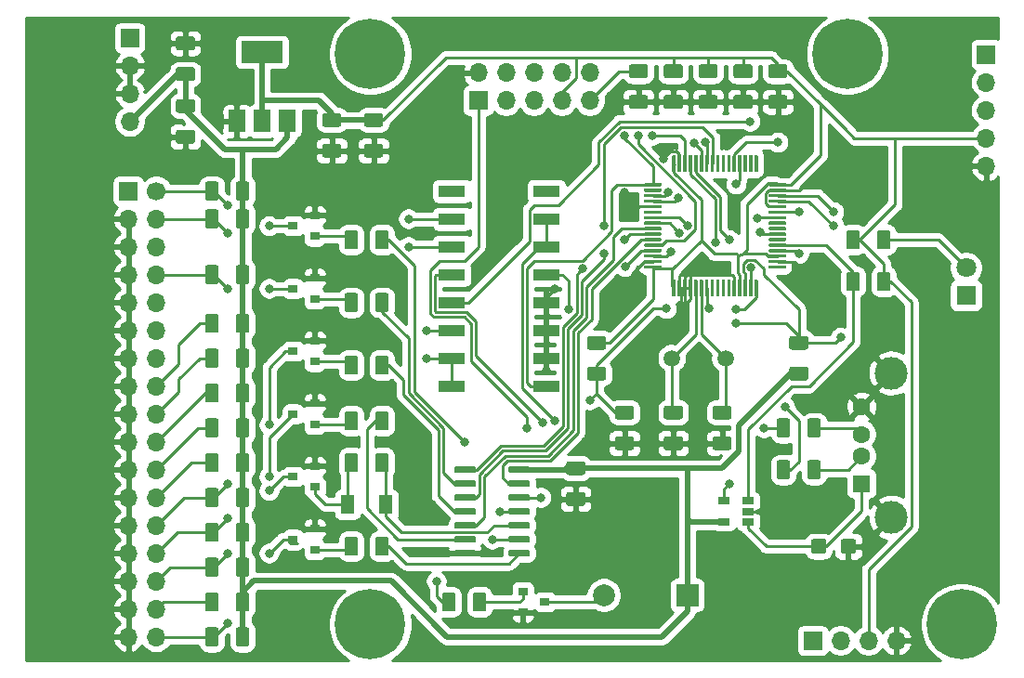
<source format=gbr>
G04 #@! TF.GenerationSoftware,KiCad,Pcbnew,(5.1.5)-3*
G04 #@! TF.CreationDate,2020-10-28T12:36:19+01:00*
G04 #@! TF.ProjectId,Gotek_Floppy_Disk_Emulator_V2,476f7465-6b5f-4466-9c6f-7070795f4469,rev?*
G04 #@! TF.SameCoordinates,Original*
G04 #@! TF.FileFunction,Copper,L1,Top*
G04 #@! TF.FilePolarity,Positive*
%FSLAX46Y46*%
G04 Gerber Fmt 4.6, Leading zero omitted, Abs format (unit mm)*
G04 Created by KiCad (PCBNEW (5.1.5)-3) date 2020-10-28 12:36:19*
%MOMM*%
%LPD*%
G04 APERTURE LIST*
%ADD10C,0.100000*%
%ADD11C,6.400000*%
%ADD12O,1.700000X1.700000*%
%ADD13R,1.700000X1.700000*%
%ADD14C,1.700000*%
%ADD15C,2.000000*%
%ADD16R,2.000000X2.000000*%
%ADD17R,1.300000X1.700000*%
%ADD18C,1.600000*%
%ADD19R,1.600000X1.600000*%
%ADD20C,3.000000*%
%ADD21R,0.900000X0.800000*%
%ADD22R,2.440000X1.120000*%
%ADD23R,1.500000X2.000000*%
%ADD24R,3.800000X2.000000*%
%ADD25R,1.060000X0.650000*%
%ADD26C,1.500000*%
%ADD27C,1.800000*%
%ADD28R,1.800000X1.800000*%
%ADD29C,0.800000*%
%ADD30C,0.250000*%
%ADD31C,0.500000*%
%ADD32C,0.254000*%
G04 APERTURE END LIST*
G04 #@! TA.AperFunction,SMDPad,CuDef*
D10*
G36*
X141747351Y-80465361D02*
G01*
X141754632Y-80466441D01*
X141761771Y-80468229D01*
X141768701Y-80470709D01*
X141775355Y-80473856D01*
X141781668Y-80477640D01*
X141787579Y-80482024D01*
X141793033Y-80486967D01*
X141797976Y-80492421D01*
X141802360Y-80498332D01*
X141806144Y-80504645D01*
X141809291Y-80511299D01*
X141811771Y-80518229D01*
X141813559Y-80525368D01*
X141814639Y-80532649D01*
X141815000Y-80540000D01*
X141815000Y-81940000D01*
X141814639Y-81947351D01*
X141813559Y-81954632D01*
X141811771Y-81961771D01*
X141809291Y-81968701D01*
X141806144Y-81975355D01*
X141802360Y-81981668D01*
X141797976Y-81987579D01*
X141793033Y-81993033D01*
X141787579Y-81997976D01*
X141781668Y-82002360D01*
X141775355Y-82006144D01*
X141768701Y-82009291D01*
X141761771Y-82011771D01*
X141754632Y-82013559D01*
X141747351Y-82014639D01*
X141740000Y-82015000D01*
X141590000Y-82015000D01*
X141582649Y-82014639D01*
X141575368Y-82013559D01*
X141568229Y-82011771D01*
X141561299Y-82009291D01*
X141554645Y-82006144D01*
X141548332Y-82002360D01*
X141542421Y-81997976D01*
X141536967Y-81993033D01*
X141532024Y-81987579D01*
X141527640Y-81981668D01*
X141523856Y-81975355D01*
X141520709Y-81968701D01*
X141518229Y-81961771D01*
X141516441Y-81954632D01*
X141515361Y-81947351D01*
X141515000Y-81940000D01*
X141515000Y-80540000D01*
X141515361Y-80532649D01*
X141516441Y-80525368D01*
X141518229Y-80518229D01*
X141520709Y-80511299D01*
X141523856Y-80504645D01*
X141527640Y-80498332D01*
X141532024Y-80492421D01*
X141536967Y-80486967D01*
X141542421Y-80482024D01*
X141548332Y-80477640D01*
X141554645Y-80473856D01*
X141561299Y-80470709D01*
X141568229Y-80468229D01*
X141575368Y-80466441D01*
X141582649Y-80465361D01*
X141590000Y-80465000D01*
X141740000Y-80465000D01*
X141747351Y-80465361D01*
G37*
G04 #@! TD.AperFunction*
G04 #@! TA.AperFunction,SMDPad,CuDef*
G36*
X142247351Y-80465361D02*
G01*
X142254632Y-80466441D01*
X142261771Y-80468229D01*
X142268701Y-80470709D01*
X142275355Y-80473856D01*
X142281668Y-80477640D01*
X142287579Y-80482024D01*
X142293033Y-80486967D01*
X142297976Y-80492421D01*
X142302360Y-80498332D01*
X142306144Y-80504645D01*
X142309291Y-80511299D01*
X142311771Y-80518229D01*
X142313559Y-80525368D01*
X142314639Y-80532649D01*
X142315000Y-80540000D01*
X142315000Y-81940000D01*
X142314639Y-81947351D01*
X142313559Y-81954632D01*
X142311771Y-81961771D01*
X142309291Y-81968701D01*
X142306144Y-81975355D01*
X142302360Y-81981668D01*
X142297976Y-81987579D01*
X142293033Y-81993033D01*
X142287579Y-81997976D01*
X142281668Y-82002360D01*
X142275355Y-82006144D01*
X142268701Y-82009291D01*
X142261771Y-82011771D01*
X142254632Y-82013559D01*
X142247351Y-82014639D01*
X142240000Y-82015000D01*
X142090000Y-82015000D01*
X142082649Y-82014639D01*
X142075368Y-82013559D01*
X142068229Y-82011771D01*
X142061299Y-82009291D01*
X142054645Y-82006144D01*
X142048332Y-82002360D01*
X142042421Y-81997976D01*
X142036967Y-81993033D01*
X142032024Y-81987579D01*
X142027640Y-81981668D01*
X142023856Y-81975355D01*
X142020709Y-81968701D01*
X142018229Y-81961771D01*
X142016441Y-81954632D01*
X142015361Y-81947351D01*
X142015000Y-81940000D01*
X142015000Y-80540000D01*
X142015361Y-80532649D01*
X142016441Y-80525368D01*
X142018229Y-80518229D01*
X142020709Y-80511299D01*
X142023856Y-80504645D01*
X142027640Y-80498332D01*
X142032024Y-80492421D01*
X142036967Y-80486967D01*
X142042421Y-80482024D01*
X142048332Y-80477640D01*
X142054645Y-80473856D01*
X142061299Y-80470709D01*
X142068229Y-80468229D01*
X142075368Y-80466441D01*
X142082649Y-80465361D01*
X142090000Y-80465000D01*
X142240000Y-80465000D01*
X142247351Y-80465361D01*
G37*
G04 #@! TD.AperFunction*
G04 #@! TA.AperFunction,SMDPad,CuDef*
G36*
X142747351Y-80465361D02*
G01*
X142754632Y-80466441D01*
X142761771Y-80468229D01*
X142768701Y-80470709D01*
X142775355Y-80473856D01*
X142781668Y-80477640D01*
X142787579Y-80482024D01*
X142793033Y-80486967D01*
X142797976Y-80492421D01*
X142802360Y-80498332D01*
X142806144Y-80504645D01*
X142809291Y-80511299D01*
X142811771Y-80518229D01*
X142813559Y-80525368D01*
X142814639Y-80532649D01*
X142815000Y-80540000D01*
X142815000Y-81940000D01*
X142814639Y-81947351D01*
X142813559Y-81954632D01*
X142811771Y-81961771D01*
X142809291Y-81968701D01*
X142806144Y-81975355D01*
X142802360Y-81981668D01*
X142797976Y-81987579D01*
X142793033Y-81993033D01*
X142787579Y-81997976D01*
X142781668Y-82002360D01*
X142775355Y-82006144D01*
X142768701Y-82009291D01*
X142761771Y-82011771D01*
X142754632Y-82013559D01*
X142747351Y-82014639D01*
X142740000Y-82015000D01*
X142590000Y-82015000D01*
X142582649Y-82014639D01*
X142575368Y-82013559D01*
X142568229Y-82011771D01*
X142561299Y-82009291D01*
X142554645Y-82006144D01*
X142548332Y-82002360D01*
X142542421Y-81997976D01*
X142536967Y-81993033D01*
X142532024Y-81987579D01*
X142527640Y-81981668D01*
X142523856Y-81975355D01*
X142520709Y-81968701D01*
X142518229Y-81961771D01*
X142516441Y-81954632D01*
X142515361Y-81947351D01*
X142515000Y-81940000D01*
X142515000Y-80540000D01*
X142515361Y-80532649D01*
X142516441Y-80525368D01*
X142518229Y-80518229D01*
X142520709Y-80511299D01*
X142523856Y-80504645D01*
X142527640Y-80498332D01*
X142532024Y-80492421D01*
X142536967Y-80486967D01*
X142542421Y-80482024D01*
X142548332Y-80477640D01*
X142554645Y-80473856D01*
X142561299Y-80470709D01*
X142568229Y-80468229D01*
X142575368Y-80466441D01*
X142582649Y-80465361D01*
X142590000Y-80465000D01*
X142740000Y-80465000D01*
X142747351Y-80465361D01*
G37*
G04 #@! TD.AperFunction*
G04 #@! TA.AperFunction,SMDPad,CuDef*
G36*
X143247351Y-80465361D02*
G01*
X143254632Y-80466441D01*
X143261771Y-80468229D01*
X143268701Y-80470709D01*
X143275355Y-80473856D01*
X143281668Y-80477640D01*
X143287579Y-80482024D01*
X143293033Y-80486967D01*
X143297976Y-80492421D01*
X143302360Y-80498332D01*
X143306144Y-80504645D01*
X143309291Y-80511299D01*
X143311771Y-80518229D01*
X143313559Y-80525368D01*
X143314639Y-80532649D01*
X143315000Y-80540000D01*
X143315000Y-81940000D01*
X143314639Y-81947351D01*
X143313559Y-81954632D01*
X143311771Y-81961771D01*
X143309291Y-81968701D01*
X143306144Y-81975355D01*
X143302360Y-81981668D01*
X143297976Y-81987579D01*
X143293033Y-81993033D01*
X143287579Y-81997976D01*
X143281668Y-82002360D01*
X143275355Y-82006144D01*
X143268701Y-82009291D01*
X143261771Y-82011771D01*
X143254632Y-82013559D01*
X143247351Y-82014639D01*
X143240000Y-82015000D01*
X143090000Y-82015000D01*
X143082649Y-82014639D01*
X143075368Y-82013559D01*
X143068229Y-82011771D01*
X143061299Y-82009291D01*
X143054645Y-82006144D01*
X143048332Y-82002360D01*
X143042421Y-81997976D01*
X143036967Y-81993033D01*
X143032024Y-81987579D01*
X143027640Y-81981668D01*
X143023856Y-81975355D01*
X143020709Y-81968701D01*
X143018229Y-81961771D01*
X143016441Y-81954632D01*
X143015361Y-81947351D01*
X143015000Y-81940000D01*
X143015000Y-80540000D01*
X143015361Y-80532649D01*
X143016441Y-80525368D01*
X143018229Y-80518229D01*
X143020709Y-80511299D01*
X143023856Y-80504645D01*
X143027640Y-80498332D01*
X143032024Y-80492421D01*
X143036967Y-80486967D01*
X143042421Y-80482024D01*
X143048332Y-80477640D01*
X143054645Y-80473856D01*
X143061299Y-80470709D01*
X143068229Y-80468229D01*
X143075368Y-80466441D01*
X143082649Y-80465361D01*
X143090000Y-80465000D01*
X143240000Y-80465000D01*
X143247351Y-80465361D01*
G37*
G04 #@! TD.AperFunction*
G04 #@! TA.AperFunction,SMDPad,CuDef*
G36*
X143747351Y-80465361D02*
G01*
X143754632Y-80466441D01*
X143761771Y-80468229D01*
X143768701Y-80470709D01*
X143775355Y-80473856D01*
X143781668Y-80477640D01*
X143787579Y-80482024D01*
X143793033Y-80486967D01*
X143797976Y-80492421D01*
X143802360Y-80498332D01*
X143806144Y-80504645D01*
X143809291Y-80511299D01*
X143811771Y-80518229D01*
X143813559Y-80525368D01*
X143814639Y-80532649D01*
X143815000Y-80540000D01*
X143815000Y-81940000D01*
X143814639Y-81947351D01*
X143813559Y-81954632D01*
X143811771Y-81961771D01*
X143809291Y-81968701D01*
X143806144Y-81975355D01*
X143802360Y-81981668D01*
X143797976Y-81987579D01*
X143793033Y-81993033D01*
X143787579Y-81997976D01*
X143781668Y-82002360D01*
X143775355Y-82006144D01*
X143768701Y-82009291D01*
X143761771Y-82011771D01*
X143754632Y-82013559D01*
X143747351Y-82014639D01*
X143740000Y-82015000D01*
X143590000Y-82015000D01*
X143582649Y-82014639D01*
X143575368Y-82013559D01*
X143568229Y-82011771D01*
X143561299Y-82009291D01*
X143554645Y-82006144D01*
X143548332Y-82002360D01*
X143542421Y-81997976D01*
X143536967Y-81993033D01*
X143532024Y-81987579D01*
X143527640Y-81981668D01*
X143523856Y-81975355D01*
X143520709Y-81968701D01*
X143518229Y-81961771D01*
X143516441Y-81954632D01*
X143515361Y-81947351D01*
X143515000Y-81940000D01*
X143515000Y-80540000D01*
X143515361Y-80532649D01*
X143516441Y-80525368D01*
X143518229Y-80518229D01*
X143520709Y-80511299D01*
X143523856Y-80504645D01*
X143527640Y-80498332D01*
X143532024Y-80492421D01*
X143536967Y-80486967D01*
X143542421Y-80482024D01*
X143548332Y-80477640D01*
X143554645Y-80473856D01*
X143561299Y-80470709D01*
X143568229Y-80468229D01*
X143575368Y-80466441D01*
X143582649Y-80465361D01*
X143590000Y-80465000D01*
X143740000Y-80465000D01*
X143747351Y-80465361D01*
G37*
G04 #@! TD.AperFunction*
G04 #@! TA.AperFunction,SMDPad,CuDef*
G36*
X144247351Y-80465361D02*
G01*
X144254632Y-80466441D01*
X144261771Y-80468229D01*
X144268701Y-80470709D01*
X144275355Y-80473856D01*
X144281668Y-80477640D01*
X144287579Y-80482024D01*
X144293033Y-80486967D01*
X144297976Y-80492421D01*
X144302360Y-80498332D01*
X144306144Y-80504645D01*
X144309291Y-80511299D01*
X144311771Y-80518229D01*
X144313559Y-80525368D01*
X144314639Y-80532649D01*
X144315000Y-80540000D01*
X144315000Y-81940000D01*
X144314639Y-81947351D01*
X144313559Y-81954632D01*
X144311771Y-81961771D01*
X144309291Y-81968701D01*
X144306144Y-81975355D01*
X144302360Y-81981668D01*
X144297976Y-81987579D01*
X144293033Y-81993033D01*
X144287579Y-81997976D01*
X144281668Y-82002360D01*
X144275355Y-82006144D01*
X144268701Y-82009291D01*
X144261771Y-82011771D01*
X144254632Y-82013559D01*
X144247351Y-82014639D01*
X144240000Y-82015000D01*
X144090000Y-82015000D01*
X144082649Y-82014639D01*
X144075368Y-82013559D01*
X144068229Y-82011771D01*
X144061299Y-82009291D01*
X144054645Y-82006144D01*
X144048332Y-82002360D01*
X144042421Y-81997976D01*
X144036967Y-81993033D01*
X144032024Y-81987579D01*
X144027640Y-81981668D01*
X144023856Y-81975355D01*
X144020709Y-81968701D01*
X144018229Y-81961771D01*
X144016441Y-81954632D01*
X144015361Y-81947351D01*
X144015000Y-81940000D01*
X144015000Y-80540000D01*
X144015361Y-80532649D01*
X144016441Y-80525368D01*
X144018229Y-80518229D01*
X144020709Y-80511299D01*
X144023856Y-80504645D01*
X144027640Y-80498332D01*
X144032024Y-80492421D01*
X144036967Y-80486967D01*
X144042421Y-80482024D01*
X144048332Y-80477640D01*
X144054645Y-80473856D01*
X144061299Y-80470709D01*
X144068229Y-80468229D01*
X144075368Y-80466441D01*
X144082649Y-80465361D01*
X144090000Y-80465000D01*
X144240000Y-80465000D01*
X144247351Y-80465361D01*
G37*
G04 #@! TD.AperFunction*
G04 #@! TA.AperFunction,SMDPad,CuDef*
G36*
X144747351Y-80465361D02*
G01*
X144754632Y-80466441D01*
X144761771Y-80468229D01*
X144768701Y-80470709D01*
X144775355Y-80473856D01*
X144781668Y-80477640D01*
X144787579Y-80482024D01*
X144793033Y-80486967D01*
X144797976Y-80492421D01*
X144802360Y-80498332D01*
X144806144Y-80504645D01*
X144809291Y-80511299D01*
X144811771Y-80518229D01*
X144813559Y-80525368D01*
X144814639Y-80532649D01*
X144815000Y-80540000D01*
X144815000Y-81940000D01*
X144814639Y-81947351D01*
X144813559Y-81954632D01*
X144811771Y-81961771D01*
X144809291Y-81968701D01*
X144806144Y-81975355D01*
X144802360Y-81981668D01*
X144797976Y-81987579D01*
X144793033Y-81993033D01*
X144787579Y-81997976D01*
X144781668Y-82002360D01*
X144775355Y-82006144D01*
X144768701Y-82009291D01*
X144761771Y-82011771D01*
X144754632Y-82013559D01*
X144747351Y-82014639D01*
X144740000Y-82015000D01*
X144590000Y-82015000D01*
X144582649Y-82014639D01*
X144575368Y-82013559D01*
X144568229Y-82011771D01*
X144561299Y-82009291D01*
X144554645Y-82006144D01*
X144548332Y-82002360D01*
X144542421Y-81997976D01*
X144536967Y-81993033D01*
X144532024Y-81987579D01*
X144527640Y-81981668D01*
X144523856Y-81975355D01*
X144520709Y-81968701D01*
X144518229Y-81961771D01*
X144516441Y-81954632D01*
X144515361Y-81947351D01*
X144515000Y-81940000D01*
X144515000Y-80540000D01*
X144515361Y-80532649D01*
X144516441Y-80525368D01*
X144518229Y-80518229D01*
X144520709Y-80511299D01*
X144523856Y-80504645D01*
X144527640Y-80498332D01*
X144532024Y-80492421D01*
X144536967Y-80486967D01*
X144542421Y-80482024D01*
X144548332Y-80477640D01*
X144554645Y-80473856D01*
X144561299Y-80470709D01*
X144568229Y-80468229D01*
X144575368Y-80466441D01*
X144582649Y-80465361D01*
X144590000Y-80465000D01*
X144740000Y-80465000D01*
X144747351Y-80465361D01*
G37*
G04 #@! TD.AperFunction*
G04 #@! TA.AperFunction,SMDPad,CuDef*
G36*
X145247351Y-80465361D02*
G01*
X145254632Y-80466441D01*
X145261771Y-80468229D01*
X145268701Y-80470709D01*
X145275355Y-80473856D01*
X145281668Y-80477640D01*
X145287579Y-80482024D01*
X145293033Y-80486967D01*
X145297976Y-80492421D01*
X145302360Y-80498332D01*
X145306144Y-80504645D01*
X145309291Y-80511299D01*
X145311771Y-80518229D01*
X145313559Y-80525368D01*
X145314639Y-80532649D01*
X145315000Y-80540000D01*
X145315000Y-81940000D01*
X145314639Y-81947351D01*
X145313559Y-81954632D01*
X145311771Y-81961771D01*
X145309291Y-81968701D01*
X145306144Y-81975355D01*
X145302360Y-81981668D01*
X145297976Y-81987579D01*
X145293033Y-81993033D01*
X145287579Y-81997976D01*
X145281668Y-82002360D01*
X145275355Y-82006144D01*
X145268701Y-82009291D01*
X145261771Y-82011771D01*
X145254632Y-82013559D01*
X145247351Y-82014639D01*
X145240000Y-82015000D01*
X145090000Y-82015000D01*
X145082649Y-82014639D01*
X145075368Y-82013559D01*
X145068229Y-82011771D01*
X145061299Y-82009291D01*
X145054645Y-82006144D01*
X145048332Y-82002360D01*
X145042421Y-81997976D01*
X145036967Y-81993033D01*
X145032024Y-81987579D01*
X145027640Y-81981668D01*
X145023856Y-81975355D01*
X145020709Y-81968701D01*
X145018229Y-81961771D01*
X145016441Y-81954632D01*
X145015361Y-81947351D01*
X145015000Y-81940000D01*
X145015000Y-80540000D01*
X145015361Y-80532649D01*
X145016441Y-80525368D01*
X145018229Y-80518229D01*
X145020709Y-80511299D01*
X145023856Y-80504645D01*
X145027640Y-80498332D01*
X145032024Y-80492421D01*
X145036967Y-80486967D01*
X145042421Y-80482024D01*
X145048332Y-80477640D01*
X145054645Y-80473856D01*
X145061299Y-80470709D01*
X145068229Y-80468229D01*
X145075368Y-80466441D01*
X145082649Y-80465361D01*
X145090000Y-80465000D01*
X145240000Y-80465000D01*
X145247351Y-80465361D01*
G37*
G04 #@! TD.AperFunction*
G04 #@! TA.AperFunction,SMDPad,CuDef*
G36*
X145747351Y-80465361D02*
G01*
X145754632Y-80466441D01*
X145761771Y-80468229D01*
X145768701Y-80470709D01*
X145775355Y-80473856D01*
X145781668Y-80477640D01*
X145787579Y-80482024D01*
X145793033Y-80486967D01*
X145797976Y-80492421D01*
X145802360Y-80498332D01*
X145806144Y-80504645D01*
X145809291Y-80511299D01*
X145811771Y-80518229D01*
X145813559Y-80525368D01*
X145814639Y-80532649D01*
X145815000Y-80540000D01*
X145815000Y-81940000D01*
X145814639Y-81947351D01*
X145813559Y-81954632D01*
X145811771Y-81961771D01*
X145809291Y-81968701D01*
X145806144Y-81975355D01*
X145802360Y-81981668D01*
X145797976Y-81987579D01*
X145793033Y-81993033D01*
X145787579Y-81997976D01*
X145781668Y-82002360D01*
X145775355Y-82006144D01*
X145768701Y-82009291D01*
X145761771Y-82011771D01*
X145754632Y-82013559D01*
X145747351Y-82014639D01*
X145740000Y-82015000D01*
X145590000Y-82015000D01*
X145582649Y-82014639D01*
X145575368Y-82013559D01*
X145568229Y-82011771D01*
X145561299Y-82009291D01*
X145554645Y-82006144D01*
X145548332Y-82002360D01*
X145542421Y-81997976D01*
X145536967Y-81993033D01*
X145532024Y-81987579D01*
X145527640Y-81981668D01*
X145523856Y-81975355D01*
X145520709Y-81968701D01*
X145518229Y-81961771D01*
X145516441Y-81954632D01*
X145515361Y-81947351D01*
X145515000Y-81940000D01*
X145515000Y-80540000D01*
X145515361Y-80532649D01*
X145516441Y-80525368D01*
X145518229Y-80518229D01*
X145520709Y-80511299D01*
X145523856Y-80504645D01*
X145527640Y-80498332D01*
X145532024Y-80492421D01*
X145536967Y-80486967D01*
X145542421Y-80482024D01*
X145548332Y-80477640D01*
X145554645Y-80473856D01*
X145561299Y-80470709D01*
X145568229Y-80468229D01*
X145575368Y-80466441D01*
X145582649Y-80465361D01*
X145590000Y-80465000D01*
X145740000Y-80465000D01*
X145747351Y-80465361D01*
G37*
G04 #@! TD.AperFunction*
G04 #@! TA.AperFunction,SMDPad,CuDef*
G36*
X146247351Y-80465361D02*
G01*
X146254632Y-80466441D01*
X146261771Y-80468229D01*
X146268701Y-80470709D01*
X146275355Y-80473856D01*
X146281668Y-80477640D01*
X146287579Y-80482024D01*
X146293033Y-80486967D01*
X146297976Y-80492421D01*
X146302360Y-80498332D01*
X146306144Y-80504645D01*
X146309291Y-80511299D01*
X146311771Y-80518229D01*
X146313559Y-80525368D01*
X146314639Y-80532649D01*
X146315000Y-80540000D01*
X146315000Y-81940000D01*
X146314639Y-81947351D01*
X146313559Y-81954632D01*
X146311771Y-81961771D01*
X146309291Y-81968701D01*
X146306144Y-81975355D01*
X146302360Y-81981668D01*
X146297976Y-81987579D01*
X146293033Y-81993033D01*
X146287579Y-81997976D01*
X146281668Y-82002360D01*
X146275355Y-82006144D01*
X146268701Y-82009291D01*
X146261771Y-82011771D01*
X146254632Y-82013559D01*
X146247351Y-82014639D01*
X146240000Y-82015000D01*
X146090000Y-82015000D01*
X146082649Y-82014639D01*
X146075368Y-82013559D01*
X146068229Y-82011771D01*
X146061299Y-82009291D01*
X146054645Y-82006144D01*
X146048332Y-82002360D01*
X146042421Y-81997976D01*
X146036967Y-81993033D01*
X146032024Y-81987579D01*
X146027640Y-81981668D01*
X146023856Y-81975355D01*
X146020709Y-81968701D01*
X146018229Y-81961771D01*
X146016441Y-81954632D01*
X146015361Y-81947351D01*
X146015000Y-81940000D01*
X146015000Y-80540000D01*
X146015361Y-80532649D01*
X146016441Y-80525368D01*
X146018229Y-80518229D01*
X146020709Y-80511299D01*
X146023856Y-80504645D01*
X146027640Y-80498332D01*
X146032024Y-80492421D01*
X146036967Y-80486967D01*
X146042421Y-80482024D01*
X146048332Y-80477640D01*
X146054645Y-80473856D01*
X146061299Y-80470709D01*
X146068229Y-80468229D01*
X146075368Y-80466441D01*
X146082649Y-80465361D01*
X146090000Y-80465000D01*
X146240000Y-80465000D01*
X146247351Y-80465361D01*
G37*
G04 #@! TD.AperFunction*
G04 #@! TA.AperFunction,SMDPad,CuDef*
G36*
X146747351Y-80465361D02*
G01*
X146754632Y-80466441D01*
X146761771Y-80468229D01*
X146768701Y-80470709D01*
X146775355Y-80473856D01*
X146781668Y-80477640D01*
X146787579Y-80482024D01*
X146793033Y-80486967D01*
X146797976Y-80492421D01*
X146802360Y-80498332D01*
X146806144Y-80504645D01*
X146809291Y-80511299D01*
X146811771Y-80518229D01*
X146813559Y-80525368D01*
X146814639Y-80532649D01*
X146815000Y-80540000D01*
X146815000Y-81940000D01*
X146814639Y-81947351D01*
X146813559Y-81954632D01*
X146811771Y-81961771D01*
X146809291Y-81968701D01*
X146806144Y-81975355D01*
X146802360Y-81981668D01*
X146797976Y-81987579D01*
X146793033Y-81993033D01*
X146787579Y-81997976D01*
X146781668Y-82002360D01*
X146775355Y-82006144D01*
X146768701Y-82009291D01*
X146761771Y-82011771D01*
X146754632Y-82013559D01*
X146747351Y-82014639D01*
X146740000Y-82015000D01*
X146590000Y-82015000D01*
X146582649Y-82014639D01*
X146575368Y-82013559D01*
X146568229Y-82011771D01*
X146561299Y-82009291D01*
X146554645Y-82006144D01*
X146548332Y-82002360D01*
X146542421Y-81997976D01*
X146536967Y-81993033D01*
X146532024Y-81987579D01*
X146527640Y-81981668D01*
X146523856Y-81975355D01*
X146520709Y-81968701D01*
X146518229Y-81961771D01*
X146516441Y-81954632D01*
X146515361Y-81947351D01*
X146515000Y-81940000D01*
X146515000Y-80540000D01*
X146515361Y-80532649D01*
X146516441Y-80525368D01*
X146518229Y-80518229D01*
X146520709Y-80511299D01*
X146523856Y-80504645D01*
X146527640Y-80498332D01*
X146532024Y-80492421D01*
X146536967Y-80486967D01*
X146542421Y-80482024D01*
X146548332Y-80477640D01*
X146554645Y-80473856D01*
X146561299Y-80470709D01*
X146568229Y-80468229D01*
X146575368Y-80466441D01*
X146582649Y-80465361D01*
X146590000Y-80465000D01*
X146740000Y-80465000D01*
X146747351Y-80465361D01*
G37*
G04 #@! TD.AperFunction*
G04 #@! TA.AperFunction,SMDPad,CuDef*
G36*
X147247351Y-80465361D02*
G01*
X147254632Y-80466441D01*
X147261771Y-80468229D01*
X147268701Y-80470709D01*
X147275355Y-80473856D01*
X147281668Y-80477640D01*
X147287579Y-80482024D01*
X147293033Y-80486967D01*
X147297976Y-80492421D01*
X147302360Y-80498332D01*
X147306144Y-80504645D01*
X147309291Y-80511299D01*
X147311771Y-80518229D01*
X147313559Y-80525368D01*
X147314639Y-80532649D01*
X147315000Y-80540000D01*
X147315000Y-81940000D01*
X147314639Y-81947351D01*
X147313559Y-81954632D01*
X147311771Y-81961771D01*
X147309291Y-81968701D01*
X147306144Y-81975355D01*
X147302360Y-81981668D01*
X147297976Y-81987579D01*
X147293033Y-81993033D01*
X147287579Y-81997976D01*
X147281668Y-82002360D01*
X147275355Y-82006144D01*
X147268701Y-82009291D01*
X147261771Y-82011771D01*
X147254632Y-82013559D01*
X147247351Y-82014639D01*
X147240000Y-82015000D01*
X147090000Y-82015000D01*
X147082649Y-82014639D01*
X147075368Y-82013559D01*
X147068229Y-82011771D01*
X147061299Y-82009291D01*
X147054645Y-82006144D01*
X147048332Y-82002360D01*
X147042421Y-81997976D01*
X147036967Y-81993033D01*
X147032024Y-81987579D01*
X147027640Y-81981668D01*
X147023856Y-81975355D01*
X147020709Y-81968701D01*
X147018229Y-81961771D01*
X147016441Y-81954632D01*
X147015361Y-81947351D01*
X147015000Y-81940000D01*
X147015000Y-80540000D01*
X147015361Y-80532649D01*
X147016441Y-80525368D01*
X147018229Y-80518229D01*
X147020709Y-80511299D01*
X147023856Y-80504645D01*
X147027640Y-80498332D01*
X147032024Y-80492421D01*
X147036967Y-80486967D01*
X147042421Y-80482024D01*
X147048332Y-80477640D01*
X147054645Y-80473856D01*
X147061299Y-80470709D01*
X147068229Y-80468229D01*
X147075368Y-80466441D01*
X147082649Y-80465361D01*
X147090000Y-80465000D01*
X147240000Y-80465000D01*
X147247351Y-80465361D01*
G37*
G04 #@! TD.AperFunction*
G04 #@! TA.AperFunction,SMDPad,CuDef*
G36*
X147747351Y-80465361D02*
G01*
X147754632Y-80466441D01*
X147761771Y-80468229D01*
X147768701Y-80470709D01*
X147775355Y-80473856D01*
X147781668Y-80477640D01*
X147787579Y-80482024D01*
X147793033Y-80486967D01*
X147797976Y-80492421D01*
X147802360Y-80498332D01*
X147806144Y-80504645D01*
X147809291Y-80511299D01*
X147811771Y-80518229D01*
X147813559Y-80525368D01*
X147814639Y-80532649D01*
X147815000Y-80540000D01*
X147815000Y-81940000D01*
X147814639Y-81947351D01*
X147813559Y-81954632D01*
X147811771Y-81961771D01*
X147809291Y-81968701D01*
X147806144Y-81975355D01*
X147802360Y-81981668D01*
X147797976Y-81987579D01*
X147793033Y-81993033D01*
X147787579Y-81997976D01*
X147781668Y-82002360D01*
X147775355Y-82006144D01*
X147768701Y-82009291D01*
X147761771Y-82011771D01*
X147754632Y-82013559D01*
X147747351Y-82014639D01*
X147740000Y-82015000D01*
X147590000Y-82015000D01*
X147582649Y-82014639D01*
X147575368Y-82013559D01*
X147568229Y-82011771D01*
X147561299Y-82009291D01*
X147554645Y-82006144D01*
X147548332Y-82002360D01*
X147542421Y-81997976D01*
X147536967Y-81993033D01*
X147532024Y-81987579D01*
X147527640Y-81981668D01*
X147523856Y-81975355D01*
X147520709Y-81968701D01*
X147518229Y-81961771D01*
X147516441Y-81954632D01*
X147515361Y-81947351D01*
X147515000Y-81940000D01*
X147515000Y-80540000D01*
X147515361Y-80532649D01*
X147516441Y-80525368D01*
X147518229Y-80518229D01*
X147520709Y-80511299D01*
X147523856Y-80504645D01*
X147527640Y-80498332D01*
X147532024Y-80492421D01*
X147536967Y-80486967D01*
X147542421Y-80482024D01*
X147548332Y-80477640D01*
X147554645Y-80473856D01*
X147561299Y-80470709D01*
X147568229Y-80468229D01*
X147575368Y-80466441D01*
X147582649Y-80465361D01*
X147590000Y-80465000D01*
X147740000Y-80465000D01*
X147747351Y-80465361D01*
G37*
G04 #@! TD.AperFunction*
G04 #@! TA.AperFunction,SMDPad,CuDef*
G36*
X148247351Y-80465361D02*
G01*
X148254632Y-80466441D01*
X148261771Y-80468229D01*
X148268701Y-80470709D01*
X148275355Y-80473856D01*
X148281668Y-80477640D01*
X148287579Y-80482024D01*
X148293033Y-80486967D01*
X148297976Y-80492421D01*
X148302360Y-80498332D01*
X148306144Y-80504645D01*
X148309291Y-80511299D01*
X148311771Y-80518229D01*
X148313559Y-80525368D01*
X148314639Y-80532649D01*
X148315000Y-80540000D01*
X148315000Y-81940000D01*
X148314639Y-81947351D01*
X148313559Y-81954632D01*
X148311771Y-81961771D01*
X148309291Y-81968701D01*
X148306144Y-81975355D01*
X148302360Y-81981668D01*
X148297976Y-81987579D01*
X148293033Y-81993033D01*
X148287579Y-81997976D01*
X148281668Y-82002360D01*
X148275355Y-82006144D01*
X148268701Y-82009291D01*
X148261771Y-82011771D01*
X148254632Y-82013559D01*
X148247351Y-82014639D01*
X148240000Y-82015000D01*
X148090000Y-82015000D01*
X148082649Y-82014639D01*
X148075368Y-82013559D01*
X148068229Y-82011771D01*
X148061299Y-82009291D01*
X148054645Y-82006144D01*
X148048332Y-82002360D01*
X148042421Y-81997976D01*
X148036967Y-81993033D01*
X148032024Y-81987579D01*
X148027640Y-81981668D01*
X148023856Y-81975355D01*
X148020709Y-81968701D01*
X148018229Y-81961771D01*
X148016441Y-81954632D01*
X148015361Y-81947351D01*
X148015000Y-81940000D01*
X148015000Y-80540000D01*
X148015361Y-80532649D01*
X148016441Y-80525368D01*
X148018229Y-80518229D01*
X148020709Y-80511299D01*
X148023856Y-80504645D01*
X148027640Y-80498332D01*
X148032024Y-80492421D01*
X148036967Y-80486967D01*
X148042421Y-80482024D01*
X148048332Y-80477640D01*
X148054645Y-80473856D01*
X148061299Y-80470709D01*
X148068229Y-80468229D01*
X148075368Y-80466441D01*
X148082649Y-80465361D01*
X148090000Y-80465000D01*
X148240000Y-80465000D01*
X148247351Y-80465361D01*
G37*
G04 #@! TD.AperFunction*
G04 #@! TA.AperFunction,SMDPad,CuDef*
G36*
X148747351Y-80465361D02*
G01*
X148754632Y-80466441D01*
X148761771Y-80468229D01*
X148768701Y-80470709D01*
X148775355Y-80473856D01*
X148781668Y-80477640D01*
X148787579Y-80482024D01*
X148793033Y-80486967D01*
X148797976Y-80492421D01*
X148802360Y-80498332D01*
X148806144Y-80504645D01*
X148809291Y-80511299D01*
X148811771Y-80518229D01*
X148813559Y-80525368D01*
X148814639Y-80532649D01*
X148815000Y-80540000D01*
X148815000Y-81940000D01*
X148814639Y-81947351D01*
X148813559Y-81954632D01*
X148811771Y-81961771D01*
X148809291Y-81968701D01*
X148806144Y-81975355D01*
X148802360Y-81981668D01*
X148797976Y-81987579D01*
X148793033Y-81993033D01*
X148787579Y-81997976D01*
X148781668Y-82002360D01*
X148775355Y-82006144D01*
X148768701Y-82009291D01*
X148761771Y-82011771D01*
X148754632Y-82013559D01*
X148747351Y-82014639D01*
X148740000Y-82015000D01*
X148590000Y-82015000D01*
X148582649Y-82014639D01*
X148575368Y-82013559D01*
X148568229Y-82011771D01*
X148561299Y-82009291D01*
X148554645Y-82006144D01*
X148548332Y-82002360D01*
X148542421Y-81997976D01*
X148536967Y-81993033D01*
X148532024Y-81987579D01*
X148527640Y-81981668D01*
X148523856Y-81975355D01*
X148520709Y-81968701D01*
X148518229Y-81961771D01*
X148516441Y-81954632D01*
X148515361Y-81947351D01*
X148515000Y-81940000D01*
X148515000Y-80540000D01*
X148515361Y-80532649D01*
X148516441Y-80525368D01*
X148518229Y-80518229D01*
X148520709Y-80511299D01*
X148523856Y-80504645D01*
X148527640Y-80498332D01*
X148532024Y-80492421D01*
X148536967Y-80486967D01*
X148542421Y-80482024D01*
X148548332Y-80477640D01*
X148554645Y-80473856D01*
X148561299Y-80470709D01*
X148568229Y-80468229D01*
X148575368Y-80466441D01*
X148582649Y-80465361D01*
X148590000Y-80465000D01*
X148740000Y-80465000D01*
X148747351Y-80465361D01*
G37*
G04 #@! TD.AperFunction*
G04 #@! TA.AperFunction,SMDPad,CuDef*
G36*
X149247351Y-80465361D02*
G01*
X149254632Y-80466441D01*
X149261771Y-80468229D01*
X149268701Y-80470709D01*
X149275355Y-80473856D01*
X149281668Y-80477640D01*
X149287579Y-80482024D01*
X149293033Y-80486967D01*
X149297976Y-80492421D01*
X149302360Y-80498332D01*
X149306144Y-80504645D01*
X149309291Y-80511299D01*
X149311771Y-80518229D01*
X149313559Y-80525368D01*
X149314639Y-80532649D01*
X149315000Y-80540000D01*
X149315000Y-81940000D01*
X149314639Y-81947351D01*
X149313559Y-81954632D01*
X149311771Y-81961771D01*
X149309291Y-81968701D01*
X149306144Y-81975355D01*
X149302360Y-81981668D01*
X149297976Y-81987579D01*
X149293033Y-81993033D01*
X149287579Y-81997976D01*
X149281668Y-82002360D01*
X149275355Y-82006144D01*
X149268701Y-82009291D01*
X149261771Y-82011771D01*
X149254632Y-82013559D01*
X149247351Y-82014639D01*
X149240000Y-82015000D01*
X149090000Y-82015000D01*
X149082649Y-82014639D01*
X149075368Y-82013559D01*
X149068229Y-82011771D01*
X149061299Y-82009291D01*
X149054645Y-82006144D01*
X149048332Y-82002360D01*
X149042421Y-81997976D01*
X149036967Y-81993033D01*
X149032024Y-81987579D01*
X149027640Y-81981668D01*
X149023856Y-81975355D01*
X149020709Y-81968701D01*
X149018229Y-81961771D01*
X149016441Y-81954632D01*
X149015361Y-81947351D01*
X149015000Y-81940000D01*
X149015000Y-80540000D01*
X149015361Y-80532649D01*
X149016441Y-80525368D01*
X149018229Y-80518229D01*
X149020709Y-80511299D01*
X149023856Y-80504645D01*
X149027640Y-80498332D01*
X149032024Y-80492421D01*
X149036967Y-80486967D01*
X149042421Y-80482024D01*
X149048332Y-80477640D01*
X149054645Y-80473856D01*
X149061299Y-80470709D01*
X149068229Y-80468229D01*
X149075368Y-80466441D01*
X149082649Y-80465361D01*
X149090000Y-80465000D01*
X149240000Y-80465000D01*
X149247351Y-80465361D01*
G37*
G04 #@! TD.AperFunction*
G04 #@! TA.AperFunction,SMDPad,CuDef*
G36*
X151797351Y-79165361D02*
G01*
X151804632Y-79166441D01*
X151811771Y-79168229D01*
X151818701Y-79170709D01*
X151825355Y-79173856D01*
X151831668Y-79177640D01*
X151837579Y-79182024D01*
X151843033Y-79186967D01*
X151847976Y-79192421D01*
X151852360Y-79198332D01*
X151856144Y-79204645D01*
X151859291Y-79211299D01*
X151861771Y-79218229D01*
X151863559Y-79225368D01*
X151864639Y-79232649D01*
X151865000Y-79240000D01*
X151865000Y-79390000D01*
X151864639Y-79397351D01*
X151863559Y-79404632D01*
X151861771Y-79411771D01*
X151859291Y-79418701D01*
X151856144Y-79425355D01*
X151852360Y-79431668D01*
X151847976Y-79437579D01*
X151843033Y-79443033D01*
X151837579Y-79447976D01*
X151831668Y-79452360D01*
X151825355Y-79456144D01*
X151818701Y-79459291D01*
X151811771Y-79461771D01*
X151804632Y-79463559D01*
X151797351Y-79464639D01*
X151790000Y-79465000D01*
X150390000Y-79465000D01*
X150382649Y-79464639D01*
X150375368Y-79463559D01*
X150368229Y-79461771D01*
X150361299Y-79459291D01*
X150354645Y-79456144D01*
X150348332Y-79452360D01*
X150342421Y-79447976D01*
X150336967Y-79443033D01*
X150332024Y-79437579D01*
X150327640Y-79431668D01*
X150323856Y-79425355D01*
X150320709Y-79418701D01*
X150318229Y-79411771D01*
X150316441Y-79404632D01*
X150315361Y-79397351D01*
X150315000Y-79390000D01*
X150315000Y-79240000D01*
X150315361Y-79232649D01*
X150316441Y-79225368D01*
X150318229Y-79218229D01*
X150320709Y-79211299D01*
X150323856Y-79204645D01*
X150327640Y-79198332D01*
X150332024Y-79192421D01*
X150336967Y-79186967D01*
X150342421Y-79182024D01*
X150348332Y-79177640D01*
X150354645Y-79173856D01*
X150361299Y-79170709D01*
X150368229Y-79168229D01*
X150375368Y-79166441D01*
X150382649Y-79165361D01*
X150390000Y-79165000D01*
X151790000Y-79165000D01*
X151797351Y-79165361D01*
G37*
G04 #@! TD.AperFunction*
G04 #@! TA.AperFunction,SMDPad,CuDef*
G36*
X151797351Y-78665361D02*
G01*
X151804632Y-78666441D01*
X151811771Y-78668229D01*
X151818701Y-78670709D01*
X151825355Y-78673856D01*
X151831668Y-78677640D01*
X151837579Y-78682024D01*
X151843033Y-78686967D01*
X151847976Y-78692421D01*
X151852360Y-78698332D01*
X151856144Y-78704645D01*
X151859291Y-78711299D01*
X151861771Y-78718229D01*
X151863559Y-78725368D01*
X151864639Y-78732649D01*
X151865000Y-78740000D01*
X151865000Y-78890000D01*
X151864639Y-78897351D01*
X151863559Y-78904632D01*
X151861771Y-78911771D01*
X151859291Y-78918701D01*
X151856144Y-78925355D01*
X151852360Y-78931668D01*
X151847976Y-78937579D01*
X151843033Y-78943033D01*
X151837579Y-78947976D01*
X151831668Y-78952360D01*
X151825355Y-78956144D01*
X151818701Y-78959291D01*
X151811771Y-78961771D01*
X151804632Y-78963559D01*
X151797351Y-78964639D01*
X151790000Y-78965000D01*
X150390000Y-78965000D01*
X150382649Y-78964639D01*
X150375368Y-78963559D01*
X150368229Y-78961771D01*
X150361299Y-78959291D01*
X150354645Y-78956144D01*
X150348332Y-78952360D01*
X150342421Y-78947976D01*
X150336967Y-78943033D01*
X150332024Y-78937579D01*
X150327640Y-78931668D01*
X150323856Y-78925355D01*
X150320709Y-78918701D01*
X150318229Y-78911771D01*
X150316441Y-78904632D01*
X150315361Y-78897351D01*
X150315000Y-78890000D01*
X150315000Y-78740000D01*
X150315361Y-78732649D01*
X150316441Y-78725368D01*
X150318229Y-78718229D01*
X150320709Y-78711299D01*
X150323856Y-78704645D01*
X150327640Y-78698332D01*
X150332024Y-78692421D01*
X150336967Y-78686967D01*
X150342421Y-78682024D01*
X150348332Y-78677640D01*
X150354645Y-78673856D01*
X150361299Y-78670709D01*
X150368229Y-78668229D01*
X150375368Y-78666441D01*
X150382649Y-78665361D01*
X150390000Y-78665000D01*
X151790000Y-78665000D01*
X151797351Y-78665361D01*
G37*
G04 #@! TD.AperFunction*
G04 #@! TA.AperFunction,SMDPad,CuDef*
G36*
X151797351Y-78165361D02*
G01*
X151804632Y-78166441D01*
X151811771Y-78168229D01*
X151818701Y-78170709D01*
X151825355Y-78173856D01*
X151831668Y-78177640D01*
X151837579Y-78182024D01*
X151843033Y-78186967D01*
X151847976Y-78192421D01*
X151852360Y-78198332D01*
X151856144Y-78204645D01*
X151859291Y-78211299D01*
X151861771Y-78218229D01*
X151863559Y-78225368D01*
X151864639Y-78232649D01*
X151865000Y-78240000D01*
X151865000Y-78390000D01*
X151864639Y-78397351D01*
X151863559Y-78404632D01*
X151861771Y-78411771D01*
X151859291Y-78418701D01*
X151856144Y-78425355D01*
X151852360Y-78431668D01*
X151847976Y-78437579D01*
X151843033Y-78443033D01*
X151837579Y-78447976D01*
X151831668Y-78452360D01*
X151825355Y-78456144D01*
X151818701Y-78459291D01*
X151811771Y-78461771D01*
X151804632Y-78463559D01*
X151797351Y-78464639D01*
X151790000Y-78465000D01*
X150390000Y-78465000D01*
X150382649Y-78464639D01*
X150375368Y-78463559D01*
X150368229Y-78461771D01*
X150361299Y-78459291D01*
X150354645Y-78456144D01*
X150348332Y-78452360D01*
X150342421Y-78447976D01*
X150336967Y-78443033D01*
X150332024Y-78437579D01*
X150327640Y-78431668D01*
X150323856Y-78425355D01*
X150320709Y-78418701D01*
X150318229Y-78411771D01*
X150316441Y-78404632D01*
X150315361Y-78397351D01*
X150315000Y-78390000D01*
X150315000Y-78240000D01*
X150315361Y-78232649D01*
X150316441Y-78225368D01*
X150318229Y-78218229D01*
X150320709Y-78211299D01*
X150323856Y-78204645D01*
X150327640Y-78198332D01*
X150332024Y-78192421D01*
X150336967Y-78186967D01*
X150342421Y-78182024D01*
X150348332Y-78177640D01*
X150354645Y-78173856D01*
X150361299Y-78170709D01*
X150368229Y-78168229D01*
X150375368Y-78166441D01*
X150382649Y-78165361D01*
X150390000Y-78165000D01*
X151790000Y-78165000D01*
X151797351Y-78165361D01*
G37*
G04 #@! TD.AperFunction*
G04 #@! TA.AperFunction,SMDPad,CuDef*
G36*
X151797351Y-77665361D02*
G01*
X151804632Y-77666441D01*
X151811771Y-77668229D01*
X151818701Y-77670709D01*
X151825355Y-77673856D01*
X151831668Y-77677640D01*
X151837579Y-77682024D01*
X151843033Y-77686967D01*
X151847976Y-77692421D01*
X151852360Y-77698332D01*
X151856144Y-77704645D01*
X151859291Y-77711299D01*
X151861771Y-77718229D01*
X151863559Y-77725368D01*
X151864639Y-77732649D01*
X151865000Y-77740000D01*
X151865000Y-77890000D01*
X151864639Y-77897351D01*
X151863559Y-77904632D01*
X151861771Y-77911771D01*
X151859291Y-77918701D01*
X151856144Y-77925355D01*
X151852360Y-77931668D01*
X151847976Y-77937579D01*
X151843033Y-77943033D01*
X151837579Y-77947976D01*
X151831668Y-77952360D01*
X151825355Y-77956144D01*
X151818701Y-77959291D01*
X151811771Y-77961771D01*
X151804632Y-77963559D01*
X151797351Y-77964639D01*
X151790000Y-77965000D01*
X150390000Y-77965000D01*
X150382649Y-77964639D01*
X150375368Y-77963559D01*
X150368229Y-77961771D01*
X150361299Y-77959291D01*
X150354645Y-77956144D01*
X150348332Y-77952360D01*
X150342421Y-77947976D01*
X150336967Y-77943033D01*
X150332024Y-77937579D01*
X150327640Y-77931668D01*
X150323856Y-77925355D01*
X150320709Y-77918701D01*
X150318229Y-77911771D01*
X150316441Y-77904632D01*
X150315361Y-77897351D01*
X150315000Y-77890000D01*
X150315000Y-77740000D01*
X150315361Y-77732649D01*
X150316441Y-77725368D01*
X150318229Y-77718229D01*
X150320709Y-77711299D01*
X150323856Y-77704645D01*
X150327640Y-77698332D01*
X150332024Y-77692421D01*
X150336967Y-77686967D01*
X150342421Y-77682024D01*
X150348332Y-77677640D01*
X150354645Y-77673856D01*
X150361299Y-77670709D01*
X150368229Y-77668229D01*
X150375368Y-77666441D01*
X150382649Y-77665361D01*
X150390000Y-77665000D01*
X151790000Y-77665000D01*
X151797351Y-77665361D01*
G37*
G04 #@! TD.AperFunction*
G04 #@! TA.AperFunction,SMDPad,CuDef*
G36*
X151797351Y-77165361D02*
G01*
X151804632Y-77166441D01*
X151811771Y-77168229D01*
X151818701Y-77170709D01*
X151825355Y-77173856D01*
X151831668Y-77177640D01*
X151837579Y-77182024D01*
X151843033Y-77186967D01*
X151847976Y-77192421D01*
X151852360Y-77198332D01*
X151856144Y-77204645D01*
X151859291Y-77211299D01*
X151861771Y-77218229D01*
X151863559Y-77225368D01*
X151864639Y-77232649D01*
X151865000Y-77240000D01*
X151865000Y-77390000D01*
X151864639Y-77397351D01*
X151863559Y-77404632D01*
X151861771Y-77411771D01*
X151859291Y-77418701D01*
X151856144Y-77425355D01*
X151852360Y-77431668D01*
X151847976Y-77437579D01*
X151843033Y-77443033D01*
X151837579Y-77447976D01*
X151831668Y-77452360D01*
X151825355Y-77456144D01*
X151818701Y-77459291D01*
X151811771Y-77461771D01*
X151804632Y-77463559D01*
X151797351Y-77464639D01*
X151790000Y-77465000D01*
X150390000Y-77465000D01*
X150382649Y-77464639D01*
X150375368Y-77463559D01*
X150368229Y-77461771D01*
X150361299Y-77459291D01*
X150354645Y-77456144D01*
X150348332Y-77452360D01*
X150342421Y-77447976D01*
X150336967Y-77443033D01*
X150332024Y-77437579D01*
X150327640Y-77431668D01*
X150323856Y-77425355D01*
X150320709Y-77418701D01*
X150318229Y-77411771D01*
X150316441Y-77404632D01*
X150315361Y-77397351D01*
X150315000Y-77390000D01*
X150315000Y-77240000D01*
X150315361Y-77232649D01*
X150316441Y-77225368D01*
X150318229Y-77218229D01*
X150320709Y-77211299D01*
X150323856Y-77204645D01*
X150327640Y-77198332D01*
X150332024Y-77192421D01*
X150336967Y-77186967D01*
X150342421Y-77182024D01*
X150348332Y-77177640D01*
X150354645Y-77173856D01*
X150361299Y-77170709D01*
X150368229Y-77168229D01*
X150375368Y-77166441D01*
X150382649Y-77165361D01*
X150390000Y-77165000D01*
X151790000Y-77165000D01*
X151797351Y-77165361D01*
G37*
G04 #@! TD.AperFunction*
G04 #@! TA.AperFunction,SMDPad,CuDef*
G36*
X151797351Y-76665361D02*
G01*
X151804632Y-76666441D01*
X151811771Y-76668229D01*
X151818701Y-76670709D01*
X151825355Y-76673856D01*
X151831668Y-76677640D01*
X151837579Y-76682024D01*
X151843033Y-76686967D01*
X151847976Y-76692421D01*
X151852360Y-76698332D01*
X151856144Y-76704645D01*
X151859291Y-76711299D01*
X151861771Y-76718229D01*
X151863559Y-76725368D01*
X151864639Y-76732649D01*
X151865000Y-76740000D01*
X151865000Y-76890000D01*
X151864639Y-76897351D01*
X151863559Y-76904632D01*
X151861771Y-76911771D01*
X151859291Y-76918701D01*
X151856144Y-76925355D01*
X151852360Y-76931668D01*
X151847976Y-76937579D01*
X151843033Y-76943033D01*
X151837579Y-76947976D01*
X151831668Y-76952360D01*
X151825355Y-76956144D01*
X151818701Y-76959291D01*
X151811771Y-76961771D01*
X151804632Y-76963559D01*
X151797351Y-76964639D01*
X151790000Y-76965000D01*
X150390000Y-76965000D01*
X150382649Y-76964639D01*
X150375368Y-76963559D01*
X150368229Y-76961771D01*
X150361299Y-76959291D01*
X150354645Y-76956144D01*
X150348332Y-76952360D01*
X150342421Y-76947976D01*
X150336967Y-76943033D01*
X150332024Y-76937579D01*
X150327640Y-76931668D01*
X150323856Y-76925355D01*
X150320709Y-76918701D01*
X150318229Y-76911771D01*
X150316441Y-76904632D01*
X150315361Y-76897351D01*
X150315000Y-76890000D01*
X150315000Y-76740000D01*
X150315361Y-76732649D01*
X150316441Y-76725368D01*
X150318229Y-76718229D01*
X150320709Y-76711299D01*
X150323856Y-76704645D01*
X150327640Y-76698332D01*
X150332024Y-76692421D01*
X150336967Y-76686967D01*
X150342421Y-76682024D01*
X150348332Y-76677640D01*
X150354645Y-76673856D01*
X150361299Y-76670709D01*
X150368229Y-76668229D01*
X150375368Y-76666441D01*
X150382649Y-76665361D01*
X150390000Y-76665000D01*
X151790000Y-76665000D01*
X151797351Y-76665361D01*
G37*
G04 #@! TD.AperFunction*
G04 #@! TA.AperFunction,SMDPad,CuDef*
G36*
X151797351Y-76165361D02*
G01*
X151804632Y-76166441D01*
X151811771Y-76168229D01*
X151818701Y-76170709D01*
X151825355Y-76173856D01*
X151831668Y-76177640D01*
X151837579Y-76182024D01*
X151843033Y-76186967D01*
X151847976Y-76192421D01*
X151852360Y-76198332D01*
X151856144Y-76204645D01*
X151859291Y-76211299D01*
X151861771Y-76218229D01*
X151863559Y-76225368D01*
X151864639Y-76232649D01*
X151865000Y-76240000D01*
X151865000Y-76390000D01*
X151864639Y-76397351D01*
X151863559Y-76404632D01*
X151861771Y-76411771D01*
X151859291Y-76418701D01*
X151856144Y-76425355D01*
X151852360Y-76431668D01*
X151847976Y-76437579D01*
X151843033Y-76443033D01*
X151837579Y-76447976D01*
X151831668Y-76452360D01*
X151825355Y-76456144D01*
X151818701Y-76459291D01*
X151811771Y-76461771D01*
X151804632Y-76463559D01*
X151797351Y-76464639D01*
X151790000Y-76465000D01*
X150390000Y-76465000D01*
X150382649Y-76464639D01*
X150375368Y-76463559D01*
X150368229Y-76461771D01*
X150361299Y-76459291D01*
X150354645Y-76456144D01*
X150348332Y-76452360D01*
X150342421Y-76447976D01*
X150336967Y-76443033D01*
X150332024Y-76437579D01*
X150327640Y-76431668D01*
X150323856Y-76425355D01*
X150320709Y-76418701D01*
X150318229Y-76411771D01*
X150316441Y-76404632D01*
X150315361Y-76397351D01*
X150315000Y-76390000D01*
X150315000Y-76240000D01*
X150315361Y-76232649D01*
X150316441Y-76225368D01*
X150318229Y-76218229D01*
X150320709Y-76211299D01*
X150323856Y-76204645D01*
X150327640Y-76198332D01*
X150332024Y-76192421D01*
X150336967Y-76186967D01*
X150342421Y-76182024D01*
X150348332Y-76177640D01*
X150354645Y-76173856D01*
X150361299Y-76170709D01*
X150368229Y-76168229D01*
X150375368Y-76166441D01*
X150382649Y-76165361D01*
X150390000Y-76165000D01*
X151790000Y-76165000D01*
X151797351Y-76165361D01*
G37*
G04 #@! TD.AperFunction*
G04 #@! TA.AperFunction,SMDPad,CuDef*
G36*
X151797351Y-75665361D02*
G01*
X151804632Y-75666441D01*
X151811771Y-75668229D01*
X151818701Y-75670709D01*
X151825355Y-75673856D01*
X151831668Y-75677640D01*
X151837579Y-75682024D01*
X151843033Y-75686967D01*
X151847976Y-75692421D01*
X151852360Y-75698332D01*
X151856144Y-75704645D01*
X151859291Y-75711299D01*
X151861771Y-75718229D01*
X151863559Y-75725368D01*
X151864639Y-75732649D01*
X151865000Y-75740000D01*
X151865000Y-75890000D01*
X151864639Y-75897351D01*
X151863559Y-75904632D01*
X151861771Y-75911771D01*
X151859291Y-75918701D01*
X151856144Y-75925355D01*
X151852360Y-75931668D01*
X151847976Y-75937579D01*
X151843033Y-75943033D01*
X151837579Y-75947976D01*
X151831668Y-75952360D01*
X151825355Y-75956144D01*
X151818701Y-75959291D01*
X151811771Y-75961771D01*
X151804632Y-75963559D01*
X151797351Y-75964639D01*
X151790000Y-75965000D01*
X150390000Y-75965000D01*
X150382649Y-75964639D01*
X150375368Y-75963559D01*
X150368229Y-75961771D01*
X150361299Y-75959291D01*
X150354645Y-75956144D01*
X150348332Y-75952360D01*
X150342421Y-75947976D01*
X150336967Y-75943033D01*
X150332024Y-75937579D01*
X150327640Y-75931668D01*
X150323856Y-75925355D01*
X150320709Y-75918701D01*
X150318229Y-75911771D01*
X150316441Y-75904632D01*
X150315361Y-75897351D01*
X150315000Y-75890000D01*
X150315000Y-75740000D01*
X150315361Y-75732649D01*
X150316441Y-75725368D01*
X150318229Y-75718229D01*
X150320709Y-75711299D01*
X150323856Y-75704645D01*
X150327640Y-75698332D01*
X150332024Y-75692421D01*
X150336967Y-75686967D01*
X150342421Y-75682024D01*
X150348332Y-75677640D01*
X150354645Y-75673856D01*
X150361299Y-75670709D01*
X150368229Y-75668229D01*
X150375368Y-75666441D01*
X150382649Y-75665361D01*
X150390000Y-75665000D01*
X151790000Y-75665000D01*
X151797351Y-75665361D01*
G37*
G04 #@! TD.AperFunction*
G04 #@! TA.AperFunction,SMDPad,CuDef*
G36*
X151797351Y-75165361D02*
G01*
X151804632Y-75166441D01*
X151811771Y-75168229D01*
X151818701Y-75170709D01*
X151825355Y-75173856D01*
X151831668Y-75177640D01*
X151837579Y-75182024D01*
X151843033Y-75186967D01*
X151847976Y-75192421D01*
X151852360Y-75198332D01*
X151856144Y-75204645D01*
X151859291Y-75211299D01*
X151861771Y-75218229D01*
X151863559Y-75225368D01*
X151864639Y-75232649D01*
X151865000Y-75240000D01*
X151865000Y-75390000D01*
X151864639Y-75397351D01*
X151863559Y-75404632D01*
X151861771Y-75411771D01*
X151859291Y-75418701D01*
X151856144Y-75425355D01*
X151852360Y-75431668D01*
X151847976Y-75437579D01*
X151843033Y-75443033D01*
X151837579Y-75447976D01*
X151831668Y-75452360D01*
X151825355Y-75456144D01*
X151818701Y-75459291D01*
X151811771Y-75461771D01*
X151804632Y-75463559D01*
X151797351Y-75464639D01*
X151790000Y-75465000D01*
X150390000Y-75465000D01*
X150382649Y-75464639D01*
X150375368Y-75463559D01*
X150368229Y-75461771D01*
X150361299Y-75459291D01*
X150354645Y-75456144D01*
X150348332Y-75452360D01*
X150342421Y-75447976D01*
X150336967Y-75443033D01*
X150332024Y-75437579D01*
X150327640Y-75431668D01*
X150323856Y-75425355D01*
X150320709Y-75418701D01*
X150318229Y-75411771D01*
X150316441Y-75404632D01*
X150315361Y-75397351D01*
X150315000Y-75390000D01*
X150315000Y-75240000D01*
X150315361Y-75232649D01*
X150316441Y-75225368D01*
X150318229Y-75218229D01*
X150320709Y-75211299D01*
X150323856Y-75204645D01*
X150327640Y-75198332D01*
X150332024Y-75192421D01*
X150336967Y-75186967D01*
X150342421Y-75182024D01*
X150348332Y-75177640D01*
X150354645Y-75173856D01*
X150361299Y-75170709D01*
X150368229Y-75168229D01*
X150375368Y-75166441D01*
X150382649Y-75165361D01*
X150390000Y-75165000D01*
X151790000Y-75165000D01*
X151797351Y-75165361D01*
G37*
G04 #@! TD.AperFunction*
G04 #@! TA.AperFunction,SMDPad,CuDef*
G36*
X151797351Y-74665361D02*
G01*
X151804632Y-74666441D01*
X151811771Y-74668229D01*
X151818701Y-74670709D01*
X151825355Y-74673856D01*
X151831668Y-74677640D01*
X151837579Y-74682024D01*
X151843033Y-74686967D01*
X151847976Y-74692421D01*
X151852360Y-74698332D01*
X151856144Y-74704645D01*
X151859291Y-74711299D01*
X151861771Y-74718229D01*
X151863559Y-74725368D01*
X151864639Y-74732649D01*
X151865000Y-74740000D01*
X151865000Y-74890000D01*
X151864639Y-74897351D01*
X151863559Y-74904632D01*
X151861771Y-74911771D01*
X151859291Y-74918701D01*
X151856144Y-74925355D01*
X151852360Y-74931668D01*
X151847976Y-74937579D01*
X151843033Y-74943033D01*
X151837579Y-74947976D01*
X151831668Y-74952360D01*
X151825355Y-74956144D01*
X151818701Y-74959291D01*
X151811771Y-74961771D01*
X151804632Y-74963559D01*
X151797351Y-74964639D01*
X151790000Y-74965000D01*
X150390000Y-74965000D01*
X150382649Y-74964639D01*
X150375368Y-74963559D01*
X150368229Y-74961771D01*
X150361299Y-74959291D01*
X150354645Y-74956144D01*
X150348332Y-74952360D01*
X150342421Y-74947976D01*
X150336967Y-74943033D01*
X150332024Y-74937579D01*
X150327640Y-74931668D01*
X150323856Y-74925355D01*
X150320709Y-74918701D01*
X150318229Y-74911771D01*
X150316441Y-74904632D01*
X150315361Y-74897351D01*
X150315000Y-74890000D01*
X150315000Y-74740000D01*
X150315361Y-74732649D01*
X150316441Y-74725368D01*
X150318229Y-74718229D01*
X150320709Y-74711299D01*
X150323856Y-74704645D01*
X150327640Y-74698332D01*
X150332024Y-74692421D01*
X150336967Y-74686967D01*
X150342421Y-74682024D01*
X150348332Y-74677640D01*
X150354645Y-74673856D01*
X150361299Y-74670709D01*
X150368229Y-74668229D01*
X150375368Y-74666441D01*
X150382649Y-74665361D01*
X150390000Y-74665000D01*
X151790000Y-74665000D01*
X151797351Y-74665361D01*
G37*
G04 #@! TD.AperFunction*
G04 #@! TA.AperFunction,SMDPad,CuDef*
G36*
X151797351Y-74165361D02*
G01*
X151804632Y-74166441D01*
X151811771Y-74168229D01*
X151818701Y-74170709D01*
X151825355Y-74173856D01*
X151831668Y-74177640D01*
X151837579Y-74182024D01*
X151843033Y-74186967D01*
X151847976Y-74192421D01*
X151852360Y-74198332D01*
X151856144Y-74204645D01*
X151859291Y-74211299D01*
X151861771Y-74218229D01*
X151863559Y-74225368D01*
X151864639Y-74232649D01*
X151865000Y-74240000D01*
X151865000Y-74390000D01*
X151864639Y-74397351D01*
X151863559Y-74404632D01*
X151861771Y-74411771D01*
X151859291Y-74418701D01*
X151856144Y-74425355D01*
X151852360Y-74431668D01*
X151847976Y-74437579D01*
X151843033Y-74443033D01*
X151837579Y-74447976D01*
X151831668Y-74452360D01*
X151825355Y-74456144D01*
X151818701Y-74459291D01*
X151811771Y-74461771D01*
X151804632Y-74463559D01*
X151797351Y-74464639D01*
X151790000Y-74465000D01*
X150390000Y-74465000D01*
X150382649Y-74464639D01*
X150375368Y-74463559D01*
X150368229Y-74461771D01*
X150361299Y-74459291D01*
X150354645Y-74456144D01*
X150348332Y-74452360D01*
X150342421Y-74447976D01*
X150336967Y-74443033D01*
X150332024Y-74437579D01*
X150327640Y-74431668D01*
X150323856Y-74425355D01*
X150320709Y-74418701D01*
X150318229Y-74411771D01*
X150316441Y-74404632D01*
X150315361Y-74397351D01*
X150315000Y-74390000D01*
X150315000Y-74240000D01*
X150315361Y-74232649D01*
X150316441Y-74225368D01*
X150318229Y-74218229D01*
X150320709Y-74211299D01*
X150323856Y-74204645D01*
X150327640Y-74198332D01*
X150332024Y-74192421D01*
X150336967Y-74186967D01*
X150342421Y-74182024D01*
X150348332Y-74177640D01*
X150354645Y-74173856D01*
X150361299Y-74170709D01*
X150368229Y-74168229D01*
X150375368Y-74166441D01*
X150382649Y-74165361D01*
X150390000Y-74165000D01*
X151790000Y-74165000D01*
X151797351Y-74165361D01*
G37*
G04 #@! TD.AperFunction*
G04 #@! TA.AperFunction,SMDPad,CuDef*
G36*
X151797351Y-73665361D02*
G01*
X151804632Y-73666441D01*
X151811771Y-73668229D01*
X151818701Y-73670709D01*
X151825355Y-73673856D01*
X151831668Y-73677640D01*
X151837579Y-73682024D01*
X151843033Y-73686967D01*
X151847976Y-73692421D01*
X151852360Y-73698332D01*
X151856144Y-73704645D01*
X151859291Y-73711299D01*
X151861771Y-73718229D01*
X151863559Y-73725368D01*
X151864639Y-73732649D01*
X151865000Y-73740000D01*
X151865000Y-73890000D01*
X151864639Y-73897351D01*
X151863559Y-73904632D01*
X151861771Y-73911771D01*
X151859291Y-73918701D01*
X151856144Y-73925355D01*
X151852360Y-73931668D01*
X151847976Y-73937579D01*
X151843033Y-73943033D01*
X151837579Y-73947976D01*
X151831668Y-73952360D01*
X151825355Y-73956144D01*
X151818701Y-73959291D01*
X151811771Y-73961771D01*
X151804632Y-73963559D01*
X151797351Y-73964639D01*
X151790000Y-73965000D01*
X150390000Y-73965000D01*
X150382649Y-73964639D01*
X150375368Y-73963559D01*
X150368229Y-73961771D01*
X150361299Y-73959291D01*
X150354645Y-73956144D01*
X150348332Y-73952360D01*
X150342421Y-73947976D01*
X150336967Y-73943033D01*
X150332024Y-73937579D01*
X150327640Y-73931668D01*
X150323856Y-73925355D01*
X150320709Y-73918701D01*
X150318229Y-73911771D01*
X150316441Y-73904632D01*
X150315361Y-73897351D01*
X150315000Y-73890000D01*
X150315000Y-73740000D01*
X150315361Y-73732649D01*
X150316441Y-73725368D01*
X150318229Y-73718229D01*
X150320709Y-73711299D01*
X150323856Y-73704645D01*
X150327640Y-73698332D01*
X150332024Y-73692421D01*
X150336967Y-73686967D01*
X150342421Y-73682024D01*
X150348332Y-73677640D01*
X150354645Y-73673856D01*
X150361299Y-73670709D01*
X150368229Y-73668229D01*
X150375368Y-73666441D01*
X150382649Y-73665361D01*
X150390000Y-73665000D01*
X151790000Y-73665000D01*
X151797351Y-73665361D01*
G37*
G04 #@! TD.AperFunction*
G04 #@! TA.AperFunction,SMDPad,CuDef*
G36*
X151797351Y-73165361D02*
G01*
X151804632Y-73166441D01*
X151811771Y-73168229D01*
X151818701Y-73170709D01*
X151825355Y-73173856D01*
X151831668Y-73177640D01*
X151837579Y-73182024D01*
X151843033Y-73186967D01*
X151847976Y-73192421D01*
X151852360Y-73198332D01*
X151856144Y-73204645D01*
X151859291Y-73211299D01*
X151861771Y-73218229D01*
X151863559Y-73225368D01*
X151864639Y-73232649D01*
X151865000Y-73240000D01*
X151865000Y-73390000D01*
X151864639Y-73397351D01*
X151863559Y-73404632D01*
X151861771Y-73411771D01*
X151859291Y-73418701D01*
X151856144Y-73425355D01*
X151852360Y-73431668D01*
X151847976Y-73437579D01*
X151843033Y-73443033D01*
X151837579Y-73447976D01*
X151831668Y-73452360D01*
X151825355Y-73456144D01*
X151818701Y-73459291D01*
X151811771Y-73461771D01*
X151804632Y-73463559D01*
X151797351Y-73464639D01*
X151790000Y-73465000D01*
X150390000Y-73465000D01*
X150382649Y-73464639D01*
X150375368Y-73463559D01*
X150368229Y-73461771D01*
X150361299Y-73459291D01*
X150354645Y-73456144D01*
X150348332Y-73452360D01*
X150342421Y-73447976D01*
X150336967Y-73443033D01*
X150332024Y-73437579D01*
X150327640Y-73431668D01*
X150323856Y-73425355D01*
X150320709Y-73418701D01*
X150318229Y-73411771D01*
X150316441Y-73404632D01*
X150315361Y-73397351D01*
X150315000Y-73390000D01*
X150315000Y-73240000D01*
X150315361Y-73232649D01*
X150316441Y-73225368D01*
X150318229Y-73218229D01*
X150320709Y-73211299D01*
X150323856Y-73204645D01*
X150327640Y-73198332D01*
X150332024Y-73192421D01*
X150336967Y-73186967D01*
X150342421Y-73182024D01*
X150348332Y-73177640D01*
X150354645Y-73173856D01*
X150361299Y-73170709D01*
X150368229Y-73168229D01*
X150375368Y-73166441D01*
X150382649Y-73165361D01*
X150390000Y-73165000D01*
X151790000Y-73165000D01*
X151797351Y-73165361D01*
G37*
G04 #@! TD.AperFunction*
G04 #@! TA.AperFunction,SMDPad,CuDef*
G36*
X151797351Y-72665361D02*
G01*
X151804632Y-72666441D01*
X151811771Y-72668229D01*
X151818701Y-72670709D01*
X151825355Y-72673856D01*
X151831668Y-72677640D01*
X151837579Y-72682024D01*
X151843033Y-72686967D01*
X151847976Y-72692421D01*
X151852360Y-72698332D01*
X151856144Y-72704645D01*
X151859291Y-72711299D01*
X151861771Y-72718229D01*
X151863559Y-72725368D01*
X151864639Y-72732649D01*
X151865000Y-72740000D01*
X151865000Y-72890000D01*
X151864639Y-72897351D01*
X151863559Y-72904632D01*
X151861771Y-72911771D01*
X151859291Y-72918701D01*
X151856144Y-72925355D01*
X151852360Y-72931668D01*
X151847976Y-72937579D01*
X151843033Y-72943033D01*
X151837579Y-72947976D01*
X151831668Y-72952360D01*
X151825355Y-72956144D01*
X151818701Y-72959291D01*
X151811771Y-72961771D01*
X151804632Y-72963559D01*
X151797351Y-72964639D01*
X151790000Y-72965000D01*
X150390000Y-72965000D01*
X150382649Y-72964639D01*
X150375368Y-72963559D01*
X150368229Y-72961771D01*
X150361299Y-72959291D01*
X150354645Y-72956144D01*
X150348332Y-72952360D01*
X150342421Y-72947976D01*
X150336967Y-72943033D01*
X150332024Y-72937579D01*
X150327640Y-72931668D01*
X150323856Y-72925355D01*
X150320709Y-72918701D01*
X150318229Y-72911771D01*
X150316441Y-72904632D01*
X150315361Y-72897351D01*
X150315000Y-72890000D01*
X150315000Y-72740000D01*
X150315361Y-72732649D01*
X150316441Y-72725368D01*
X150318229Y-72718229D01*
X150320709Y-72711299D01*
X150323856Y-72704645D01*
X150327640Y-72698332D01*
X150332024Y-72692421D01*
X150336967Y-72686967D01*
X150342421Y-72682024D01*
X150348332Y-72677640D01*
X150354645Y-72673856D01*
X150361299Y-72670709D01*
X150368229Y-72668229D01*
X150375368Y-72666441D01*
X150382649Y-72665361D01*
X150390000Y-72665000D01*
X151790000Y-72665000D01*
X151797351Y-72665361D01*
G37*
G04 #@! TD.AperFunction*
G04 #@! TA.AperFunction,SMDPad,CuDef*
G36*
X151797351Y-72165361D02*
G01*
X151804632Y-72166441D01*
X151811771Y-72168229D01*
X151818701Y-72170709D01*
X151825355Y-72173856D01*
X151831668Y-72177640D01*
X151837579Y-72182024D01*
X151843033Y-72186967D01*
X151847976Y-72192421D01*
X151852360Y-72198332D01*
X151856144Y-72204645D01*
X151859291Y-72211299D01*
X151861771Y-72218229D01*
X151863559Y-72225368D01*
X151864639Y-72232649D01*
X151865000Y-72240000D01*
X151865000Y-72390000D01*
X151864639Y-72397351D01*
X151863559Y-72404632D01*
X151861771Y-72411771D01*
X151859291Y-72418701D01*
X151856144Y-72425355D01*
X151852360Y-72431668D01*
X151847976Y-72437579D01*
X151843033Y-72443033D01*
X151837579Y-72447976D01*
X151831668Y-72452360D01*
X151825355Y-72456144D01*
X151818701Y-72459291D01*
X151811771Y-72461771D01*
X151804632Y-72463559D01*
X151797351Y-72464639D01*
X151790000Y-72465000D01*
X150390000Y-72465000D01*
X150382649Y-72464639D01*
X150375368Y-72463559D01*
X150368229Y-72461771D01*
X150361299Y-72459291D01*
X150354645Y-72456144D01*
X150348332Y-72452360D01*
X150342421Y-72447976D01*
X150336967Y-72443033D01*
X150332024Y-72437579D01*
X150327640Y-72431668D01*
X150323856Y-72425355D01*
X150320709Y-72418701D01*
X150318229Y-72411771D01*
X150316441Y-72404632D01*
X150315361Y-72397351D01*
X150315000Y-72390000D01*
X150315000Y-72240000D01*
X150315361Y-72232649D01*
X150316441Y-72225368D01*
X150318229Y-72218229D01*
X150320709Y-72211299D01*
X150323856Y-72204645D01*
X150327640Y-72198332D01*
X150332024Y-72192421D01*
X150336967Y-72186967D01*
X150342421Y-72182024D01*
X150348332Y-72177640D01*
X150354645Y-72173856D01*
X150361299Y-72170709D01*
X150368229Y-72168229D01*
X150375368Y-72166441D01*
X150382649Y-72165361D01*
X150390000Y-72165000D01*
X151790000Y-72165000D01*
X151797351Y-72165361D01*
G37*
G04 #@! TD.AperFunction*
G04 #@! TA.AperFunction,SMDPad,CuDef*
G36*
X151797351Y-71665361D02*
G01*
X151804632Y-71666441D01*
X151811771Y-71668229D01*
X151818701Y-71670709D01*
X151825355Y-71673856D01*
X151831668Y-71677640D01*
X151837579Y-71682024D01*
X151843033Y-71686967D01*
X151847976Y-71692421D01*
X151852360Y-71698332D01*
X151856144Y-71704645D01*
X151859291Y-71711299D01*
X151861771Y-71718229D01*
X151863559Y-71725368D01*
X151864639Y-71732649D01*
X151865000Y-71740000D01*
X151865000Y-71890000D01*
X151864639Y-71897351D01*
X151863559Y-71904632D01*
X151861771Y-71911771D01*
X151859291Y-71918701D01*
X151856144Y-71925355D01*
X151852360Y-71931668D01*
X151847976Y-71937579D01*
X151843033Y-71943033D01*
X151837579Y-71947976D01*
X151831668Y-71952360D01*
X151825355Y-71956144D01*
X151818701Y-71959291D01*
X151811771Y-71961771D01*
X151804632Y-71963559D01*
X151797351Y-71964639D01*
X151790000Y-71965000D01*
X150390000Y-71965000D01*
X150382649Y-71964639D01*
X150375368Y-71963559D01*
X150368229Y-71961771D01*
X150361299Y-71959291D01*
X150354645Y-71956144D01*
X150348332Y-71952360D01*
X150342421Y-71947976D01*
X150336967Y-71943033D01*
X150332024Y-71937579D01*
X150327640Y-71931668D01*
X150323856Y-71925355D01*
X150320709Y-71918701D01*
X150318229Y-71911771D01*
X150316441Y-71904632D01*
X150315361Y-71897351D01*
X150315000Y-71890000D01*
X150315000Y-71740000D01*
X150315361Y-71732649D01*
X150316441Y-71725368D01*
X150318229Y-71718229D01*
X150320709Y-71711299D01*
X150323856Y-71704645D01*
X150327640Y-71698332D01*
X150332024Y-71692421D01*
X150336967Y-71686967D01*
X150342421Y-71682024D01*
X150348332Y-71677640D01*
X150354645Y-71673856D01*
X150361299Y-71670709D01*
X150368229Y-71668229D01*
X150375368Y-71666441D01*
X150382649Y-71665361D01*
X150390000Y-71665000D01*
X151790000Y-71665000D01*
X151797351Y-71665361D01*
G37*
G04 #@! TD.AperFunction*
G04 #@! TA.AperFunction,SMDPad,CuDef*
G36*
X149247351Y-69115361D02*
G01*
X149254632Y-69116441D01*
X149261771Y-69118229D01*
X149268701Y-69120709D01*
X149275355Y-69123856D01*
X149281668Y-69127640D01*
X149287579Y-69132024D01*
X149293033Y-69136967D01*
X149297976Y-69142421D01*
X149302360Y-69148332D01*
X149306144Y-69154645D01*
X149309291Y-69161299D01*
X149311771Y-69168229D01*
X149313559Y-69175368D01*
X149314639Y-69182649D01*
X149315000Y-69190000D01*
X149315000Y-70590000D01*
X149314639Y-70597351D01*
X149313559Y-70604632D01*
X149311771Y-70611771D01*
X149309291Y-70618701D01*
X149306144Y-70625355D01*
X149302360Y-70631668D01*
X149297976Y-70637579D01*
X149293033Y-70643033D01*
X149287579Y-70647976D01*
X149281668Y-70652360D01*
X149275355Y-70656144D01*
X149268701Y-70659291D01*
X149261771Y-70661771D01*
X149254632Y-70663559D01*
X149247351Y-70664639D01*
X149240000Y-70665000D01*
X149090000Y-70665000D01*
X149082649Y-70664639D01*
X149075368Y-70663559D01*
X149068229Y-70661771D01*
X149061299Y-70659291D01*
X149054645Y-70656144D01*
X149048332Y-70652360D01*
X149042421Y-70647976D01*
X149036967Y-70643033D01*
X149032024Y-70637579D01*
X149027640Y-70631668D01*
X149023856Y-70625355D01*
X149020709Y-70618701D01*
X149018229Y-70611771D01*
X149016441Y-70604632D01*
X149015361Y-70597351D01*
X149015000Y-70590000D01*
X149015000Y-69190000D01*
X149015361Y-69182649D01*
X149016441Y-69175368D01*
X149018229Y-69168229D01*
X149020709Y-69161299D01*
X149023856Y-69154645D01*
X149027640Y-69148332D01*
X149032024Y-69142421D01*
X149036967Y-69136967D01*
X149042421Y-69132024D01*
X149048332Y-69127640D01*
X149054645Y-69123856D01*
X149061299Y-69120709D01*
X149068229Y-69118229D01*
X149075368Y-69116441D01*
X149082649Y-69115361D01*
X149090000Y-69115000D01*
X149240000Y-69115000D01*
X149247351Y-69115361D01*
G37*
G04 #@! TD.AperFunction*
G04 #@! TA.AperFunction,SMDPad,CuDef*
G36*
X148747351Y-69115361D02*
G01*
X148754632Y-69116441D01*
X148761771Y-69118229D01*
X148768701Y-69120709D01*
X148775355Y-69123856D01*
X148781668Y-69127640D01*
X148787579Y-69132024D01*
X148793033Y-69136967D01*
X148797976Y-69142421D01*
X148802360Y-69148332D01*
X148806144Y-69154645D01*
X148809291Y-69161299D01*
X148811771Y-69168229D01*
X148813559Y-69175368D01*
X148814639Y-69182649D01*
X148815000Y-69190000D01*
X148815000Y-70590000D01*
X148814639Y-70597351D01*
X148813559Y-70604632D01*
X148811771Y-70611771D01*
X148809291Y-70618701D01*
X148806144Y-70625355D01*
X148802360Y-70631668D01*
X148797976Y-70637579D01*
X148793033Y-70643033D01*
X148787579Y-70647976D01*
X148781668Y-70652360D01*
X148775355Y-70656144D01*
X148768701Y-70659291D01*
X148761771Y-70661771D01*
X148754632Y-70663559D01*
X148747351Y-70664639D01*
X148740000Y-70665000D01*
X148590000Y-70665000D01*
X148582649Y-70664639D01*
X148575368Y-70663559D01*
X148568229Y-70661771D01*
X148561299Y-70659291D01*
X148554645Y-70656144D01*
X148548332Y-70652360D01*
X148542421Y-70647976D01*
X148536967Y-70643033D01*
X148532024Y-70637579D01*
X148527640Y-70631668D01*
X148523856Y-70625355D01*
X148520709Y-70618701D01*
X148518229Y-70611771D01*
X148516441Y-70604632D01*
X148515361Y-70597351D01*
X148515000Y-70590000D01*
X148515000Y-69190000D01*
X148515361Y-69182649D01*
X148516441Y-69175368D01*
X148518229Y-69168229D01*
X148520709Y-69161299D01*
X148523856Y-69154645D01*
X148527640Y-69148332D01*
X148532024Y-69142421D01*
X148536967Y-69136967D01*
X148542421Y-69132024D01*
X148548332Y-69127640D01*
X148554645Y-69123856D01*
X148561299Y-69120709D01*
X148568229Y-69118229D01*
X148575368Y-69116441D01*
X148582649Y-69115361D01*
X148590000Y-69115000D01*
X148740000Y-69115000D01*
X148747351Y-69115361D01*
G37*
G04 #@! TD.AperFunction*
G04 #@! TA.AperFunction,SMDPad,CuDef*
G36*
X148247351Y-69115361D02*
G01*
X148254632Y-69116441D01*
X148261771Y-69118229D01*
X148268701Y-69120709D01*
X148275355Y-69123856D01*
X148281668Y-69127640D01*
X148287579Y-69132024D01*
X148293033Y-69136967D01*
X148297976Y-69142421D01*
X148302360Y-69148332D01*
X148306144Y-69154645D01*
X148309291Y-69161299D01*
X148311771Y-69168229D01*
X148313559Y-69175368D01*
X148314639Y-69182649D01*
X148315000Y-69190000D01*
X148315000Y-70590000D01*
X148314639Y-70597351D01*
X148313559Y-70604632D01*
X148311771Y-70611771D01*
X148309291Y-70618701D01*
X148306144Y-70625355D01*
X148302360Y-70631668D01*
X148297976Y-70637579D01*
X148293033Y-70643033D01*
X148287579Y-70647976D01*
X148281668Y-70652360D01*
X148275355Y-70656144D01*
X148268701Y-70659291D01*
X148261771Y-70661771D01*
X148254632Y-70663559D01*
X148247351Y-70664639D01*
X148240000Y-70665000D01*
X148090000Y-70665000D01*
X148082649Y-70664639D01*
X148075368Y-70663559D01*
X148068229Y-70661771D01*
X148061299Y-70659291D01*
X148054645Y-70656144D01*
X148048332Y-70652360D01*
X148042421Y-70647976D01*
X148036967Y-70643033D01*
X148032024Y-70637579D01*
X148027640Y-70631668D01*
X148023856Y-70625355D01*
X148020709Y-70618701D01*
X148018229Y-70611771D01*
X148016441Y-70604632D01*
X148015361Y-70597351D01*
X148015000Y-70590000D01*
X148015000Y-69190000D01*
X148015361Y-69182649D01*
X148016441Y-69175368D01*
X148018229Y-69168229D01*
X148020709Y-69161299D01*
X148023856Y-69154645D01*
X148027640Y-69148332D01*
X148032024Y-69142421D01*
X148036967Y-69136967D01*
X148042421Y-69132024D01*
X148048332Y-69127640D01*
X148054645Y-69123856D01*
X148061299Y-69120709D01*
X148068229Y-69118229D01*
X148075368Y-69116441D01*
X148082649Y-69115361D01*
X148090000Y-69115000D01*
X148240000Y-69115000D01*
X148247351Y-69115361D01*
G37*
G04 #@! TD.AperFunction*
G04 #@! TA.AperFunction,SMDPad,CuDef*
G36*
X147747351Y-69115361D02*
G01*
X147754632Y-69116441D01*
X147761771Y-69118229D01*
X147768701Y-69120709D01*
X147775355Y-69123856D01*
X147781668Y-69127640D01*
X147787579Y-69132024D01*
X147793033Y-69136967D01*
X147797976Y-69142421D01*
X147802360Y-69148332D01*
X147806144Y-69154645D01*
X147809291Y-69161299D01*
X147811771Y-69168229D01*
X147813559Y-69175368D01*
X147814639Y-69182649D01*
X147815000Y-69190000D01*
X147815000Y-70590000D01*
X147814639Y-70597351D01*
X147813559Y-70604632D01*
X147811771Y-70611771D01*
X147809291Y-70618701D01*
X147806144Y-70625355D01*
X147802360Y-70631668D01*
X147797976Y-70637579D01*
X147793033Y-70643033D01*
X147787579Y-70647976D01*
X147781668Y-70652360D01*
X147775355Y-70656144D01*
X147768701Y-70659291D01*
X147761771Y-70661771D01*
X147754632Y-70663559D01*
X147747351Y-70664639D01*
X147740000Y-70665000D01*
X147590000Y-70665000D01*
X147582649Y-70664639D01*
X147575368Y-70663559D01*
X147568229Y-70661771D01*
X147561299Y-70659291D01*
X147554645Y-70656144D01*
X147548332Y-70652360D01*
X147542421Y-70647976D01*
X147536967Y-70643033D01*
X147532024Y-70637579D01*
X147527640Y-70631668D01*
X147523856Y-70625355D01*
X147520709Y-70618701D01*
X147518229Y-70611771D01*
X147516441Y-70604632D01*
X147515361Y-70597351D01*
X147515000Y-70590000D01*
X147515000Y-69190000D01*
X147515361Y-69182649D01*
X147516441Y-69175368D01*
X147518229Y-69168229D01*
X147520709Y-69161299D01*
X147523856Y-69154645D01*
X147527640Y-69148332D01*
X147532024Y-69142421D01*
X147536967Y-69136967D01*
X147542421Y-69132024D01*
X147548332Y-69127640D01*
X147554645Y-69123856D01*
X147561299Y-69120709D01*
X147568229Y-69118229D01*
X147575368Y-69116441D01*
X147582649Y-69115361D01*
X147590000Y-69115000D01*
X147740000Y-69115000D01*
X147747351Y-69115361D01*
G37*
G04 #@! TD.AperFunction*
G04 #@! TA.AperFunction,SMDPad,CuDef*
G36*
X147247351Y-69115361D02*
G01*
X147254632Y-69116441D01*
X147261771Y-69118229D01*
X147268701Y-69120709D01*
X147275355Y-69123856D01*
X147281668Y-69127640D01*
X147287579Y-69132024D01*
X147293033Y-69136967D01*
X147297976Y-69142421D01*
X147302360Y-69148332D01*
X147306144Y-69154645D01*
X147309291Y-69161299D01*
X147311771Y-69168229D01*
X147313559Y-69175368D01*
X147314639Y-69182649D01*
X147315000Y-69190000D01*
X147315000Y-70590000D01*
X147314639Y-70597351D01*
X147313559Y-70604632D01*
X147311771Y-70611771D01*
X147309291Y-70618701D01*
X147306144Y-70625355D01*
X147302360Y-70631668D01*
X147297976Y-70637579D01*
X147293033Y-70643033D01*
X147287579Y-70647976D01*
X147281668Y-70652360D01*
X147275355Y-70656144D01*
X147268701Y-70659291D01*
X147261771Y-70661771D01*
X147254632Y-70663559D01*
X147247351Y-70664639D01*
X147240000Y-70665000D01*
X147090000Y-70665000D01*
X147082649Y-70664639D01*
X147075368Y-70663559D01*
X147068229Y-70661771D01*
X147061299Y-70659291D01*
X147054645Y-70656144D01*
X147048332Y-70652360D01*
X147042421Y-70647976D01*
X147036967Y-70643033D01*
X147032024Y-70637579D01*
X147027640Y-70631668D01*
X147023856Y-70625355D01*
X147020709Y-70618701D01*
X147018229Y-70611771D01*
X147016441Y-70604632D01*
X147015361Y-70597351D01*
X147015000Y-70590000D01*
X147015000Y-69190000D01*
X147015361Y-69182649D01*
X147016441Y-69175368D01*
X147018229Y-69168229D01*
X147020709Y-69161299D01*
X147023856Y-69154645D01*
X147027640Y-69148332D01*
X147032024Y-69142421D01*
X147036967Y-69136967D01*
X147042421Y-69132024D01*
X147048332Y-69127640D01*
X147054645Y-69123856D01*
X147061299Y-69120709D01*
X147068229Y-69118229D01*
X147075368Y-69116441D01*
X147082649Y-69115361D01*
X147090000Y-69115000D01*
X147240000Y-69115000D01*
X147247351Y-69115361D01*
G37*
G04 #@! TD.AperFunction*
G04 #@! TA.AperFunction,SMDPad,CuDef*
G36*
X146747351Y-69115361D02*
G01*
X146754632Y-69116441D01*
X146761771Y-69118229D01*
X146768701Y-69120709D01*
X146775355Y-69123856D01*
X146781668Y-69127640D01*
X146787579Y-69132024D01*
X146793033Y-69136967D01*
X146797976Y-69142421D01*
X146802360Y-69148332D01*
X146806144Y-69154645D01*
X146809291Y-69161299D01*
X146811771Y-69168229D01*
X146813559Y-69175368D01*
X146814639Y-69182649D01*
X146815000Y-69190000D01*
X146815000Y-70590000D01*
X146814639Y-70597351D01*
X146813559Y-70604632D01*
X146811771Y-70611771D01*
X146809291Y-70618701D01*
X146806144Y-70625355D01*
X146802360Y-70631668D01*
X146797976Y-70637579D01*
X146793033Y-70643033D01*
X146787579Y-70647976D01*
X146781668Y-70652360D01*
X146775355Y-70656144D01*
X146768701Y-70659291D01*
X146761771Y-70661771D01*
X146754632Y-70663559D01*
X146747351Y-70664639D01*
X146740000Y-70665000D01*
X146590000Y-70665000D01*
X146582649Y-70664639D01*
X146575368Y-70663559D01*
X146568229Y-70661771D01*
X146561299Y-70659291D01*
X146554645Y-70656144D01*
X146548332Y-70652360D01*
X146542421Y-70647976D01*
X146536967Y-70643033D01*
X146532024Y-70637579D01*
X146527640Y-70631668D01*
X146523856Y-70625355D01*
X146520709Y-70618701D01*
X146518229Y-70611771D01*
X146516441Y-70604632D01*
X146515361Y-70597351D01*
X146515000Y-70590000D01*
X146515000Y-69190000D01*
X146515361Y-69182649D01*
X146516441Y-69175368D01*
X146518229Y-69168229D01*
X146520709Y-69161299D01*
X146523856Y-69154645D01*
X146527640Y-69148332D01*
X146532024Y-69142421D01*
X146536967Y-69136967D01*
X146542421Y-69132024D01*
X146548332Y-69127640D01*
X146554645Y-69123856D01*
X146561299Y-69120709D01*
X146568229Y-69118229D01*
X146575368Y-69116441D01*
X146582649Y-69115361D01*
X146590000Y-69115000D01*
X146740000Y-69115000D01*
X146747351Y-69115361D01*
G37*
G04 #@! TD.AperFunction*
G04 #@! TA.AperFunction,SMDPad,CuDef*
G36*
X146247351Y-69115361D02*
G01*
X146254632Y-69116441D01*
X146261771Y-69118229D01*
X146268701Y-69120709D01*
X146275355Y-69123856D01*
X146281668Y-69127640D01*
X146287579Y-69132024D01*
X146293033Y-69136967D01*
X146297976Y-69142421D01*
X146302360Y-69148332D01*
X146306144Y-69154645D01*
X146309291Y-69161299D01*
X146311771Y-69168229D01*
X146313559Y-69175368D01*
X146314639Y-69182649D01*
X146315000Y-69190000D01*
X146315000Y-70590000D01*
X146314639Y-70597351D01*
X146313559Y-70604632D01*
X146311771Y-70611771D01*
X146309291Y-70618701D01*
X146306144Y-70625355D01*
X146302360Y-70631668D01*
X146297976Y-70637579D01*
X146293033Y-70643033D01*
X146287579Y-70647976D01*
X146281668Y-70652360D01*
X146275355Y-70656144D01*
X146268701Y-70659291D01*
X146261771Y-70661771D01*
X146254632Y-70663559D01*
X146247351Y-70664639D01*
X146240000Y-70665000D01*
X146090000Y-70665000D01*
X146082649Y-70664639D01*
X146075368Y-70663559D01*
X146068229Y-70661771D01*
X146061299Y-70659291D01*
X146054645Y-70656144D01*
X146048332Y-70652360D01*
X146042421Y-70647976D01*
X146036967Y-70643033D01*
X146032024Y-70637579D01*
X146027640Y-70631668D01*
X146023856Y-70625355D01*
X146020709Y-70618701D01*
X146018229Y-70611771D01*
X146016441Y-70604632D01*
X146015361Y-70597351D01*
X146015000Y-70590000D01*
X146015000Y-69190000D01*
X146015361Y-69182649D01*
X146016441Y-69175368D01*
X146018229Y-69168229D01*
X146020709Y-69161299D01*
X146023856Y-69154645D01*
X146027640Y-69148332D01*
X146032024Y-69142421D01*
X146036967Y-69136967D01*
X146042421Y-69132024D01*
X146048332Y-69127640D01*
X146054645Y-69123856D01*
X146061299Y-69120709D01*
X146068229Y-69118229D01*
X146075368Y-69116441D01*
X146082649Y-69115361D01*
X146090000Y-69115000D01*
X146240000Y-69115000D01*
X146247351Y-69115361D01*
G37*
G04 #@! TD.AperFunction*
G04 #@! TA.AperFunction,SMDPad,CuDef*
G36*
X145747351Y-69115361D02*
G01*
X145754632Y-69116441D01*
X145761771Y-69118229D01*
X145768701Y-69120709D01*
X145775355Y-69123856D01*
X145781668Y-69127640D01*
X145787579Y-69132024D01*
X145793033Y-69136967D01*
X145797976Y-69142421D01*
X145802360Y-69148332D01*
X145806144Y-69154645D01*
X145809291Y-69161299D01*
X145811771Y-69168229D01*
X145813559Y-69175368D01*
X145814639Y-69182649D01*
X145815000Y-69190000D01*
X145815000Y-70590000D01*
X145814639Y-70597351D01*
X145813559Y-70604632D01*
X145811771Y-70611771D01*
X145809291Y-70618701D01*
X145806144Y-70625355D01*
X145802360Y-70631668D01*
X145797976Y-70637579D01*
X145793033Y-70643033D01*
X145787579Y-70647976D01*
X145781668Y-70652360D01*
X145775355Y-70656144D01*
X145768701Y-70659291D01*
X145761771Y-70661771D01*
X145754632Y-70663559D01*
X145747351Y-70664639D01*
X145740000Y-70665000D01*
X145590000Y-70665000D01*
X145582649Y-70664639D01*
X145575368Y-70663559D01*
X145568229Y-70661771D01*
X145561299Y-70659291D01*
X145554645Y-70656144D01*
X145548332Y-70652360D01*
X145542421Y-70647976D01*
X145536967Y-70643033D01*
X145532024Y-70637579D01*
X145527640Y-70631668D01*
X145523856Y-70625355D01*
X145520709Y-70618701D01*
X145518229Y-70611771D01*
X145516441Y-70604632D01*
X145515361Y-70597351D01*
X145515000Y-70590000D01*
X145515000Y-69190000D01*
X145515361Y-69182649D01*
X145516441Y-69175368D01*
X145518229Y-69168229D01*
X145520709Y-69161299D01*
X145523856Y-69154645D01*
X145527640Y-69148332D01*
X145532024Y-69142421D01*
X145536967Y-69136967D01*
X145542421Y-69132024D01*
X145548332Y-69127640D01*
X145554645Y-69123856D01*
X145561299Y-69120709D01*
X145568229Y-69118229D01*
X145575368Y-69116441D01*
X145582649Y-69115361D01*
X145590000Y-69115000D01*
X145740000Y-69115000D01*
X145747351Y-69115361D01*
G37*
G04 #@! TD.AperFunction*
G04 #@! TA.AperFunction,SMDPad,CuDef*
G36*
X145247351Y-69115361D02*
G01*
X145254632Y-69116441D01*
X145261771Y-69118229D01*
X145268701Y-69120709D01*
X145275355Y-69123856D01*
X145281668Y-69127640D01*
X145287579Y-69132024D01*
X145293033Y-69136967D01*
X145297976Y-69142421D01*
X145302360Y-69148332D01*
X145306144Y-69154645D01*
X145309291Y-69161299D01*
X145311771Y-69168229D01*
X145313559Y-69175368D01*
X145314639Y-69182649D01*
X145315000Y-69190000D01*
X145315000Y-70590000D01*
X145314639Y-70597351D01*
X145313559Y-70604632D01*
X145311771Y-70611771D01*
X145309291Y-70618701D01*
X145306144Y-70625355D01*
X145302360Y-70631668D01*
X145297976Y-70637579D01*
X145293033Y-70643033D01*
X145287579Y-70647976D01*
X145281668Y-70652360D01*
X145275355Y-70656144D01*
X145268701Y-70659291D01*
X145261771Y-70661771D01*
X145254632Y-70663559D01*
X145247351Y-70664639D01*
X145240000Y-70665000D01*
X145090000Y-70665000D01*
X145082649Y-70664639D01*
X145075368Y-70663559D01*
X145068229Y-70661771D01*
X145061299Y-70659291D01*
X145054645Y-70656144D01*
X145048332Y-70652360D01*
X145042421Y-70647976D01*
X145036967Y-70643033D01*
X145032024Y-70637579D01*
X145027640Y-70631668D01*
X145023856Y-70625355D01*
X145020709Y-70618701D01*
X145018229Y-70611771D01*
X145016441Y-70604632D01*
X145015361Y-70597351D01*
X145015000Y-70590000D01*
X145015000Y-69190000D01*
X145015361Y-69182649D01*
X145016441Y-69175368D01*
X145018229Y-69168229D01*
X145020709Y-69161299D01*
X145023856Y-69154645D01*
X145027640Y-69148332D01*
X145032024Y-69142421D01*
X145036967Y-69136967D01*
X145042421Y-69132024D01*
X145048332Y-69127640D01*
X145054645Y-69123856D01*
X145061299Y-69120709D01*
X145068229Y-69118229D01*
X145075368Y-69116441D01*
X145082649Y-69115361D01*
X145090000Y-69115000D01*
X145240000Y-69115000D01*
X145247351Y-69115361D01*
G37*
G04 #@! TD.AperFunction*
G04 #@! TA.AperFunction,SMDPad,CuDef*
G36*
X144747351Y-69115361D02*
G01*
X144754632Y-69116441D01*
X144761771Y-69118229D01*
X144768701Y-69120709D01*
X144775355Y-69123856D01*
X144781668Y-69127640D01*
X144787579Y-69132024D01*
X144793033Y-69136967D01*
X144797976Y-69142421D01*
X144802360Y-69148332D01*
X144806144Y-69154645D01*
X144809291Y-69161299D01*
X144811771Y-69168229D01*
X144813559Y-69175368D01*
X144814639Y-69182649D01*
X144815000Y-69190000D01*
X144815000Y-70590000D01*
X144814639Y-70597351D01*
X144813559Y-70604632D01*
X144811771Y-70611771D01*
X144809291Y-70618701D01*
X144806144Y-70625355D01*
X144802360Y-70631668D01*
X144797976Y-70637579D01*
X144793033Y-70643033D01*
X144787579Y-70647976D01*
X144781668Y-70652360D01*
X144775355Y-70656144D01*
X144768701Y-70659291D01*
X144761771Y-70661771D01*
X144754632Y-70663559D01*
X144747351Y-70664639D01*
X144740000Y-70665000D01*
X144590000Y-70665000D01*
X144582649Y-70664639D01*
X144575368Y-70663559D01*
X144568229Y-70661771D01*
X144561299Y-70659291D01*
X144554645Y-70656144D01*
X144548332Y-70652360D01*
X144542421Y-70647976D01*
X144536967Y-70643033D01*
X144532024Y-70637579D01*
X144527640Y-70631668D01*
X144523856Y-70625355D01*
X144520709Y-70618701D01*
X144518229Y-70611771D01*
X144516441Y-70604632D01*
X144515361Y-70597351D01*
X144515000Y-70590000D01*
X144515000Y-69190000D01*
X144515361Y-69182649D01*
X144516441Y-69175368D01*
X144518229Y-69168229D01*
X144520709Y-69161299D01*
X144523856Y-69154645D01*
X144527640Y-69148332D01*
X144532024Y-69142421D01*
X144536967Y-69136967D01*
X144542421Y-69132024D01*
X144548332Y-69127640D01*
X144554645Y-69123856D01*
X144561299Y-69120709D01*
X144568229Y-69118229D01*
X144575368Y-69116441D01*
X144582649Y-69115361D01*
X144590000Y-69115000D01*
X144740000Y-69115000D01*
X144747351Y-69115361D01*
G37*
G04 #@! TD.AperFunction*
G04 #@! TA.AperFunction,SMDPad,CuDef*
G36*
X144247351Y-69115361D02*
G01*
X144254632Y-69116441D01*
X144261771Y-69118229D01*
X144268701Y-69120709D01*
X144275355Y-69123856D01*
X144281668Y-69127640D01*
X144287579Y-69132024D01*
X144293033Y-69136967D01*
X144297976Y-69142421D01*
X144302360Y-69148332D01*
X144306144Y-69154645D01*
X144309291Y-69161299D01*
X144311771Y-69168229D01*
X144313559Y-69175368D01*
X144314639Y-69182649D01*
X144315000Y-69190000D01*
X144315000Y-70590000D01*
X144314639Y-70597351D01*
X144313559Y-70604632D01*
X144311771Y-70611771D01*
X144309291Y-70618701D01*
X144306144Y-70625355D01*
X144302360Y-70631668D01*
X144297976Y-70637579D01*
X144293033Y-70643033D01*
X144287579Y-70647976D01*
X144281668Y-70652360D01*
X144275355Y-70656144D01*
X144268701Y-70659291D01*
X144261771Y-70661771D01*
X144254632Y-70663559D01*
X144247351Y-70664639D01*
X144240000Y-70665000D01*
X144090000Y-70665000D01*
X144082649Y-70664639D01*
X144075368Y-70663559D01*
X144068229Y-70661771D01*
X144061299Y-70659291D01*
X144054645Y-70656144D01*
X144048332Y-70652360D01*
X144042421Y-70647976D01*
X144036967Y-70643033D01*
X144032024Y-70637579D01*
X144027640Y-70631668D01*
X144023856Y-70625355D01*
X144020709Y-70618701D01*
X144018229Y-70611771D01*
X144016441Y-70604632D01*
X144015361Y-70597351D01*
X144015000Y-70590000D01*
X144015000Y-69190000D01*
X144015361Y-69182649D01*
X144016441Y-69175368D01*
X144018229Y-69168229D01*
X144020709Y-69161299D01*
X144023856Y-69154645D01*
X144027640Y-69148332D01*
X144032024Y-69142421D01*
X144036967Y-69136967D01*
X144042421Y-69132024D01*
X144048332Y-69127640D01*
X144054645Y-69123856D01*
X144061299Y-69120709D01*
X144068229Y-69118229D01*
X144075368Y-69116441D01*
X144082649Y-69115361D01*
X144090000Y-69115000D01*
X144240000Y-69115000D01*
X144247351Y-69115361D01*
G37*
G04 #@! TD.AperFunction*
G04 #@! TA.AperFunction,SMDPad,CuDef*
G36*
X143747351Y-69115361D02*
G01*
X143754632Y-69116441D01*
X143761771Y-69118229D01*
X143768701Y-69120709D01*
X143775355Y-69123856D01*
X143781668Y-69127640D01*
X143787579Y-69132024D01*
X143793033Y-69136967D01*
X143797976Y-69142421D01*
X143802360Y-69148332D01*
X143806144Y-69154645D01*
X143809291Y-69161299D01*
X143811771Y-69168229D01*
X143813559Y-69175368D01*
X143814639Y-69182649D01*
X143815000Y-69190000D01*
X143815000Y-70590000D01*
X143814639Y-70597351D01*
X143813559Y-70604632D01*
X143811771Y-70611771D01*
X143809291Y-70618701D01*
X143806144Y-70625355D01*
X143802360Y-70631668D01*
X143797976Y-70637579D01*
X143793033Y-70643033D01*
X143787579Y-70647976D01*
X143781668Y-70652360D01*
X143775355Y-70656144D01*
X143768701Y-70659291D01*
X143761771Y-70661771D01*
X143754632Y-70663559D01*
X143747351Y-70664639D01*
X143740000Y-70665000D01*
X143590000Y-70665000D01*
X143582649Y-70664639D01*
X143575368Y-70663559D01*
X143568229Y-70661771D01*
X143561299Y-70659291D01*
X143554645Y-70656144D01*
X143548332Y-70652360D01*
X143542421Y-70647976D01*
X143536967Y-70643033D01*
X143532024Y-70637579D01*
X143527640Y-70631668D01*
X143523856Y-70625355D01*
X143520709Y-70618701D01*
X143518229Y-70611771D01*
X143516441Y-70604632D01*
X143515361Y-70597351D01*
X143515000Y-70590000D01*
X143515000Y-69190000D01*
X143515361Y-69182649D01*
X143516441Y-69175368D01*
X143518229Y-69168229D01*
X143520709Y-69161299D01*
X143523856Y-69154645D01*
X143527640Y-69148332D01*
X143532024Y-69142421D01*
X143536967Y-69136967D01*
X143542421Y-69132024D01*
X143548332Y-69127640D01*
X143554645Y-69123856D01*
X143561299Y-69120709D01*
X143568229Y-69118229D01*
X143575368Y-69116441D01*
X143582649Y-69115361D01*
X143590000Y-69115000D01*
X143740000Y-69115000D01*
X143747351Y-69115361D01*
G37*
G04 #@! TD.AperFunction*
G04 #@! TA.AperFunction,SMDPad,CuDef*
G36*
X143247351Y-69115361D02*
G01*
X143254632Y-69116441D01*
X143261771Y-69118229D01*
X143268701Y-69120709D01*
X143275355Y-69123856D01*
X143281668Y-69127640D01*
X143287579Y-69132024D01*
X143293033Y-69136967D01*
X143297976Y-69142421D01*
X143302360Y-69148332D01*
X143306144Y-69154645D01*
X143309291Y-69161299D01*
X143311771Y-69168229D01*
X143313559Y-69175368D01*
X143314639Y-69182649D01*
X143315000Y-69190000D01*
X143315000Y-70590000D01*
X143314639Y-70597351D01*
X143313559Y-70604632D01*
X143311771Y-70611771D01*
X143309291Y-70618701D01*
X143306144Y-70625355D01*
X143302360Y-70631668D01*
X143297976Y-70637579D01*
X143293033Y-70643033D01*
X143287579Y-70647976D01*
X143281668Y-70652360D01*
X143275355Y-70656144D01*
X143268701Y-70659291D01*
X143261771Y-70661771D01*
X143254632Y-70663559D01*
X143247351Y-70664639D01*
X143240000Y-70665000D01*
X143090000Y-70665000D01*
X143082649Y-70664639D01*
X143075368Y-70663559D01*
X143068229Y-70661771D01*
X143061299Y-70659291D01*
X143054645Y-70656144D01*
X143048332Y-70652360D01*
X143042421Y-70647976D01*
X143036967Y-70643033D01*
X143032024Y-70637579D01*
X143027640Y-70631668D01*
X143023856Y-70625355D01*
X143020709Y-70618701D01*
X143018229Y-70611771D01*
X143016441Y-70604632D01*
X143015361Y-70597351D01*
X143015000Y-70590000D01*
X143015000Y-69190000D01*
X143015361Y-69182649D01*
X143016441Y-69175368D01*
X143018229Y-69168229D01*
X143020709Y-69161299D01*
X143023856Y-69154645D01*
X143027640Y-69148332D01*
X143032024Y-69142421D01*
X143036967Y-69136967D01*
X143042421Y-69132024D01*
X143048332Y-69127640D01*
X143054645Y-69123856D01*
X143061299Y-69120709D01*
X143068229Y-69118229D01*
X143075368Y-69116441D01*
X143082649Y-69115361D01*
X143090000Y-69115000D01*
X143240000Y-69115000D01*
X143247351Y-69115361D01*
G37*
G04 #@! TD.AperFunction*
G04 #@! TA.AperFunction,SMDPad,CuDef*
G36*
X142747351Y-69115361D02*
G01*
X142754632Y-69116441D01*
X142761771Y-69118229D01*
X142768701Y-69120709D01*
X142775355Y-69123856D01*
X142781668Y-69127640D01*
X142787579Y-69132024D01*
X142793033Y-69136967D01*
X142797976Y-69142421D01*
X142802360Y-69148332D01*
X142806144Y-69154645D01*
X142809291Y-69161299D01*
X142811771Y-69168229D01*
X142813559Y-69175368D01*
X142814639Y-69182649D01*
X142815000Y-69190000D01*
X142815000Y-70590000D01*
X142814639Y-70597351D01*
X142813559Y-70604632D01*
X142811771Y-70611771D01*
X142809291Y-70618701D01*
X142806144Y-70625355D01*
X142802360Y-70631668D01*
X142797976Y-70637579D01*
X142793033Y-70643033D01*
X142787579Y-70647976D01*
X142781668Y-70652360D01*
X142775355Y-70656144D01*
X142768701Y-70659291D01*
X142761771Y-70661771D01*
X142754632Y-70663559D01*
X142747351Y-70664639D01*
X142740000Y-70665000D01*
X142590000Y-70665000D01*
X142582649Y-70664639D01*
X142575368Y-70663559D01*
X142568229Y-70661771D01*
X142561299Y-70659291D01*
X142554645Y-70656144D01*
X142548332Y-70652360D01*
X142542421Y-70647976D01*
X142536967Y-70643033D01*
X142532024Y-70637579D01*
X142527640Y-70631668D01*
X142523856Y-70625355D01*
X142520709Y-70618701D01*
X142518229Y-70611771D01*
X142516441Y-70604632D01*
X142515361Y-70597351D01*
X142515000Y-70590000D01*
X142515000Y-69190000D01*
X142515361Y-69182649D01*
X142516441Y-69175368D01*
X142518229Y-69168229D01*
X142520709Y-69161299D01*
X142523856Y-69154645D01*
X142527640Y-69148332D01*
X142532024Y-69142421D01*
X142536967Y-69136967D01*
X142542421Y-69132024D01*
X142548332Y-69127640D01*
X142554645Y-69123856D01*
X142561299Y-69120709D01*
X142568229Y-69118229D01*
X142575368Y-69116441D01*
X142582649Y-69115361D01*
X142590000Y-69115000D01*
X142740000Y-69115000D01*
X142747351Y-69115361D01*
G37*
G04 #@! TD.AperFunction*
G04 #@! TA.AperFunction,SMDPad,CuDef*
G36*
X142247351Y-69115361D02*
G01*
X142254632Y-69116441D01*
X142261771Y-69118229D01*
X142268701Y-69120709D01*
X142275355Y-69123856D01*
X142281668Y-69127640D01*
X142287579Y-69132024D01*
X142293033Y-69136967D01*
X142297976Y-69142421D01*
X142302360Y-69148332D01*
X142306144Y-69154645D01*
X142309291Y-69161299D01*
X142311771Y-69168229D01*
X142313559Y-69175368D01*
X142314639Y-69182649D01*
X142315000Y-69190000D01*
X142315000Y-70590000D01*
X142314639Y-70597351D01*
X142313559Y-70604632D01*
X142311771Y-70611771D01*
X142309291Y-70618701D01*
X142306144Y-70625355D01*
X142302360Y-70631668D01*
X142297976Y-70637579D01*
X142293033Y-70643033D01*
X142287579Y-70647976D01*
X142281668Y-70652360D01*
X142275355Y-70656144D01*
X142268701Y-70659291D01*
X142261771Y-70661771D01*
X142254632Y-70663559D01*
X142247351Y-70664639D01*
X142240000Y-70665000D01*
X142090000Y-70665000D01*
X142082649Y-70664639D01*
X142075368Y-70663559D01*
X142068229Y-70661771D01*
X142061299Y-70659291D01*
X142054645Y-70656144D01*
X142048332Y-70652360D01*
X142042421Y-70647976D01*
X142036967Y-70643033D01*
X142032024Y-70637579D01*
X142027640Y-70631668D01*
X142023856Y-70625355D01*
X142020709Y-70618701D01*
X142018229Y-70611771D01*
X142016441Y-70604632D01*
X142015361Y-70597351D01*
X142015000Y-70590000D01*
X142015000Y-69190000D01*
X142015361Y-69182649D01*
X142016441Y-69175368D01*
X142018229Y-69168229D01*
X142020709Y-69161299D01*
X142023856Y-69154645D01*
X142027640Y-69148332D01*
X142032024Y-69142421D01*
X142036967Y-69136967D01*
X142042421Y-69132024D01*
X142048332Y-69127640D01*
X142054645Y-69123856D01*
X142061299Y-69120709D01*
X142068229Y-69118229D01*
X142075368Y-69116441D01*
X142082649Y-69115361D01*
X142090000Y-69115000D01*
X142240000Y-69115000D01*
X142247351Y-69115361D01*
G37*
G04 #@! TD.AperFunction*
G04 #@! TA.AperFunction,SMDPad,CuDef*
G36*
X141747351Y-69115361D02*
G01*
X141754632Y-69116441D01*
X141761771Y-69118229D01*
X141768701Y-69120709D01*
X141775355Y-69123856D01*
X141781668Y-69127640D01*
X141787579Y-69132024D01*
X141793033Y-69136967D01*
X141797976Y-69142421D01*
X141802360Y-69148332D01*
X141806144Y-69154645D01*
X141809291Y-69161299D01*
X141811771Y-69168229D01*
X141813559Y-69175368D01*
X141814639Y-69182649D01*
X141815000Y-69190000D01*
X141815000Y-70590000D01*
X141814639Y-70597351D01*
X141813559Y-70604632D01*
X141811771Y-70611771D01*
X141809291Y-70618701D01*
X141806144Y-70625355D01*
X141802360Y-70631668D01*
X141797976Y-70637579D01*
X141793033Y-70643033D01*
X141787579Y-70647976D01*
X141781668Y-70652360D01*
X141775355Y-70656144D01*
X141768701Y-70659291D01*
X141761771Y-70661771D01*
X141754632Y-70663559D01*
X141747351Y-70664639D01*
X141740000Y-70665000D01*
X141590000Y-70665000D01*
X141582649Y-70664639D01*
X141575368Y-70663559D01*
X141568229Y-70661771D01*
X141561299Y-70659291D01*
X141554645Y-70656144D01*
X141548332Y-70652360D01*
X141542421Y-70647976D01*
X141536967Y-70643033D01*
X141532024Y-70637579D01*
X141527640Y-70631668D01*
X141523856Y-70625355D01*
X141520709Y-70618701D01*
X141518229Y-70611771D01*
X141516441Y-70604632D01*
X141515361Y-70597351D01*
X141515000Y-70590000D01*
X141515000Y-69190000D01*
X141515361Y-69182649D01*
X141516441Y-69175368D01*
X141518229Y-69168229D01*
X141520709Y-69161299D01*
X141523856Y-69154645D01*
X141527640Y-69148332D01*
X141532024Y-69142421D01*
X141536967Y-69136967D01*
X141542421Y-69132024D01*
X141548332Y-69127640D01*
X141554645Y-69123856D01*
X141561299Y-69120709D01*
X141568229Y-69118229D01*
X141575368Y-69116441D01*
X141582649Y-69115361D01*
X141590000Y-69115000D01*
X141740000Y-69115000D01*
X141747351Y-69115361D01*
G37*
G04 #@! TD.AperFunction*
G04 #@! TA.AperFunction,SMDPad,CuDef*
G36*
X140447351Y-71665361D02*
G01*
X140454632Y-71666441D01*
X140461771Y-71668229D01*
X140468701Y-71670709D01*
X140475355Y-71673856D01*
X140481668Y-71677640D01*
X140487579Y-71682024D01*
X140493033Y-71686967D01*
X140497976Y-71692421D01*
X140502360Y-71698332D01*
X140506144Y-71704645D01*
X140509291Y-71711299D01*
X140511771Y-71718229D01*
X140513559Y-71725368D01*
X140514639Y-71732649D01*
X140515000Y-71740000D01*
X140515000Y-71890000D01*
X140514639Y-71897351D01*
X140513559Y-71904632D01*
X140511771Y-71911771D01*
X140509291Y-71918701D01*
X140506144Y-71925355D01*
X140502360Y-71931668D01*
X140497976Y-71937579D01*
X140493033Y-71943033D01*
X140487579Y-71947976D01*
X140481668Y-71952360D01*
X140475355Y-71956144D01*
X140468701Y-71959291D01*
X140461771Y-71961771D01*
X140454632Y-71963559D01*
X140447351Y-71964639D01*
X140440000Y-71965000D01*
X139040000Y-71965000D01*
X139032649Y-71964639D01*
X139025368Y-71963559D01*
X139018229Y-71961771D01*
X139011299Y-71959291D01*
X139004645Y-71956144D01*
X138998332Y-71952360D01*
X138992421Y-71947976D01*
X138986967Y-71943033D01*
X138982024Y-71937579D01*
X138977640Y-71931668D01*
X138973856Y-71925355D01*
X138970709Y-71918701D01*
X138968229Y-71911771D01*
X138966441Y-71904632D01*
X138965361Y-71897351D01*
X138965000Y-71890000D01*
X138965000Y-71740000D01*
X138965361Y-71732649D01*
X138966441Y-71725368D01*
X138968229Y-71718229D01*
X138970709Y-71711299D01*
X138973856Y-71704645D01*
X138977640Y-71698332D01*
X138982024Y-71692421D01*
X138986967Y-71686967D01*
X138992421Y-71682024D01*
X138998332Y-71677640D01*
X139004645Y-71673856D01*
X139011299Y-71670709D01*
X139018229Y-71668229D01*
X139025368Y-71666441D01*
X139032649Y-71665361D01*
X139040000Y-71665000D01*
X140440000Y-71665000D01*
X140447351Y-71665361D01*
G37*
G04 #@! TD.AperFunction*
G04 #@! TA.AperFunction,SMDPad,CuDef*
G36*
X140447351Y-72165361D02*
G01*
X140454632Y-72166441D01*
X140461771Y-72168229D01*
X140468701Y-72170709D01*
X140475355Y-72173856D01*
X140481668Y-72177640D01*
X140487579Y-72182024D01*
X140493033Y-72186967D01*
X140497976Y-72192421D01*
X140502360Y-72198332D01*
X140506144Y-72204645D01*
X140509291Y-72211299D01*
X140511771Y-72218229D01*
X140513559Y-72225368D01*
X140514639Y-72232649D01*
X140515000Y-72240000D01*
X140515000Y-72390000D01*
X140514639Y-72397351D01*
X140513559Y-72404632D01*
X140511771Y-72411771D01*
X140509291Y-72418701D01*
X140506144Y-72425355D01*
X140502360Y-72431668D01*
X140497976Y-72437579D01*
X140493033Y-72443033D01*
X140487579Y-72447976D01*
X140481668Y-72452360D01*
X140475355Y-72456144D01*
X140468701Y-72459291D01*
X140461771Y-72461771D01*
X140454632Y-72463559D01*
X140447351Y-72464639D01*
X140440000Y-72465000D01*
X139040000Y-72465000D01*
X139032649Y-72464639D01*
X139025368Y-72463559D01*
X139018229Y-72461771D01*
X139011299Y-72459291D01*
X139004645Y-72456144D01*
X138998332Y-72452360D01*
X138992421Y-72447976D01*
X138986967Y-72443033D01*
X138982024Y-72437579D01*
X138977640Y-72431668D01*
X138973856Y-72425355D01*
X138970709Y-72418701D01*
X138968229Y-72411771D01*
X138966441Y-72404632D01*
X138965361Y-72397351D01*
X138965000Y-72390000D01*
X138965000Y-72240000D01*
X138965361Y-72232649D01*
X138966441Y-72225368D01*
X138968229Y-72218229D01*
X138970709Y-72211299D01*
X138973856Y-72204645D01*
X138977640Y-72198332D01*
X138982024Y-72192421D01*
X138986967Y-72186967D01*
X138992421Y-72182024D01*
X138998332Y-72177640D01*
X139004645Y-72173856D01*
X139011299Y-72170709D01*
X139018229Y-72168229D01*
X139025368Y-72166441D01*
X139032649Y-72165361D01*
X139040000Y-72165000D01*
X140440000Y-72165000D01*
X140447351Y-72165361D01*
G37*
G04 #@! TD.AperFunction*
G04 #@! TA.AperFunction,SMDPad,CuDef*
G36*
X140447351Y-72665361D02*
G01*
X140454632Y-72666441D01*
X140461771Y-72668229D01*
X140468701Y-72670709D01*
X140475355Y-72673856D01*
X140481668Y-72677640D01*
X140487579Y-72682024D01*
X140493033Y-72686967D01*
X140497976Y-72692421D01*
X140502360Y-72698332D01*
X140506144Y-72704645D01*
X140509291Y-72711299D01*
X140511771Y-72718229D01*
X140513559Y-72725368D01*
X140514639Y-72732649D01*
X140515000Y-72740000D01*
X140515000Y-72890000D01*
X140514639Y-72897351D01*
X140513559Y-72904632D01*
X140511771Y-72911771D01*
X140509291Y-72918701D01*
X140506144Y-72925355D01*
X140502360Y-72931668D01*
X140497976Y-72937579D01*
X140493033Y-72943033D01*
X140487579Y-72947976D01*
X140481668Y-72952360D01*
X140475355Y-72956144D01*
X140468701Y-72959291D01*
X140461771Y-72961771D01*
X140454632Y-72963559D01*
X140447351Y-72964639D01*
X140440000Y-72965000D01*
X139040000Y-72965000D01*
X139032649Y-72964639D01*
X139025368Y-72963559D01*
X139018229Y-72961771D01*
X139011299Y-72959291D01*
X139004645Y-72956144D01*
X138998332Y-72952360D01*
X138992421Y-72947976D01*
X138986967Y-72943033D01*
X138982024Y-72937579D01*
X138977640Y-72931668D01*
X138973856Y-72925355D01*
X138970709Y-72918701D01*
X138968229Y-72911771D01*
X138966441Y-72904632D01*
X138965361Y-72897351D01*
X138965000Y-72890000D01*
X138965000Y-72740000D01*
X138965361Y-72732649D01*
X138966441Y-72725368D01*
X138968229Y-72718229D01*
X138970709Y-72711299D01*
X138973856Y-72704645D01*
X138977640Y-72698332D01*
X138982024Y-72692421D01*
X138986967Y-72686967D01*
X138992421Y-72682024D01*
X138998332Y-72677640D01*
X139004645Y-72673856D01*
X139011299Y-72670709D01*
X139018229Y-72668229D01*
X139025368Y-72666441D01*
X139032649Y-72665361D01*
X139040000Y-72665000D01*
X140440000Y-72665000D01*
X140447351Y-72665361D01*
G37*
G04 #@! TD.AperFunction*
G04 #@! TA.AperFunction,SMDPad,CuDef*
G36*
X140447351Y-73165361D02*
G01*
X140454632Y-73166441D01*
X140461771Y-73168229D01*
X140468701Y-73170709D01*
X140475355Y-73173856D01*
X140481668Y-73177640D01*
X140487579Y-73182024D01*
X140493033Y-73186967D01*
X140497976Y-73192421D01*
X140502360Y-73198332D01*
X140506144Y-73204645D01*
X140509291Y-73211299D01*
X140511771Y-73218229D01*
X140513559Y-73225368D01*
X140514639Y-73232649D01*
X140515000Y-73240000D01*
X140515000Y-73390000D01*
X140514639Y-73397351D01*
X140513559Y-73404632D01*
X140511771Y-73411771D01*
X140509291Y-73418701D01*
X140506144Y-73425355D01*
X140502360Y-73431668D01*
X140497976Y-73437579D01*
X140493033Y-73443033D01*
X140487579Y-73447976D01*
X140481668Y-73452360D01*
X140475355Y-73456144D01*
X140468701Y-73459291D01*
X140461771Y-73461771D01*
X140454632Y-73463559D01*
X140447351Y-73464639D01*
X140440000Y-73465000D01*
X139040000Y-73465000D01*
X139032649Y-73464639D01*
X139025368Y-73463559D01*
X139018229Y-73461771D01*
X139011299Y-73459291D01*
X139004645Y-73456144D01*
X138998332Y-73452360D01*
X138992421Y-73447976D01*
X138986967Y-73443033D01*
X138982024Y-73437579D01*
X138977640Y-73431668D01*
X138973856Y-73425355D01*
X138970709Y-73418701D01*
X138968229Y-73411771D01*
X138966441Y-73404632D01*
X138965361Y-73397351D01*
X138965000Y-73390000D01*
X138965000Y-73240000D01*
X138965361Y-73232649D01*
X138966441Y-73225368D01*
X138968229Y-73218229D01*
X138970709Y-73211299D01*
X138973856Y-73204645D01*
X138977640Y-73198332D01*
X138982024Y-73192421D01*
X138986967Y-73186967D01*
X138992421Y-73182024D01*
X138998332Y-73177640D01*
X139004645Y-73173856D01*
X139011299Y-73170709D01*
X139018229Y-73168229D01*
X139025368Y-73166441D01*
X139032649Y-73165361D01*
X139040000Y-73165000D01*
X140440000Y-73165000D01*
X140447351Y-73165361D01*
G37*
G04 #@! TD.AperFunction*
G04 #@! TA.AperFunction,SMDPad,CuDef*
G36*
X140447351Y-73665361D02*
G01*
X140454632Y-73666441D01*
X140461771Y-73668229D01*
X140468701Y-73670709D01*
X140475355Y-73673856D01*
X140481668Y-73677640D01*
X140487579Y-73682024D01*
X140493033Y-73686967D01*
X140497976Y-73692421D01*
X140502360Y-73698332D01*
X140506144Y-73704645D01*
X140509291Y-73711299D01*
X140511771Y-73718229D01*
X140513559Y-73725368D01*
X140514639Y-73732649D01*
X140515000Y-73740000D01*
X140515000Y-73890000D01*
X140514639Y-73897351D01*
X140513559Y-73904632D01*
X140511771Y-73911771D01*
X140509291Y-73918701D01*
X140506144Y-73925355D01*
X140502360Y-73931668D01*
X140497976Y-73937579D01*
X140493033Y-73943033D01*
X140487579Y-73947976D01*
X140481668Y-73952360D01*
X140475355Y-73956144D01*
X140468701Y-73959291D01*
X140461771Y-73961771D01*
X140454632Y-73963559D01*
X140447351Y-73964639D01*
X140440000Y-73965000D01*
X139040000Y-73965000D01*
X139032649Y-73964639D01*
X139025368Y-73963559D01*
X139018229Y-73961771D01*
X139011299Y-73959291D01*
X139004645Y-73956144D01*
X138998332Y-73952360D01*
X138992421Y-73947976D01*
X138986967Y-73943033D01*
X138982024Y-73937579D01*
X138977640Y-73931668D01*
X138973856Y-73925355D01*
X138970709Y-73918701D01*
X138968229Y-73911771D01*
X138966441Y-73904632D01*
X138965361Y-73897351D01*
X138965000Y-73890000D01*
X138965000Y-73740000D01*
X138965361Y-73732649D01*
X138966441Y-73725368D01*
X138968229Y-73718229D01*
X138970709Y-73711299D01*
X138973856Y-73704645D01*
X138977640Y-73698332D01*
X138982024Y-73692421D01*
X138986967Y-73686967D01*
X138992421Y-73682024D01*
X138998332Y-73677640D01*
X139004645Y-73673856D01*
X139011299Y-73670709D01*
X139018229Y-73668229D01*
X139025368Y-73666441D01*
X139032649Y-73665361D01*
X139040000Y-73665000D01*
X140440000Y-73665000D01*
X140447351Y-73665361D01*
G37*
G04 #@! TD.AperFunction*
G04 #@! TA.AperFunction,SMDPad,CuDef*
G36*
X140447351Y-74165361D02*
G01*
X140454632Y-74166441D01*
X140461771Y-74168229D01*
X140468701Y-74170709D01*
X140475355Y-74173856D01*
X140481668Y-74177640D01*
X140487579Y-74182024D01*
X140493033Y-74186967D01*
X140497976Y-74192421D01*
X140502360Y-74198332D01*
X140506144Y-74204645D01*
X140509291Y-74211299D01*
X140511771Y-74218229D01*
X140513559Y-74225368D01*
X140514639Y-74232649D01*
X140515000Y-74240000D01*
X140515000Y-74390000D01*
X140514639Y-74397351D01*
X140513559Y-74404632D01*
X140511771Y-74411771D01*
X140509291Y-74418701D01*
X140506144Y-74425355D01*
X140502360Y-74431668D01*
X140497976Y-74437579D01*
X140493033Y-74443033D01*
X140487579Y-74447976D01*
X140481668Y-74452360D01*
X140475355Y-74456144D01*
X140468701Y-74459291D01*
X140461771Y-74461771D01*
X140454632Y-74463559D01*
X140447351Y-74464639D01*
X140440000Y-74465000D01*
X139040000Y-74465000D01*
X139032649Y-74464639D01*
X139025368Y-74463559D01*
X139018229Y-74461771D01*
X139011299Y-74459291D01*
X139004645Y-74456144D01*
X138998332Y-74452360D01*
X138992421Y-74447976D01*
X138986967Y-74443033D01*
X138982024Y-74437579D01*
X138977640Y-74431668D01*
X138973856Y-74425355D01*
X138970709Y-74418701D01*
X138968229Y-74411771D01*
X138966441Y-74404632D01*
X138965361Y-74397351D01*
X138965000Y-74390000D01*
X138965000Y-74240000D01*
X138965361Y-74232649D01*
X138966441Y-74225368D01*
X138968229Y-74218229D01*
X138970709Y-74211299D01*
X138973856Y-74204645D01*
X138977640Y-74198332D01*
X138982024Y-74192421D01*
X138986967Y-74186967D01*
X138992421Y-74182024D01*
X138998332Y-74177640D01*
X139004645Y-74173856D01*
X139011299Y-74170709D01*
X139018229Y-74168229D01*
X139025368Y-74166441D01*
X139032649Y-74165361D01*
X139040000Y-74165000D01*
X140440000Y-74165000D01*
X140447351Y-74165361D01*
G37*
G04 #@! TD.AperFunction*
G04 #@! TA.AperFunction,SMDPad,CuDef*
G36*
X140447351Y-74665361D02*
G01*
X140454632Y-74666441D01*
X140461771Y-74668229D01*
X140468701Y-74670709D01*
X140475355Y-74673856D01*
X140481668Y-74677640D01*
X140487579Y-74682024D01*
X140493033Y-74686967D01*
X140497976Y-74692421D01*
X140502360Y-74698332D01*
X140506144Y-74704645D01*
X140509291Y-74711299D01*
X140511771Y-74718229D01*
X140513559Y-74725368D01*
X140514639Y-74732649D01*
X140515000Y-74740000D01*
X140515000Y-74890000D01*
X140514639Y-74897351D01*
X140513559Y-74904632D01*
X140511771Y-74911771D01*
X140509291Y-74918701D01*
X140506144Y-74925355D01*
X140502360Y-74931668D01*
X140497976Y-74937579D01*
X140493033Y-74943033D01*
X140487579Y-74947976D01*
X140481668Y-74952360D01*
X140475355Y-74956144D01*
X140468701Y-74959291D01*
X140461771Y-74961771D01*
X140454632Y-74963559D01*
X140447351Y-74964639D01*
X140440000Y-74965000D01*
X139040000Y-74965000D01*
X139032649Y-74964639D01*
X139025368Y-74963559D01*
X139018229Y-74961771D01*
X139011299Y-74959291D01*
X139004645Y-74956144D01*
X138998332Y-74952360D01*
X138992421Y-74947976D01*
X138986967Y-74943033D01*
X138982024Y-74937579D01*
X138977640Y-74931668D01*
X138973856Y-74925355D01*
X138970709Y-74918701D01*
X138968229Y-74911771D01*
X138966441Y-74904632D01*
X138965361Y-74897351D01*
X138965000Y-74890000D01*
X138965000Y-74740000D01*
X138965361Y-74732649D01*
X138966441Y-74725368D01*
X138968229Y-74718229D01*
X138970709Y-74711299D01*
X138973856Y-74704645D01*
X138977640Y-74698332D01*
X138982024Y-74692421D01*
X138986967Y-74686967D01*
X138992421Y-74682024D01*
X138998332Y-74677640D01*
X139004645Y-74673856D01*
X139011299Y-74670709D01*
X139018229Y-74668229D01*
X139025368Y-74666441D01*
X139032649Y-74665361D01*
X139040000Y-74665000D01*
X140440000Y-74665000D01*
X140447351Y-74665361D01*
G37*
G04 #@! TD.AperFunction*
G04 #@! TA.AperFunction,SMDPad,CuDef*
G36*
X140447351Y-75165361D02*
G01*
X140454632Y-75166441D01*
X140461771Y-75168229D01*
X140468701Y-75170709D01*
X140475355Y-75173856D01*
X140481668Y-75177640D01*
X140487579Y-75182024D01*
X140493033Y-75186967D01*
X140497976Y-75192421D01*
X140502360Y-75198332D01*
X140506144Y-75204645D01*
X140509291Y-75211299D01*
X140511771Y-75218229D01*
X140513559Y-75225368D01*
X140514639Y-75232649D01*
X140515000Y-75240000D01*
X140515000Y-75390000D01*
X140514639Y-75397351D01*
X140513559Y-75404632D01*
X140511771Y-75411771D01*
X140509291Y-75418701D01*
X140506144Y-75425355D01*
X140502360Y-75431668D01*
X140497976Y-75437579D01*
X140493033Y-75443033D01*
X140487579Y-75447976D01*
X140481668Y-75452360D01*
X140475355Y-75456144D01*
X140468701Y-75459291D01*
X140461771Y-75461771D01*
X140454632Y-75463559D01*
X140447351Y-75464639D01*
X140440000Y-75465000D01*
X139040000Y-75465000D01*
X139032649Y-75464639D01*
X139025368Y-75463559D01*
X139018229Y-75461771D01*
X139011299Y-75459291D01*
X139004645Y-75456144D01*
X138998332Y-75452360D01*
X138992421Y-75447976D01*
X138986967Y-75443033D01*
X138982024Y-75437579D01*
X138977640Y-75431668D01*
X138973856Y-75425355D01*
X138970709Y-75418701D01*
X138968229Y-75411771D01*
X138966441Y-75404632D01*
X138965361Y-75397351D01*
X138965000Y-75390000D01*
X138965000Y-75240000D01*
X138965361Y-75232649D01*
X138966441Y-75225368D01*
X138968229Y-75218229D01*
X138970709Y-75211299D01*
X138973856Y-75204645D01*
X138977640Y-75198332D01*
X138982024Y-75192421D01*
X138986967Y-75186967D01*
X138992421Y-75182024D01*
X138998332Y-75177640D01*
X139004645Y-75173856D01*
X139011299Y-75170709D01*
X139018229Y-75168229D01*
X139025368Y-75166441D01*
X139032649Y-75165361D01*
X139040000Y-75165000D01*
X140440000Y-75165000D01*
X140447351Y-75165361D01*
G37*
G04 #@! TD.AperFunction*
G04 #@! TA.AperFunction,SMDPad,CuDef*
G36*
X140447351Y-75665361D02*
G01*
X140454632Y-75666441D01*
X140461771Y-75668229D01*
X140468701Y-75670709D01*
X140475355Y-75673856D01*
X140481668Y-75677640D01*
X140487579Y-75682024D01*
X140493033Y-75686967D01*
X140497976Y-75692421D01*
X140502360Y-75698332D01*
X140506144Y-75704645D01*
X140509291Y-75711299D01*
X140511771Y-75718229D01*
X140513559Y-75725368D01*
X140514639Y-75732649D01*
X140515000Y-75740000D01*
X140515000Y-75890000D01*
X140514639Y-75897351D01*
X140513559Y-75904632D01*
X140511771Y-75911771D01*
X140509291Y-75918701D01*
X140506144Y-75925355D01*
X140502360Y-75931668D01*
X140497976Y-75937579D01*
X140493033Y-75943033D01*
X140487579Y-75947976D01*
X140481668Y-75952360D01*
X140475355Y-75956144D01*
X140468701Y-75959291D01*
X140461771Y-75961771D01*
X140454632Y-75963559D01*
X140447351Y-75964639D01*
X140440000Y-75965000D01*
X139040000Y-75965000D01*
X139032649Y-75964639D01*
X139025368Y-75963559D01*
X139018229Y-75961771D01*
X139011299Y-75959291D01*
X139004645Y-75956144D01*
X138998332Y-75952360D01*
X138992421Y-75947976D01*
X138986967Y-75943033D01*
X138982024Y-75937579D01*
X138977640Y-75931668D01*
X138973856Y-75925355D01*
X138970709Y-75918701D01*
X138968229Y-75911771D01*
X138966441Y-75904632D01*
X138965361Y-75897351D01*
X138965000Y-75890000D01*
X138965000Y-75740000D01*
X138965361Y-75732649D01*
X138966441Y-75725368D01*
X138968229Y-75718229D01*
X138970709Y-75711299D01*
X138973856Y-75704645D01*
X138977640Y-75698332D01*
X138982024Y-75692421D01*
X138986967Y-75686967D01*
X138992421Y-75682024D01*
X138998332Y-75677640D01*
X139004645Y-75673856D01*
X139011299Y-75670709D01*
X139018229Y-75668229D01*
X139025368Y-75666441D01*
X139032649Y-75665361D01*
X139040000Y-75665000D01*
X140440000Y-75665000D01*
X140447351Y-75665361D01*
G37*
G04 #@! TD.AperFunction*
G04 #@! TA.AperFunction,SMDPad,CuDef*
G36*
X140447351Y-76165361D02*
G01*
X140454632Y-76166441D01*
X140461771Y-76168229D01*
X140468701Y-76170709D01*
X140475355Y-76173856D01*
X140481668Y-76177640D01*
X140487579Y-76182024D01*
X140493033Y-76186967D01*
X140497976Y-76192421D01*
X140502360Y-76198332D01*
X140506144Y-76204645D01*
X140509291Y-76211299D01*
X140511771Y-76218229D01*
X140513559Y-76225368D01*
X140514639Y-76232649D01*
X140515000Y-76240000D01*
X140515000Y-76390000D01*
X140514639Y-76397351D01*
X140513559Y-76404632D01*
X140511771Y-76411771D01*
X140509291Y-76418701D01*
X140506144Y-76425355D01*
X140502360Y-76431668D01*
X140497976Y-76437579D01*
X140493033Y-76443033D01*
X140487579Y-76447976D01*
X140481668Y-76452360D01*
X140475355Y-76456144D01*
X140468701Y-76459291D01*
X140461771Y-76461771D01*
X140454632Y-76463559D01*
X140447351Y-76464639D01*
X140440000Y-76465000D01*
X139040000Y-76465000D01*
X139032649Y-76464639D01*
X139025368Y-76463559D01*
X139018229Y-76461771D01*
X139011299Y-76459291D01*
X139004645Y-76456144D01*
X138998332Y-76452360D01*
X138992421Y-76447976D01*
X138986967Y-76443033D01*
X138982024Y-76437579D01*
X138977640Y-76431668D01*
X138973856Y-76425355D01*
X138970709Y-76418701D01*
X138968229Y-76411771D01*
X138966441Y-76404632D01*
X138965361Y-76397351D01*
X138965000Y-76390000D01*
X138965000Y-76240000D01*
X138965361Y-76232649D01*
X138966441Y-76225368D01*
X138968229Y-76218229D01*
X138970709Y-76211299D01*
X138973856Y-76204645D01*
X138977640Y-76198332D01*
X138982024Y-76192421D01*
X138986967Y-76186967D01*
X138992421Y-76182024D01*
X138998332Y-76177640D01*
X139004645Y-76173856D01*
X139011299Y-76170709D01*
X139018229Y-76168229D01*
X139025368Y-76166441D01*
X139032649Y-76165361D01*
X139040000Y-76165000D01*
X140440000Y-76165000D01*
X140447351Y-76165361D01*
G37*
G04 #@! TD.AperFunction*
G04 #@! TA.AperFunction,SMDPad,CuDef*
G36*
X140447351Y-76665361D02*
G01*
X140454632Y-76666441D01*
X140461771Y-76668229D01*
X140468701Y-76670709D01*
X140475355Y-76673856D01*
X140481668Y-76677640D01*
X140487579Y-76682024D01*
X140493033Y-76686967D01*
X140497976Y-76692421D01*
X140502360Y-76698332D01*
X140506144Y-76704645D01*
X140509291Y-76711299D01*
X140511771Y-76718229D01*
X140513559Y-76725368D01*
X140514639Y-76732649D01*
X140515000Y-76740000D01*
X140515000Y-76890000D01*
X140514639Y-76897351D01*
X140513559Y-76904632D01*
X140511771Y-76911771D01*
X140509291Y-76918701D01*
X140506144Y-76925355D01*
X140502360Y-76931668D01*
X140497976Y-76937579D01*
X140493033Y-76943033D01*
X140487579Y-76947976D01*
X140481668Y-76952360D01*
X140475355Y-76956144D01*
X140468701Y-76959291D01*
X140461771Y-76961771D01*
X140454632Y-76963559D01*
X140447351Y-76964639D01*
X140440000Y-76965000D01*
X139040000Y-76965000D01*
X139032649Y-76964639D01*
X139025368Y-76963559D01*
X139018229Y-76961771D01*
X139011299Y-76959291D01*
X139004645Y-76956144D01*
X138998332Y-76952360D01*
X138992421Y-76947976D01*
X138986967Y-76943033D01*
X138982024Y-76937579D01*
X138977640Y-76931668D01*
X138973856Y-76925355D01*
X138970709Y-76918701D01*
X138968229Y-76911771D01*
X138966441Y-76904632D01*
X138965361Y-76897351D01*
X138965000Y-76890000D01*
X138965000Y-76740000D01*
X138965361Y-76732649D01*
X138966441Y-76725368D01*
X138968229Y-76718229D01*
X138970709Y-76711299D01*
X138973856Y-76704645D01*
X138977640Y-76698332D01*
X138982024Y-76692421D01*
X138986967Y-76686967D01*
X138992421Y-76682024D01*
X138998332Y-76677640D01*
X139004645Y-76673856D01*
X139011299Y-76670709D01*
X139018229Y-76668229D01*
X139025368Y-76666441D01*
X139032649Y-76665361D01*
X139040000Y-76665000D01*
X140440000Y-76665000D01*
X140447351Y-76665361D01*
G37*
G04 #@! TD.AperFunction*
G04 #@! TA.AperFunction,SMDPad,CuDef*
G36*
X140447351Y-77165361D02*
G01*
X140454632Y-77166441D01*
X140461771Y-77168229D01*
X140468701Y-77170709D01*
X140475355Y-77173856D01*
X140481668Y-77177640D01*
X140487579Y-77182024D01*
X140493033Y-77186967D01*
X140497976Y-77192421D01*
X140502360Y-77198332D01*
X140506144Y-77204645D01*
X140509291Y-77211299D01*
X140511771Y-77218229D01*
X140513559Y-77225368D01*
X140514639Y-77232649D01*
X140515000Y-77240000D01*
X140515000Y-77390000D01*
X140514639Y-77397351D01*
X140513559Y-77404632D01*
X140511771Y-77411771D01*
X140509291Y-77418701D01*
X140506144Y-77425355D01*
X140502360Y-77431668D01*
X140497976Y-77437579D01*
X140493033Y-77443033D01*
X140487579Y-77447976D01*
X140481668Y-77452360D01*
X140475355Y-77456144D01*
X140468701Y-77459291D01*
X140461771Y-77461771D01*
X140454632Y-77463559D01*
X140447351Y-77464639D01*
X140440000Y-77465000D01*
X139040000Y-77465000D01*
X139032649Y-77464639D01*
X139025368Y-77463559D01*
X139018229Y-77461771D01*
X139011299Y-77459291D01*
X139004645Y-77456144D01*
X138998332Y-77452360D01*
X138992421Y-77447976D01*
X138986967Y-77443033D01*
X138982024Y-77437579D01*
X138977640Y-77431668D01*
X138973856Y-77425355D01*
X138970709Y-77418701D01*
X138968229Y-77411771D01*
X138966441Y-77404632D01*
X138965361Y-77397351D01*
X138965000Y-77390000D01*
X138965000Y-77240000D01*
X138965361Y-77232649D01*
X138966441Y-77225368D01*
X138968229Y-77218229D01*
X138970709Y-77211299D01*
X138973856Y-77204645D01*
X138977640Y-77198332D01*
X138982024Y-77192421D01*
X138986967Y-77186967D01*
X138992421Y-77182024D01*
X138998332Y-77177640D01*
X139004645Y-77173856D01*
X139011299Y-77170709D01*
X139018229Y-77168229D01*
X139025368Y-77166441D01*
X139032649Y-77165361D01*
X139040000Y-77165000D01*
X140440000Y-77165000D01*
X140447351Y-77165361D01*
G37*
G04 #@! TD.AperFunction*
G04 #@! TA.AperFunction,SMDPad,CuDef*
G36*
X140447351Y-77665361D02*
G01*
X140454632Y-77666441D01*
X140461771Y-77668229D01*
X140468701Y-77670709D01*
X140475355Y-77673856D01*
X140481668Y-77677640D01*
X140487579Y-77682024D01*
X140493033Y-77686967D01*
X140497976Y-77692421D01*
X140502360Y-77698332D01*
X140506144Y-77704645D01*
X140509291Y-77711299D01*
X140511771Y-77718229D01*
X140513559Y-77725368D01*
X140514639Y-77732649D01*
X140515000Y-77740000D01*
X140515000Y-77890000D01*
X140514639Y-77897351D01*
X140513559Y-77904632D01*
X140511771Y-77911771D01*
X140509291Y-77918701D01*
X140506144Y-77925355D01*
X140502360Y-77931668D01*
X140497976Y-77937579D01*
X140493033Y-77943033D01*
X140487579Y-77947976D01*
X140481668Y-77952360D01*
X140475355Y-77956144D01*
X140468701Y-77959291D01*
X140461771Y-77961771D01*
X140454632Y-77963559D01*
X140447351Y-77964639D01*
X140440000Y-77965000D01*
X139040000Y-77965000D01*
X139032649Y-77964639D01*
X139025368Y-77963559D01*
X139018229Y-77961771D01*
X139011299Y-77959291D01*
X139004645Y-77956144D01*
X138998332Y-77952360D01*
X138992421Y-77947976D01*
X138986967Y-77943033D01*
X138982024Y-77937579D01*
X138977640Y-77931668D01*
X138973856Y-77925355D01*
X138970709Y-77918701D01*
X138968229Y-77911771D01*
X138966441Y-77904632D01*
X138965361Y-77897351D01*
X138965000Y-77890000D01*
X138965000Y-77740000D01*
X138965361Y-77732649D01*
X138966441Y-77725368D01*
X138968229Y-77718229D01*
X138970709Y-77711299D01*
X138973856Y-77704645D01*
X138977640Y-77698332D01*
X138982024Y-77692421D01*
X138986967Y-77686967D01*
X138992421Y-77682024D01*
X138998332Y-77677640D01*
X139004645Y-77673856D01*
X139011299Y-77670709D01*
X139018229Y-77668229D01*
X139025368Y-77666441D01*
X139032649Y-77665361D01*
X139040000Y-77665000D01*
X140440000Y-77665000D01*
X140447351Y-77665361D01*
G37*
G04 #@! TD.AperFunction*
G04 #@! TA.AperFunction,SMDPad,CuDef*
G36*
X140447351Y-78165361D02*
G01*
X140454632Y-78166441D01*
X140461771Y-78168229D01*
X140468701Y-78170709D01*
X140475355Y-78173856D01*
X140481668Y-78177640D01*
X140487579Y-78182024D01*
X140493033Y-78186967D01*
X140497976Y-78192421D01*
X140502360Y-78198332D01*
X140506144Y-78204645D01*
X140509291Y-78211299D01*
X140511771Y-78218229D01*
X140513559Y-78225368D01*
X140514639Y-78232649D01*
X140515000Y-78240000D01*
X140515000Y-78390000D01*
X140514639Y-78397351D01*
X140513559Y-78404632D01*
X140511771Y-78411771D01*
X140509291Y-78418701D01*
X140506144Y-78425355D01*
X140502360Y-78431668D01*
X140497976Y-78437579D01*
X140493033Y-78443033D01*
X140487579Y-78447976D01*
X140481668Y-78452360D01*
X140475355Y-78456144D01*
X140468701Y-78459291D01*
X140461771Y-78461771D01*
X140454632Y-78463559D01*
X140447351Y-78464639D01*
X140440000Y-78465000D01*
X139040000Y-78465000D01*
X139032649Y-78464639D01*
X139025368Y-78463559D01*
X139018229Y-78461771D01*
X139011299Y-78459291D01*
X139004645Y-78456144D01*
X138998332Y-78452360D01*
X138992421Y-78447976D01*
X138986967Y-78443033D01*
X138982024Y-78437579D01*
X138977640Y-78431668D01*
X138973856Y-78425355D01*
X138970709Y-78418701D01*
X138968229Y-78411771D01*
X138966441Y-78404632D01*
X138965361Y-78397351D01*
X138965000Y-78390000D01*
X138965000Y-78240000D01*
X138965361Y-78232649D01*
X138966441Y-78225368D01*
X138968229Y-78218229D01*
X138970709Y-78211299D01*
X138973856Y-78204645D01*
X138977640Y-78198332D01*
X138982024Y-78192421D01*
X138986967Y-78186967D01*
X138992421Y-78182024D01*
X138998332Y-78177640D01*
X139004645Y-78173856D01*
X139011299Y-78170709D01*
X139018229Y-78168229D01*
X139025368Y-78166441D01*
X139032649Y-78165361D01*
X139040000Y-78165000D01*
X140440000Y-78165000D01*
X140447351Y-78165361D01*
G37*
G04 #@! TD.AperFunction*
G04 #@! TA.AperFunction,SMDPad,CuDef*
G36*
X140447351Y-78665361D02*
G01*
X140454632Y-78666441D01*
X140461771Y-78668229D01*
X140468701Y-78670709D01*
X140475355Y-78673856D01*
X140481668Y-78677640D01*
X140487579Y-78682024D01*
X140493033Y-78686967D01*
X140497976Y-78692421D01*
X140502360Y-78698332D01*
X140506144Y-78704645D01*
X140509291Y-78711299D01*
X140511771Y-78718229D01*
X140513559Y-78725368D01*
X140514639Y-78732649D01*
X140515000Y-78740000D01*
X140515000Y-78890000D01*
X140514639Y-78897351D01*
X140513559Y-78904632D01*
X140511771Y-78911771D01*
X140509291Y-78918701D01*
X140506144Y-78925355D01*
X140502360Y-78931668D01*
X140497976Y-78937579D01*
X140493033Y-78943033D01*
X140487579Y-78947976D01*
X140481668Y-78952360D01*
X140475355Y-78956144D01*
X140468701Y-78959291D01*
X140461771Y-78961771D01*
X140454632Y-78963559D01*
X140447351Y-78964639D01*
X140440000Y-78965000D01*
X139040000Y-78965000D01*
X139032649Y-78964639D01*
X139025368Y-78963559D01*
X139018229Y-78961771D01*
X139011299Y-78959291D01*
X139004645Y-78956144D01*
X138998332Y-78952360D01*
X138992421Y-78947976D01*
X138986967Y-78943033D01*
X138982024Y-78937579D01*
X138977640Y-78931668D01*
X138973856Y-78925355D01*
X138970709Y-78918701D01*
X138968229Y-78911771D01*
X138966441Y-78904632D01*
X138965361Y-78897351D01*
X138965000Y-78890000D01*
X138965000Y-78740000D01*
X138965361Y-78732649D01*
X138966441Y-78725368D01*
X138968229Y-78718229D01*
X138970709Y-78711299D01*
X138973856Y-78704645D01*
X138977640Y-78698332D01*
X138982024Y-78692421D01*
X138986967Y-78686967D01*
X138992421Y-78682024D01*
X138998332Y-78677640D01*
X139004645Y-78673856D01*
X139011299Y-78670709D01*
X139018229Y-78668229D01*
X139025368Y-78666441D01*
X139032649Y-78665361D01*
X139040000Y-78665000D01*
X140440000Y-78665000D01*
X140447351Y-78665361D01*
G37*
G04 #@! TD.AperFunction*
G04 #@! TA.AperFunction,SMDPad,CuDef*
G36*
X140447351Y-79165361D02*
G01*
X140454632Y-79166441D01*
X140461771Y-79168229D01*
X140468701Y-79170709D01*
X140475355Y-79173856D01*
X140481668Y-79177640D01*
X140487579Y-79182024D01*
X140493033Y-79186967D01*
X140497976Y-79192421D01*
X140502360Y-79198332D01*
X140506144Y-79204645D01*
X140509291Y-79211299D01*
X140511771Y-79218229D01*
X140513559Y-79225368D01*
X140514639Y-79232649D01*
X140515000Y-79240000D01*
X140515000Y-79390000D01*
X140514639Y-79397351D01*
X140513559Y-79404632D01*
X140511771Y-79411771D01*
X140509291Y-79418701D01*
X140506144Y-79425355D01*
X140502360Y-79431668D01*
X140497976Y-79437579D01*
X140493033Y-79443033D01*
X140487579Y-79447976D01*
X140481668Y-79452360D01*
X140475355Y-79456144D01*
X140468701Y-79459291D01*
X140461771Y-79461771D01*
X140454632Y-79463559D01*
X140447351Y-79464639D01*
X140440000Y-79465000D01*
X139040000Y-79465000D01*
X139032649Y-79464639D01*
X139025368Y-79463559D01*
X139018229Y-79461771D01*
X139011299Y-79459291D01*
X139004645Y-79456144D01*
X138998332Y-79452360D01*
X138992421Y-79447976D01*
X138986967Y-79443033D01*
X138982024Y-79437579D01*
X138977640Y-79431668D01*
X138973856Y-79425355D01*
X138970709Y-79418701D01*
X138968229Y-79411771D01*
X138966441Y-79404632D01*
X138965361Y-79397351D01*
X138965000Y-79390000D01*
X138965000Y-79240000D01*
X138965361Y-79232649D01*
X138966441Y-79225368D01*
X138968229Y-79218229D01*
X138970709Y-79211299D01*
X138973856Y-79204645D01*
X138977640Y-79198332D01*
X138982024Y-79192421D01*
X138986967Y-79186967D01*
X138992421Y-79182024D01*
X138998332Y-79177640D01*
X139004645Y-79173856D01*
X139011299Y-79170709D01*
X139018229Y-79168229D01*
X139025368Y-79166441D01*
X139032649Y-79165361D01*
X139040000Y-79165000D01*
X140440000Y-79165000D01*
X140447351Y-79165361D01*
G37*
G04 #@! TD.AperFunction*
D11*
X114000000Y-59880000D03*
X157480000Y-59880000D03*
X167915000Y-111880000D03*
X114000000Y-111880000D03*
D12*
X91948000Y-113030000D03*
X94488000Y-113030000D03*
X91948000Y-110490000D03*
X94488000Y-110490000D03*
X91948000Y-107950000D03*
X94488000Y-107950000D03*
X91948000Y-105410000D03*
X94488000Y-105410000D03*
X91948000Y-102870000D03*
X94488000Y-102870000D03*
X91948000Y-100330000D03*
X94488000Y-100330000D03*
X91948000Y-97790000D03*
X94488000Y-97790000D03*
X91948000Y-95250000D03*
X94488000Y-95250000D03*
X91948000Y-92710000D03*
X94488000Y-92710000D03*
X91948000Y-90170000D03*
X94488000Y-90170000D03*
X91948000Y-87630000D03*
X94488000Y-87630000D03*
X91948000Y-85090000D03*
X94488000Y-85090000D03*
X91948000Y-82550000D03*
X94488000Y-82550000D03*
X91948000Y-80010000D03*
X94488000Y-80010000D03*
X91948000Y-77470000D03*
X94488000Y-77470000D03*
X91948000Y-74930000D03*
X94488000Y-74930000D03*
D13*
X91948000Y-72390000D03*
D14*
X94488000Y-72390000D03*
D12*
X92075000Y-66040000D03*
X92075000Y-63500000D03*
X92075000Y-60960000D03*
D13*
X92075000Y-58420000D03*
X154305000Y-113365000D03*
D12*
X156845000Y-113365000D03*
X159385000Y-113365000D03*
X161925000Y-113365000D03*
D15*
X135275000Y-109220000D03*
D16*
X142875000Y-109220000D03*
G04 #@! TA.AperFunction,SMDPad,CuDef*
D10*
G36*
X145429504Y-63641204D02*
G01*
X145453773Y-63644804D01*
X145477571Y-63650765D01*
X145500671Y-63659030D01*
X145522849Y-63669520D01*
X145543893Y-63682133D01*
X145563598Y-63696747D01*
X145581777Y-63713223D01*
X145598253Y-63731402D01*
X145612867Y-63751107D01*
X145625480Y-63772151D01*
X145635970Y-63794329D01*
X145644235Y-63817429D01*
X145650196Y-63841227D01*
X145653796Y-63865496D01*
X145655000Y-63890000D01*
X145655000Y-64640000D01*
X145653796Y-64664504D01*
X145650196Y-64688773D01*
X145644235Y-64712571D01*
X145635970Y-64735671D01*
X145625480Y-64757849D01*
X145612867Y-64778893D01*
X145598253Y-64798598D01*
X145581777Y-64816777D01*
X145563598Y-64833253D01*
X145543893Y-64847867D01*
X145522849Y-64860480D01*
X145500671Y-64870970D01*
X145477571Y-64879235D01*
X145453773Y-64885196D01*
X145429504Y-64888796D01*
X145405000Y-64890000D01*
X144155000Y-64890000D01*
X144130496Y-64888796D01*
X144106227Y-64885196D01*
X144082429Y-64879235D01*
X144059329Y-64870970D01*
X144037151Y-64860480D01*
X144016107Y-64847867D01*
X143996402Y-64833253D01*
X143978223Y-64816777D01*
X143961747Y-64798598D01*
X143947133Y-64778893D01*
X143934520Y-64757849D01*
X143924030Y-64735671D01*
X143915765Y-64712571D01*
X143909804Y-64688773D01*
X143906204Y-64664504D01*
X143905000Y-64640000D01*
X143905000Y-63890000D01*
X143906204Y-63865496D01*
X143909804Y-63841227D01*
X143915765Y-63817429D01*
X143924030Y-63794329D01*
X143934520Y-63772151D01*
X143947133Y-63751107D01*
X143961747Y-63731402D01*
X143978223Y-63713223D01*
X143996402Y-63696747D01*
X144016107Y-63682133D01*
X144037151Y-63669520D01*
X144059329Y-63659030D01*
X144082429Y-63650765D01*
X144106227Y-63644804D01*
X144130496Y-63641204D01*
X144155000Y-63640000D01*
X145405000Y-63640000D01*
X145429504Y-63641204D01*
G37*
G04 #@! TD.AperFunction*
G04 #@! TA.AperFunction,SMDPad,CuDef*
G36*
X145429504Y-60841204D02*
G01*
X145453773Y-60844804D01*
X145477571Y-60850765D01*
X145500671Y-60859030D01*
X145522849Y-60869520D01*
X145543893Y-60882133D01*
X145563598Y-60896747D01*
X145581777Y-60913223D01*
X145598253Y-60931402D01*
X145612867Y-60951107D01*
X145625480Y-60972151D01*
X145635970Y-60994329D01*
X145644235Y-61017429D01*
X145650196Y-61041227D01*
X145653796Y-61065496D01*
X145655000Y-61090000D01*
X145655000Y-61840000D01*
X145653796Y-61864504D01*
X145650196Y-61888773D01*
X145644235Y-61912571D01*
X145635970Y-61935671D01*
X145625480Y-61957849D01*
X145612867Y-61978893D01*
X145598253Y-61998598D01*
X145581777Y-62016777D01*
X145563598Y-62033253D01*
X145543893Y-62047867D01*
X145522849Y-62060480D01*
X145500671Y-62070970D01*
X145477571Y-62079235D01*
X145453773Y-62085196D01*
X145429504Y-62088796D01*
X145405000Y-62090000D01*
X144155000Y-62090000D01*
X144130496Y-62088796D01*
X144106227Y-62085196D01*
X144082429Y-62079235D01*
X144059329Y-62070970D01*
X144037151Y-62060480D01*
X144016107Y-62047867D01*
X143996402Y-62033253D01*
X143978223Y-62016777D01*
X143961747Y-61998598D01*
X143947133Y-61978893D01*
X143934520Y-61957849D01*
X143924030Y-61935671D01*
X143915765Y-61912571D01*
X143909804Y-61888773D01*
X143906204Y-61864504D01*
X143905000Y-61840000D01*
X143905000Y-61090000D01*
X143906204Y-61065496D01*
X143909804Y-61041227D01*
X143915765Y-61017429D01*
X143924030Y-60994329D01*
X143934520Y-60972151D01*
X143947133Y-60951107D01*
X143961747Y-60931402D01*
X143978223Y-60913223D01*
X143996402Y-60896747D01*
X144016107Y-60882133D01*
X144037151Y-60869520D01*
X144059329Y-60859030D01*
X144082429Y-60850765D01*
X144106227Y-60844804D01*
X144130496Y-60841204D01*
X144155000Y-60840000D01*
X145405000Y-60840000D01*
X145429504Y-60841204D01*
G37*
G04 #@! TD.AperFunction*
G04 #@! TA.AperFunction,SMDPad,CuDef*
G36*
X137809504Y-91956204D02*
G01*
X137833773Y-91959804D01*
X137857571Y-91965765D01*
X137880671Y-91974030D01*
X137902849Y-91984520D01*
X137923893Y-91997133D01*
X137943598Y-92011747D01*
X137961777Y-92028223D01*
X137978253Y-92046402D01*
X137992867Y-92066107D01*
X138005480Y-92087151D01*
X138015970Y-92109329D01*
X138024235Y-92132429D01*
X138030196Y-92156227D01*
X138033796Y-92180496D01*
X138035000Y-92205000D01*
X138035000Y-92955000D01*
X138033796Y-92979504D01*
X138030196Y-93003773D01*
X138024235Y-93027571D01*
X138015970Y-93050671D01*
X138005480Y-93072849D01*
X137992867Y-93093893D01*
X137978253Y-93113598D01*
X137961777Y-93131777D01*
X137943598Y-93148253D01*
X137923893Y-93162867D01*
X137902849Y-93175480D01*
X137880671Y-93185970D01*
X137857571Y-93194235D01*
X137833773Y-93200196D01*
X137809504Y-93203796D01*
X137785000Y-93205000D01*
X136535000Y-93205000D01*
X136510496Y-93203796D01*
X136486227Y-93200196D01*
X136462429Y-93194235D01*
X136439329Y-93185970D01*
X136417151Y-93175480D01*
X136396107Y-93162867D01*
X136376402Y-93148253D01*
X136358223Y-93131777D01*
X136341747Y-93113598D01*
X136327133Y-93093893D01*
X136314520Y-93072849D01*
X136304030Y-93050671D01*
X136295765Y-93027571D01*
X136289804Y-93003773D01*
X136286204Y-92979504D01*
X136285000Y-92955000D01*
X136285000Y-92205000D01*
X136286204Y-92180496D01*
X136289804Y-92156227D01*
X136295765Y-92132429D01*
X136304030Y-92109329D01*
X136314520Y-92087151D01*
X136327133Y-92066107D01*
X136341747Y-92046402D01*
X136358223Y-92028223D01*
X136376402Y-92011747D01*
X136396107Y-91997133D01*
X136417151Y-91984520D01*
X136439329Y-91974030D01*
X136462429Y-91965765D01*
X136486227Y-91959804D01*
X136510496Y-91956204D01*
X136535000Y-91955000D01*
X137785000Y-91955000D01*
X137809504Y-91956204D01*
G37*
G04 #@! TD.AperFunction*
G04 #@! TA.AperFunction,SMDPad,CuDef*
G36*
X137809504Y-94756204D02*
G01*
X137833773Y-94759804D01*
X137857571Y-94765765D01*
X137880671Y-94774030D01*
X137902849Y-94784520D01*
X137923893Y-94797133D01*
X137943598Y-94811747D01*
X137961777Y-94828223D01*
X137978253Y-94846402D01*
X137992867Y-94866107D01*
X138005480Y-94887151D01*
X138015970Y-94909329D01*
X138024235Y-94932429D01*
X138030196Y-94956227D01*
X138033796Y-94980496D01*
X138035000Y-95005000D01*
X138035000Y-95755000D01*
X138033796Y-95779504D01*
X138030196Y-95803773D01*
X138024235Y-95827571D01*
X138015970Y-95850671D01*
X138005480Y-95872849D01*
X137992867Y-95893893D01*
X137978253Y-95913598D01*
X137961777Y-95931777D01*
X137943598Y-95948253D01*
X137923893Y-95962867D01*
X137902849Y-95975480D01*
X137880671Y-95985970D01*
X137857571Y-95994235D01*
X137833773Y-96000196D01*
X137809504Y-96003796D01*
X137785000Y-96005000D01*
X136535000Y-96005000D01*
X136510496Y-96003796D01*
X136486227Y-96000196D01*
X136462429Y-95994235D01*
X136439329Y-95985970D01*
X136417151Y-95975480D01*
X136396107Y-95962867D01*
X136376402Y-95948253D01*
X136358223Y-95931777D01*
X136341747Y-95913598D01*
X136327133Y-95893893D01*
X136314520Y-95872849D01*
X136304030Y-95850671D01*
X136295765Y-95827571D01*
X136289804Y-95803773D01*
X136286204Y-95779504D01*
X136285000Y-95755000D01*
X136285000Y-95005000D01*
X136286204Y-94980496D01*
X136289804Y-94956227D01*
X136295765Y-94932429D01*
X136304030Y-94909329D01*
X136314520Y-94887151D01*
X136327133Y-94866107D01*
X136341747Y-94846402D01*
X136358223Y-94828223D01*
X136376402Y-94811747D01*
X136396107Y-94797133D01*
X136417151Y-94784520D01*
X136439329Y-94774030D01*
X136462429Y-94765765D01*
X136486227Y-94759804D01*
X136510496Y-94756204D01*
X136535000Y-94755000D01*
X137785000Y-94755000D01*
X137809504Y-94756204D01*
G37*
G04 #@! TD.AperFunction*
G04 #@! TA.AperFunction,SMDPad,CuDef*
G36*
X97804504Y-64016204D02*
G01*
X97828773Y-64019804D01*
X97852571Y-64025765D01*
X97875671Y-64034030D01*
X97897849Y-64044520D01*
X97918893Y-64057133D01*
X97938598Y-64071747D01*
X97956777Y-64088223D01*
X97973253Y-64106402D01*
X97987867Y-64126107D01*
X98000480Y-64147151D01*
X98010970Y-64169329D01*
X98019235Y-64192429D01*
X98025196Y-64216227D01*
X98028796Y-64240496D01*
X98030000Y-64265000D01*
X98030000Y-65015000D01*
X98028796Y-65039504D01*
X98025196Y-65063773D01*
X98019235Y-65087571D01*
X98010970Y-65110671D01*
X98000480Y-65132849D01*
X97987867Y-65153893D01*
X97973253Y-65173598D01*
X97956777Y-65191777D01*
X97938598Y-65208253D01*
X97918893Y-65222867D01*
X97897849Y-65235480D01*
X97875671Y-65245970D01*
X97852571Y-65254235D01*
X97828773Y-65260196D01*
X97804504Y-65263796D01*
X97780000Y-65265000D01*
X96530000Y-65265000D01*
X96505496Y-65263796D01*
X96481227Y-65260196D01*
X96457429Y-65254235D01*
X96434329Y-65245970D01*
X96412151Y-65235480D01*
X96391107Y-65222867D01*
X96371402Y-65208253D01*
X96353223Y-65191777D01*
X96336747Y-65173598D01*
X96322133Y-65153893D01*
X96309520Y-65132849D01*
X96299030Y-65110671D01*
X96290765Y-65087571D01*
X96284804Y-65063773D01*
X96281204Y-65039504D01*
X96280000Y-65015000D01*
X96280000Y-64265000D01*
X96281204Y-64240496D01*
X96284804Y-64216227D01*
X96290765Y-64192429D01*
X96299030Y-64169329D01*
X96309520Y-64147151D01*
X96322133Y-64126107D01*
X96336747Y-64106402D01*
X96353223Y-64088223D01*
X96371402Y-64071747D01*
X96391107Y-64057133D01*
X96412151Y-64044520D01*
X96434329Y-64034030D01*
X96457429Y-64025765D01*
X96481227Y-64019804D01*
X96505496Y-64016204D01*
X96530000Y-64015000D01*
X97780000Y-64015000D01*
X97804504Y-64016204D01*
G37*
G04 #@! TD.AperFunction*
G04 #@! TA.AperFunction,SMDPad,CuDef*
G36*
X97804504Y-66816204D02*
G01*
X97828773Y-66819804D01*
X97852571Y-66825765D01*
X97875671Y-66834030D01*
X97897849Y-66844520D01*
X97918893Y-66857133D01*
X97938598Y-66871747D01*
X97956777Y-66888223D01*
X97973253Y-66906402D01*
X97987867Y-66926107D01*
X98000480Y-66947151D01*
X98010970Y-66969329D01*
X98019235Y-66992429D01*
X98025196Y-67016227D01*
X98028796Y-67040496D01*
X98030000Y-67065000D01*
X98030000Y-67815000D01*
X98028796Y-67839504D01*
X98025196Y-67863773D01*
X98019235Y-67887571D01*
X98010970Y-67910671D01*
X98000480Y-67932849D01*
X97987867Y-67953893D01*
X97973253Y-67973598D01*
X97956777Y-67991777D01*
X97938598Y-68008253D01*
X97918893Y-68022867D01*
X97897849Y-68035480D01*
X97875671Y-68045970D01*
X97852571Y-68054235D01*
X97828773Y-68060196D01*
X97804504Y-68063796D01*
X97780000Y-68065000D01*
X96530000Y-68065000D01*
X96505496Y-68063796D01*
X96481227Y-68060196D01*
X96457429Y-68054235D01*
X96434329Y-68045970D01*
X96412151Y-68035480D01*
X96391107Y-68022867D01*
X96371402Y-68008253D01*
X96353223Y-67991777D01*
X96336747Y-67973598D01*
X96322133Y-67953893D01*
X96309520Y-67932849D01*
X96299030Y-67910671D01*
X96290765Y-67887571D01*
X96284804Y-67863773D01*
X96281204Y-67839504D01*
X96280000Y-67815000D01*
X96280000Y-67065000D01*
X96281204Y-67040496D01*
X96284804Y-67016227D01*
X96290765Y-66992429D01*
X96299030Y-66969329D01*
X96309520Y-66947151D01*
X96322133Y-66926107D01*
X96336747Y-66906402D01*
X96353223Y-66888223D01*
X96371402Y-66871747D01*
X96391107Y-66857133D01*
X96412151Y-66844520D01*
X96434329Y-66834030D01*
X96457429Y-66825765D01*
X96481227Y-66819804D01*
X96505496Y-66816204D01*
X96530000Y-66815000D01*
X97780000Y-66815000D01*
X97804504Y-66816204D01*
G37*
G04 #@! TD.AperFunction*
G04 #@! TA.AperFunction,SMDPad,CuDef*
G36*
X142254504Y-60841204D02*
G01*
X142278773Y-60844804D01*
X142302571Y-60850765D01*
X142325671Y-60859030D01*
X142347849Y-60869520D01*
X142368893Y-60882133D01*
X142388598Y-60896747D01*
X142406777Y-60913223D01*
X142423253Y-60931402D01*
X142437867Y-60951107D01*
X142450480Y-60972151D01*
X142460970Y-60994329D01*
X142469235Y-61017429D01*
X142475196Y-61041227D01*
X142478796Y-61065496D01*
X142480000Y-61090000D01*
X142480000Y-61840000D01*
X142478796Y-61864504D01*
X142475196Y-61888773D01*
X142469235Y-61912571D01*
X142460970Y-61935671D01*
X142450480Y-61957849D01*
X142437867Y-61978893D01*
X142423253Y-61998598D01*
X142406777Y-62016777D01*
X142388598Y-62033253D01*
X142368893Y-62047867D01*
X142347849Y-62060480D01*
X142325671Y-62070970D01*
X142302571Y-62079235D01*
X142278773Y-62085196D01*
X142254504Y-62088796D01*
X142230000Y-62090000D01*
X140980000Y-62090000D01*
X140955496Y-62088796D01*
X140931227Y-62085196D01*
X140907429Y-62079235D01*
X140884329Y-62070970D01*
X140862151Y-62060480D01*
X140841107Y-62047867D01*
X140821402Y-62033253D01*
X140803223Y-62016777D01*
X140786747Y-61998598D01*
X140772133Y-61978893D01*
X140759520Y-61957849D01*
X140749030Y-61935671D01*
X140740765Y-61912571D01*
X140734804Y-61888773D01*
X140731204Y-61864504D01*
X140730000Y-61840000D01*
X140730000Y-61090000D01*
X140731204Y-61065496D01*
X140734804Y-61041227D01*
X140740765Y-61017429D01*
X140749030Y-60994329D01*
X140759520Y-60972151D01*
X140772133Y-60951107D01*
X140786747Y-60931402D01*
X140803223Y-60913223D01*
X140821402Y-60896747D01*
X140841107Y-60882133D01*
X140862151Y-60869520D01*
X140884329Y-60859030D01*
X140907429Y-60850765D01*
X140931227Y-60844804D01*
X140955496Y-60841204D01*
X140980000Y-60840000D01*
X142230000Y-60840000D01*
X142254504Y-60841204D01*
G37*
G04 #@! TD.AperFunction*
G04 #@! TA.AperFunction,SMDPad,CuDef*
G36*
X142254504Y-63641204D02*
G01*
X142278773Y-63644804D01*
X142302571Y-63650765D01*
X142325671Y-63659030D01*
X142347849Y-63669520D01*
X142368893Y-63682133D01*
X142388598Y-63696747D01*
X142406777Y-63713223D01*
X142423253Y-63731402D01*
X142437867Y-63751107D01*
X142450480Y-63772151D01*
X142460970Y-63794329D01*
X142469235Y-63817429D01*
X142475196Y-63841227D01*
X142478796Y-63865496D01*
X142480000Y-63890000D01*
X142480000Y-64640000D01*
X142478796Y-64664504D01*
X142475196Y-64688773D01*
X142469235Y-64712571D01*
X142460970Y-64735671D01*
X142450480Y-64757849D01*
X142437867Y-64778893D01*
X142423253Y-64798598D01*
X142406777Y-64816777D01*
X142388598Y-64833253D01*
X142368893Y-64847867D01*
X142347849Y-64860480D01*
X142325671Y-64870970D01*
X142302571Y-64879235D01*
X142278773Y-64885196D01*
X142254504Y-64888796D01*
X142230000Y-64890000D01*
X140980000Y-64890000D01*
X140955496Y-64888796D01*
X140931227Y-64885196D01*
X140907429Y-64879235D01*
X140884329Y-64870970D01*
X140862151Y-64860480D01*
X140841107Y-64847867D01*
X140821402Y-64833253D01*
X140803223Y-64816777D01*
X140786747Y-64798598D01*
X140772133Y-64778893D01*
X140759520Y-64757849D01*
X140749030Y-64735671D01*
X140740765Y-64712571D01*
X140734804Y-64688773D01*
X140731204Y-64664504D01*
X140730000Y-64640000D01*
X140730000Y-63890000D01*
X140731204Y-63865496D01*
X140734804Y-63841227D01*
X140740765Y-63817429D01*
X140749030Y-63794329D01*
X140759520Y-63772151D01*
X140772133Y-63751107D01*
X140786747Y-63731402D01*
X140803223Y-63713223D01*
X140821402Y-63696747D01*
X140841107Y-63682133D01*
X140862151Y-63669520D01*
X140884329Y-63659030D01*
X140907429Y-63650765D01*
X140931227Y-63644804D01*
X140955496Y-63641204D01*
X140980000Y-63640000D01*
X142230000Y-63640000D01*
X142254504Y-63641204D01*
G37*
G04 #@! TD.AperFunction*
G04 #@! TA.AperFunction,SMDPad,CuDef*
G36*
X142254504Y-94756204D02*
G01*
X142278773Y-94759804D01*
X142302571Y-94765765D01*
X142325671Y-94774030D01*
X142347849Y-94784520D01*
X142368893Y-94797133D01*
X142388598Y-94811747D01*
X142406777Y-94828223D01*
X142423253Y-94846402D01*
X142437867Y-94866107D01*
X142450480Y-94887151D01*
X142460970Y-94909329D01*
X142469235Y-94932429D01*
X142475196Y-94956227D01*
X142478796Y-94980496D01*
X142480000Y-95005000D01*
X142480000Y-95755000D01*
X142478796Y-95779504D01*
X142475196Y-95803773D01*
X142469235Y-95827571D01*
X142460970Y-95850671D01*
X142450480Y-95872849D01*
X142437867Y-95893893D01*
X142423253Y-95913598D01*
X142406777Y-95931777D01*
X142388598Y-95948253D01*
X142368893Y-95962867D01*
X142347849Y-95975480D01*
X142325671Y-95985970D01*
X142302571Y-95994235D01*
X142278773Y-96000196D01*
X142254504Y-96003796D01*
X142230000Y-96005000D01*
X140980000Y-96005000D01*
X140955496Y-96003796D01*
X140931227Y-96000196D01*
X140907429Y-95994235D01*
X140884329Y-95985970D01*
X140862151Y-95975480D01*
X140841107Y-95962867D01*
X140821402Y-95948253D01*
X140803223Y-95931777D01*
X140786747Y-95913598D01*
X140772133Y-95893893D01*
X140759520Y-95872849D01*
X140749030Y-95850671D01*
X140740765Y-95827571D01*
X140734804Y-95803773D01*
X140731204Y-95779504D01*
X140730000Y-95755000D01*
X140730000Y-95005000D01*
X140731204Y-94980496D01*
X140734804Y-94956227D01*
X140740765Y-94932429D01*
X140749030Y-94909329D01*
X140759520Y-94887151D01*
X140772133Y-94866107D01*
X140786747Y-94846402D01*
X140803223Y-94828223D01*
X140821402Y-94811747D01*
X140841107Y-94797133D01*
X140862151Y-94784520D01*
X140884329Y-94774030D01*
X140907429Y-94765765D01*
X140931227Y-94759804D01*
X140955496Y-94756204D01*
X140980000Y-94755000D01*
X142230000Y-94755000D01*
X142254504Y-94756204D01*
G37*
G04 #@! TD.AperFunction*
G04 #@! TA.AperFunction,SMDPad,CuDef*
G36*
X142254504Y-91956204D02*
G01*
X142278773Y-91959804D01*
X142302571Y-91965765D01*
X142325671Y-91974030D01*
X142347849Y-91984520D01*
X142368893Y-91997133D01*
X142388598Y-92011747D01*
X142406777Y-92028223D01*
X142423253Y-92046402D01*
X142437867Y-92066107D01*
X142450480Y-92087151D01*
X142460970Y-92109329D01*
X142469235Y-92132429D01*
X142475196Y-92156227D01*
X142478796Y-92180496D01*
X142480000Y-92205000D01*
X142480000Y-92955000D01*
X142478796Y-92979504D01*
X142475196Y-93003773D01*
X142469235Y-93027571D01*
X142460970Y-93050671D01*
X142450480Y-93072849D01*
X142437867Y-93093893D01*
X142423253Y-93113598D01*
X142406777Y-93131777D01*
X142388598Y-93148253D01*
X142368893Y-93162867D01*
X142347849Y-93175480D01*
X142325671Y-93185970D01*
X142302571Y-93194235D01*
X142278773Y-93200196D01*
X142254504Y-93203796D01*
X142230000Y-93205000D01*
X140980000Y-93205000D01*
X140955496Y-93203796D01*
X140931227Y-93200196D01*
X140907429Y-93194235D01*
X140884329Y-93185970D01*
X140862151Y-93175480D01*
X140841107Y-93162867D01*
X140821402Y-93148253D01*
X140803223Y-93131777D01*
X140786747Y-93113598D01*
X140772133Y-93093893D01*
X140759520Y-93072849D01*
X140749030Y-93050671D01*
X140740765Y-93027571D01*
X140734804Y-93003773D01*
X140731204Y-92979504D01*
X140730000Y-92955000D01*
X140730000Y-92205000D01*
X140731204Y-92180496D01*
X140734804Y-92156227D01*
X140740765Y-92132429D01*
X140749030Y-92109329D01*
X140759520Y-92087151D01*
X140772133Y-92066107D01*
X140786747Y-92046402D01*
X140803223Y-92028223D01*
X140821402Y-92011747D01*
X140841107Y-91997133D01*
X140862151Y-91984520D01*
X140884329Y-91974030D01*
X140907429Y-91965765D01*
X140931227Y-91959804D01*
X140955496Y-91956204D01*
X140980000Y-91955000D01*
X142230000Y-91955000D01*
X142254504Y-91956204D01*
G37*
G04 #@! TD.AperFunction*
G04 #@! TA.AperFunction,SMDPad,CuDef*
G36*
X146699504Y-91956204D02*
G01*
X146723773Y-91959804D01*
X146747571Y-91965765D01*
X146770671Y-91974030D01*
X146792849Y-91984520D01*
X146813893Y-91997133D01*
X146833598Y-92011747D01*
X146851777Y-92028223D01*
X146868253Y-92046402D01*
X146882867Y-92066107D01*
X146895480Y-92087151D01*
X146905970Y-92109329D01*
X146914235Y-92132429D01*
X146920196Y-92156227D01*
X146923796Y-92180496D01*
X146925000Y-92205000D01*
X146925000Y-92955000D01*
X146923796Y-92979504D01*
X146920196Y-93003773D01*
X146914235Y-93027571D01*
X146905970Y-93050671D01*
X146895480Y-93072849D01*
X146882867Y-93093893D01*
X146868253Y-93113598D01*
X146851777Y-93131777D01*
X146833598Y-93148253D01*
X146813893Y-93162867D01*
X146792849Y-93175480D01*
X146770671Y-93185970D01*
X146747571Y-93194235D01*
X146723773Y-93200196D01*
X146699504Y-93203796D01*
X146675000Y-93205000D01*
X145425000Y-93205000D01*
X145400496Y-93203796D01*
X145376227Y-93200196D01*
X145352429Y-93194235D01*
X145329329Y-93185970D01*
X145307151Y-93175480D01*
X145286107Y-93162867D01*
X145266402Y-93148253D01*
X145248223Y-93131777D01*
X145231747Y-93113598D01*
X145217133Y-93093893D01*
X145204520Y-93072849D01*
X145194030Y-93050671D01*
X145185765Y-93027571D01*
X145179804Y-93003773D01*
X145176204Y-92979504D01*
X145175000Y-92955000D01*
X145175000Y-92205000D01*
X145176204Y-92180496D01*
X145179804Y-92156227D01*
X145185765Y-92132429D01*
X145194030Y-92109329D01*
X145204520Y-92087151D01*
X145217133Y-92066107D01*
X145231747Y-92046402D01*
X145248223Y-92028223D01*
X145266402Y-92011747D01*
X145286107Y-91997133D01*
X145307151Y-91984520D01*
X145329329Y-91974030D01*
X145352429Y-91965765D01*
X145376227Y-91959804D01*
X145400496Y-91956204D01*
X145425000Y-91955000D01*
X146675000Y-91955000D01*
X146699504Y-91956204D01*
G37*
G04 #@! TD.AperFunction*
G04 #@! TA.AperFunction,SMDPad,CuDef*
G36*
X146699504Y-94756204D02*
G01*
X146723773Y-94759804D01*
X146747571Y-94765765D01*
X146770671Y-94774030D01*
X146792849Y-94784520D01*
X146813893Y-94797133D01*
X146833598Y-94811747D01*
X146851777Y-94828223D01*
X146868253Y-94846402D01*
X146882867Y-94866107D01*
X146895480Y-94887151D01*
X146905970Y-94909329D01*
X146914235Y-94932429D01*
X146920196Y-94956227D01*
X146923796Y-94980496D01*
X146925000Y-95005000D01*
X146925000Y-95755000D01*
X146923796Y-95779504D01*
X146920196Y-95803773D01*
X146914235Y-95827571D01*
X146905970Y-95850671D01*
X146895480Y-95872849D01*
X146882867Y-95893893D01*
X146868253Y-95913598D01*
X146851777Y-95931777D01*
X146833598Y-95948253D01*
X146813893Y-95962867D01*
X146792849Y-95975480D01*
X146770671Y-95985970D01*
X146747571Y-95994235D01*
X146723773Y-96000196D01*
X146699504Y-96003796D01*
X146675000Y-96005000D01*
X145425000Y-96005000D01*
X145400496Y-96003796D01*
X145376227Y-96000196D01*
X145352429Y-95994235D01*
X145329329Y-95985970D01*
X145307151Y-95975480D01*
X145286107Y-95962867D01*
X145266402Y-95948253D01*
X145248223Y-95931777D01*
X145231747Y-95913598D01*
X145217133Y-95893893D01*
X145204520Y-95872849D01*
X145194030Y-95850671D01*
X145185765Y-95827571D01*
X145179804Y-95803773D01*
X145176204Y-95779504D01*
X145175000Y-95755000D01*
X145175000Y-95005000D01*
X145176204Y-94980496D01*
X145179804Y-94956227D01*
X145185765Y-94932429D01*
X145194030Y-94909329D01*
X145204520Y-94887151D01*
X145217133Y-94866107D01*
X145231747Y-94846402D01*
X145248223Y-94828223D01*
X145266402Y-94811747D01*
X145286107Y-94797133D01*
X145307151Y-94784520D01*
X145329329Y-94774030D01*
X145352429Y-94765765D01*
X145376227Y-94759804D01*
X145400496Y-94756204D01*
X145425000Y-94755000D01*
X146675000Y-94755000D01*
X146699504Y-94756204D01*
G37*
G04 #@! TD.AperFunction*
G04 #@! TA.AperFunction,SMDPad,CuDef*
G36*
X97804504Y-58301204D02*
G01*
X97828773Y-58304804D01*
X97852571Y-58310765D01*
X97875671Y-58319030D01*
X97897849Y-58329520D01*
X97918893Y-58342133D01*
X97938598Y-58356747D01*
X97956777Y-58373223D01*
X97973253Y-58391402D01*
X97987867Y-58411107D01*
X98000480Y-58432151D01*
X98010970Y-58454329D01*
X98019235Y-58477429D01*
X98025196Y-58501227D01*
X98028796Y-58525496D01*
X98030000Y-58550000D01*
X98030000Y-59300000D01*
X98028796Y-59324504D01*
X98025196Y-59348773D01*
X98019235Y-59372571D01*
X98010970Y-59395671D01*
X98000480Y-59417849D01*
X97987867Y-59438893D01*
X97973253Y-59458598D01*
X97956777Y-59476777D01*
X97938598Y-59493253D01*
X97918893Y-59507867D01*
X97897849Y-59520480D01*
X97875671Y-59530970D01*
X97852571Y-59539235D01*
X97828773Y-59545196D01*
X97804504Y-59548796D01*
X97780000Y-59550000D01*
X96530000Y-59550000D01*
X96505496Y-59548796D01*
X96481227Y-59545196D01*
X96457429Y-59539235D01*
X96434329Y-59530970D01*
X96412151Y-59520480D01*
X96391107Y-59507867D01*
X96371402Y-59493253D01*
X96353223Y-59476777D01*
X96336747Y-59458598D01*
X96322133Y-59438893D01*
X96309520Y-59417849D01*
X96299030Y-59395671D01*
X96290765Y-59372571D01*
X96284804Y-59348773D01*
X96281204Y-59324504D01*
X96280000Y-59300000D01*
X96280000Y-58550000D01*
X96281204Y-58525496D01*
X96284804Y-58501227D01*
X96290765Y-58477429D01*
X96299030Y-58454329D01*
X96309520Y-58432151D01*
X96322133Y-58411107D01*
X96336747Y-58391402D01*
X96353223Y-58373223D01*
X96371402Y-58356747D01*
X96391107Y-58342133D01*
X96412151Y-58329520D01*
X96434329Y-58319030D01*
X96457429Y-58310765D01*
X96481227Y-58304804D01*
X96505496Y-58301204D01*
X96530000Y-58300000D01*
X97780000Y-58300000D01*
X97804504Y-58301204D01*
G37*
G04 #@! TD.AperFunction*
G04 #@! TA.AperFunction,SMDPad,CuDef*
G36*
X97804504Y-61101204D02*
G01*
X97828773Y-61104804D01*
X97852571Y-61110765D01*
X97875671Y-61119030D01*
X97897849Y-61129520D01*
X97918893Y-61142133D01*
X97938598Y-61156747D01*
X97956777Y-61173223D01*
X97973253Y-61191402D01*
X97987867Y-61211107D01*
X98000480Y-61232151D01*
X98010970Y-61254329D01*
X98019235Y-61277429D01*
X98025196Y-61301227D01*
X98028796Y-61325496D01*
X98030000Y-61350000D01*
X98030000Y-62100000D01*
X98028796Y-62124504D01*
X98025196Y-62148773D01*
X98019235Y-62172571D01*
X98010970Y-62195671D01*
X98000480Y-62217849D01*
X97987867Y-62238893D01*
X97973253Y-62258598D01*
X97956777Y-62276777D01*
X97938598Y-62293253D01*
X97918893Y-62307867D01*
X97897849Y-62320480D01*
X97875671Y-62330970D01*
X97852571Y-62339235D01*
X97828773Y-62345196D01*
X97804504Y-62348796D01*
X97780000Y-62350000D01*
X96530000Y-62350000D01*
X96505496Y-62348796D01*
X96481227Y-62345196D01*
X96457429Y-62339235D01*
X96434329Y-62330970D01*
X96412151Y-62320480D01*
X96391107Y-62307867D01*
X96371402Y-62293253D01*
X96353223Y-62276777D01*
X96336747Y-62258598D01*
X96322133Y-62238893D01*
X96309520Y-62217849D01*
X96299030Y-62195671D01*
X96290765Y-62172571D01*
X96284804Y-62148773D01*
X96281204Y-62124504D01*
X96280000Y-62100000D01*
X96280000Y-61350000D01*
X96281204Y-61325496D01*
X96284804Y-61301227D01*
X96290765Y-61277429D01*
X96299030Y-61254329D01*
X96309520Y-61232151D01*
X96322133Y-61211107D01*
X96336747Y-61191402D01*
X96353223Y-61173223D01*
X96371402Y-61156747D01*
X96391107Y-61142133D01*
X96412151Y-61129520D01*
X96434329Y-61119030D01*
X96457429Y-61110765D01*
X96481227Y-61104804D01*
X96505496Y-61101204D01*
X96530000Y-61100000D01*
X97780000Y-61100000D01*
X97804504Y-61101204D01*
G37*
G04 #@! TD.AperFunction*
G04 #@! TA.AperFunction,SMDPad,CuDef*
G36*
X148604504Y-63641204D02*
G01*
X148628773Y-63644804D01*
X148652571Y-63650765D01*
X148675671Y-63659030D01*
X148697849Y-63669520D01*
X148718893Y-63682133D01*
X148738598Y-63696747D01*
X148756777Y-63713223D01*
X148773253Y-63731402D01*
X148787867Y-63751107D01*
X148800480Y-63772151D01*
X148810970Y-63794329D01*
X148819235Y-63817429D01*
X148825196Y-63841227D01*
X148828796Y-63865496D01*
X148830000Y-63890000D01*
X148830000Y-64640000D01*
X148828796Y-64664504D01*
X148825196Y-64688773D01*
X148819235Y-64712571D01*
X148810970Y-64735671D01*
X148800480Y-64757849D01*
X148787867Y-64778893D01*
X148773253Y-64798598D01*
X148756777Y-64816777D01*
X148738598Y-64833253D01*
X148718893Y-64847867D01*
X148697849Y-64860480D01*
X148675671Y-64870970D01*
X148652571Y-64879235D01*
X148628773Y-64885196D01*
X148604504Y-64888796D01*
X148580000Y-64890000D01*
X147330000Y-64890000D01*
X147305496Y-64888796D01*
X147281227Y-64885196D01*
X147257429Y-64879235D01*
X147234329Y-64870970D01*
X147212151Y-64860480D01*
X147191107Y-64847867D01*
X147171402Y-64833253D01*
X147153223Y-64816777D01*
X147136747Y-64798598D01*
X147122133Y-64778893D01*
X147109520Y-64757849D01*
X147099030Y-64735671D01*
X147090765Y-64712571D01*
X147084804Y-64688773D01*
X147081204Y-64664504D01*
X147080000Y-64640000D01*
X147080000Y-63890000D01*
X147081204Y-63865496D01*
X147084804Y-63841227D01*
X147090765Y-63817429D01*
X147099030Y-63794329D01*
X147109520Y-63772151D01*
X147122133Y-63751107D01*
X147136747Y-63731402D01*
X147153223Y-63713223D01*
X147171402Y-63696747D01*
X147191107Y-63682133D01*
X147212151Y-63669520D01*
X147234329Y-63659030D01*
X147257429Y-63650765D01*
X147281227Y-63644804D01*
X147305496Y-63641204D01*
X147330000Y-63640000D01*
X148580000Y-63640000D01*
X148604504Y-63641204D01*
G37*
G04 #@! TD.AperFunction*
G04 #@! TA.AperFunction,SMDPad,CuDef*
G36*
X148604504Y-60841204D02*
G01*
X148628773Y-60844804D01*
X148652571Y-60850765D01*
X148675671Y-60859030D01*
X148697849Y-60869520D01*
X148718893Y-60882133D01*
X148738598Y-60896747D01*
X148756777Y-60913223D01*
X148773253Y-60931402D01*
X148787867Y-60951107D01*
X148800480Y-60972151D01*
X148810970Y-60994329D01*
X148819235Y-61017429D01*
X148825196Y-61041227D01*
X148828796Y-61065496D01*
X148830000Y-61090000D01*
X148830000Y-61840000D01*
X148828796Y-61864504D01*
X148825196Y-61888773D01*
X148819235Y-61912571D01*
X148810970Y-61935671D01*
X148800480Y-61957849D01*
X148787867Y-61978893D01*
X148773253Y-61998598D01*
X148756777Y-62016777D01*
X148738598Y-62033253D01*
X148718893Y-62047867D01*
X148697849Y-62060480D01*
X148675671Y-62070970D01*
X148652571Y-62079235D01*
X148628773Y-62085196D01*
X148604504Y-62088796D01*
X148580000Y-62090000D01*
X147330000Y-62090000D01*
X147305496Y-62088796D01*
X147281227Y-62085196D01*
X147257429Y-62079235D01*
X147234329Y-62070970D01*
X147212151Y-62060480D01*
X147191107Y-62047867D01*
X147171402Y-62033253D01*
X147153223Y-62016777D01*
X147136747Y-61998598D01*
X147122133Y-61978893D01*
X147109520Y-61957849D01*
X147099030Y-61935671D01*
X147090765Y-61912571D01*
X147084804Y-61888773D01*
X147081204Y-61864504D01*
X147080000Y-61840000D01*
X147080000Y-61090000D01*
X147081204Y-61065496D01*
X147084804Y-61041227D01*
X147090765Y-61017429D01*
X147099030Y-60994329D01*
X147109520Y-60972151D01*
X147122133Y-60951107D01*
X147136747Y-60931402D01*
X147153223Y-60913223D01*
X147171402Y-60896747D01*
X147191107Y-60882133D01*
X147212151Y-60869520D01*
X147234329Y-60859030D01*
X147257429Y-60850765D01*
X147281227Y-60844804D01*
X147305496Y-60841204D01*
X147330000Y-60840000D01*
X148580000Y-60840000D01*
X148604504Y-60841204D01*
G37*
G04 #@! TD.AperFunction*
G04 #@! TA.AperFunction,SMDPad,CuDef*
G36*
X151779504Y-60841204D02*
G01*
X151803773Y-60844804D01*
X151827571Y-60850765D01*
X151850671Y-60859030D01*
X151872849Y-60869520D01*
X151893893Y-60882133D01*
X151913598Y-60896747D01*
X151931777Y-60913223D01*
X151948253Y-60931402D01*
X151962867Y-60951107D01*
X151975480Y-60972151D01*
X151985970Y-60994329D01*
X151994235Y-61017429D01*
X152000196Y-61041227D01*
X152003796Y-61065496D01*
X152005000Y-61090000D01*
X152005000Y-61840000D01*
X152003796Y-61864504D01*
X152000196Y-61888773D01*
X151994235Y-61912571D01*
X151985970Y-61935671D01*
X151975480Y-61957849D01*
X151962867Y-61978893D01*
X151948253Y-61998598D01*
X151931777Y-62016777D01*
X151913598Y-62033253D01*
X151893893Y-62047867D01*
X151872849Y-62060480D01*
X151850671Y-62070970D01*
X151827571Y-62079235D01*
X151803773Y-62085196D01*
X151779504Y-62088796D01*
X151755000Y-62090000D01*
X150505000Y-62090000D01*
X150480496Y-62088796D01*
X150456227Y-62085196D01*
X150432429Y-62079235D01*
X150409329Y-62070970D01*
X150387151Y-62060480D01*
X150366107Y-62047867D01*
X150346402Y-62033253D01*
X150328223Y-62016777D01*
X150311747Y-61998598D01*
X150297133Y-61978893D01*
X150284520Y-61957849D01*
X150274030Y-61935671D01*
X150265765Y-61912571D01*
X150259804Y-61888773D01*
X150256204Y-61864504D01*
X150255000Y-61840000D01*
X150255000Y-61090000D01*
X150256204Y-61065496D01*
X150259804Y-61041227D01*
X150265765Y-61017429D01*
X150274030Y-60994329D01*
X150284520Y-60972151D01*
X150297133Y-60951107D01*
X150311747Y-60931402D01*
X150328223Y-60913223D01*
X150346402Y-60896747D01*
X150366107Y-60882133D01*
X150387151Y-60869520D01*
X150409329Y-60859030D01*
X150432429Y-60850765D01*
X150456227Y-60844804D01*
X150480496Y-60841204D01*
X150505000Y-60840000D01*
X151755000Y-60840000D01*
X151779504Y-60841204D01*
G37*
G04 #@! TD.AperFunction*
G04 #@! TA.AperFunction,SMDPad,CuDef*
G36*
X151779504Y-63641204D02*
G01*
X151803773Y-63644804D01*
X151827571Y-63650765D01*
X151850671Y-63659030D01*
X151872849Y-63669520D01*
X151893893Y-63682133D01*
X151913598Y-63696747D01*
X151931777Y-63713223D01*
X151948253Y-63731402D01*
X151962867Y-63751107D01*
X151975480Y-63772151D01*
X151985970Y-63794329D01*
X151994235Y-63817429D01*
X152000196Y-63841227D01*
X152003796Y-63865496D01*
X152005000Y-63890000D01*
X152005000Y-64640000D01*
X152003796Y-64664504D01*
X152000196Y-64688773D01*
X151994235Y-64712571D01*
X151985970Y-64735671D01*
X151975480Y-64757849D01*
X151962867Y-64778893D01*
X151948253Y-64798598D01*
X151931777Y-64816777D01*
X151913598Y-64833253D01*
X151893893Y-64847867D01*
X151872849Y-64860480D01*
X151850671Y-64870970D01*
X151827571Y-64879235D01*
X151803773Y-64885196D01*
X151779504Y-64888796D01*
X151755000Y-64890000D01*
X150505000Y-64890000D01*
X150480496Y-64888796D01*
X150456227Y-64885196D01*
X150432429Y-64879235D01*
X150409329Y-64870970D01*
X150387151Y-64860480D01*
X150366107Y-64847867D01*
X150346402Y-64833253D01*
X150328223Y-64816777D01*
X150311747Y-64798598D01*
X150297133Y-64778893D01*
X150284520Y-64757849D01*
X150274030Y-64735671D01*
X150265765Y-64712571D01*
X150259804Y-64688773D01*
X150256204Y-64664504D01*
X150255000Y-64640000D01*
X150255000Y-63890000D01*
X150256204Y-63865496D01*
X150259804Y-63841227D01*
X150265765Y-63817429D01*
X150274030Y-63794329D01*
X150284520Y-63772151D01*
X150297133Y-63751107D01*
X150311747Y-63731402D01*
X150328223Y-63713223D01*
X150346402Y-63696747D01*
X150366107Y-63682133D01*
X150387151Y-63669520D01*
X150409329Y-63659030D01*
X150432429Y-63650765D01*
X150456227Y-63644804D01*
X150480496Y-63641204D01*
X150505000Y-63640000D01*
X151755000Y-63640000D01*
X151779504Y-63641204D01*
G37*
G04 #@! TD.AperFunction*
G04 #@! TA.AperFunction,SMDPad,CuDef*
G36*
X111139504Y-65286204D02*
G01*
X111163773Y-65289804D01*
X111187571Y-65295765D01*
X111210671Y-65304030D01*
X111232849Y-65314520D01*
X111253893Y-65327133D01*
X111273598Y-65341747D01*
X111291777Y-65358223D01*
X111308253Y-65376402D01*
X111322867Y-65396107D01*
X111335480Y-65417151D01*
X111345970Y-65439329D01*
X111354235Y-65462429D01*
X111360196Y-65486227D01*
X111363796Y-65510496D01*
X111365000Y-65535000D01*
X111365000Y-66285000D01*
X111363796Y-66309504D01*
X111360196Y-66333773D01*
X111354235Y-66357571D01*
X111345970Y-66380671D01*
X111335480Y-66402849D01*
X111322867Y-66423893D01*
X111308253Y-66443598D01*
X111291777Y-66461777D01*
X111273598Y-66478253D01*
X111253893Y-66492867D01*
X111232849Y-66505480D01*
X111210671Y-66515970D01*
X111187571Y-66524235D01*
X111163773Y-66530196D01*
X111139504Y-66533796D01*
X111115000Y-66535000D01*
X109865000Y-66535000D01*
X109840496Y-66533796D01*
X109816227Y-66530196D01*
X109792429Y-66524235D01*
X109769329Y-66515970D01*
X109747151Y-66505480D01*
X109726107Y-66492867D01*
X109706402Y-66478253D01*
X109688223Y-66461777D01*
X109671747Y-66443598D01*
X109657133Y-66423893D01*
X109644520Y-66402849D01*
X109634030Y-66380671D01*
X109625765Y-66357571D01*
X109619804Y-66333773D01*
X109616204Y-66309504D01*
X109615000Y-66285000D01*
X109615000Y-65535000D01*
X109616204Y-65510496D01*
X109619804Y-65486227D01*
X109625765Y-65462429D01*
X109634030Y-65439329D01*
X109644520Y-65417151D01*
X109657133Y-65396107D01*
X109671747Y-65376402D01*
X109688223Y-65358223D01*
X109706402Y-65341747D01*
X109726107Y-65327133D01*
X109747151Y-65314520D01*
X109769329Y-65304030D01*
X109792429Y-65295765D01*
X109816227Y-65289804D01*
X109840496Y-65286204D01*
X109865000Y-65285000D01*
X111115000Y-65285000D01*
X111139504Y-65286204D01*
G37*
G04 #@! TD.AperFunction*
G04 #@! TA.AperFunction,SMDPad,CuDef*
G36*
X111139504Y-68086204D02*
G01*
X111163773Y-68089804D01*
X111187571Y-68095765D01*
X111210671Y-68104030D01*
X111232849Y-68114520D01*
X111253893Y-68127133D01*
X111273598Y-68141747D01*
X111291777Y-68158223D01*
X111308253Y-68176402D01*
X111322867Y-68196107D01*
X111335480Y-68217151D01*
X111345970Y-68239329D01*
X111354235Y-68262429D01*
X111360196Y-68286227D01*
X111363796Y-68310496D01*
X111365000Y-68335000D01*
X111365000Y-69085000D01*
X111363796Y-69109504D01*
X111360196Y-69133773D01*
X111354235Y-69157571D01*
X111345970Y-69180671D01*
X111335480Y-69202849D01*
X111322867Y-69223893D01*
X111308253Y-69243598D01*
X111291777Y-69261777D01*
X111273598Y-69278253D01*
X111253893Y-69292867D01*
X111232849Y-69305480D01*
X111210671Y-69315970D01*
X111187571Y-69324235D01*
X111163773Y-69330196D01*
X111139504Y-69333796D01*
X111115000Y-69335000D01*
X109865000Y-69335000D01*
X109840496Y-69333796D01*
X109816227Y-69330196D01*
X109792429Y-69324235D01*
X109769329Y-69315970D01*
X109747151Y-69305480D01*
X109726107Y-69292867D01*
X109706402Y-69278253D01*
X109688223Y-69261777D01*
X109671747Y-69243598D01*
X109657133Y-69223893D01*
X109644520Y-69202849D01*
X109634030Y-69180671D01*
X109625765Y-69157571D01*
X109619804Y-69133773D01*
X109616204Y-69109504D01*
X109615000Y-69085000D01*
X109615000Y-68335000D01*
X109616204Y-68310496D01*
X109619804Y-68286227D01*
X109625765Y-68262429D01*
X109634030Y-68239329D01*
X109644520Y-68217151D01*
X109657133Y-68196107D01*
X109671747Y-68176402D01*
X109688223Y-68158223D01*
X109706402Y-68141747D01*
X109726107Y-68127133D01*
X109747151Y-68114520D01*
X109769329Y-68104030D01*
X109792429Y-68095765D01*
X109816227Y-68089804D01*
X109840496Y-68086204D01*
X109865000Y-68085000D01*
X111115000Y-68085000D01*
X111139504Y-68086204D01*
G37*
G04 #@! TD.AperFunction*
G04 #@! TA.AperFunction,SMDPad,CuDef*
G36*
X114949504Y-65286204D02*
G01*
X114973773Y-65289804D01*
X114997571Y-65295765D01*
X115020671Y-65304030D01*
X115042849Y-65314520D01*
X115063893Y-65327133D01*
X115083598Y-65341747D01*
X115101777Y-65358223D01*
X115118253Y-65376402D01*
X115132867Y-65396107D01*
X115145480Y-65417151D01*
X115155970Y-65439329D01*
X115164235Y-65462429D01*
X115170196Y-65486227D01*
X115173796Y-65510496D01*
X115175000Y-65535000D01*
X115175000Y-66285000D01*
X115173796Y-66309504D01*
X115170196Y-66333773D01*
X115164235Y-66357571D01*
X115155970Y-66380671D01*
X115145480Y-66402849D01*
X115132867Y-66423893D01*
X115118253Y-66443598D01*
X115101777Y-66461777D01*
X115083598Y-66478253D01*
X115063893Y-66492867D01*
X115042849Y-66505480D01*
X115020671Y-66515970D01*
X114997571Y-66524235D01*
X114973773Y-66530196D01*
X114949504Y-66533796D01*
X114925000Y-66535000D01*
X113675000Y-66535000D01*
X113650496Y-66533796D01*
X113626227Y-66530196D01*
X113602429Y-66524235D01*
X113579329Y-66515970D01*
X113557151Y-66505480D01*
X113536107Y-66492867D01*
X113516402Y-66478253D01*
X113498223Y-66461777D01*
X113481747Y-66443598D01*
X113467133Y-66423893D01*
X113454520Y-66402849D01*
X113444030Y-66380671D01*
X113435765Y-66357571D01*
X113429804Y-66333773D01*
X113426204Y-66309504D01*
X113425000Y-66285000D01*
X113425000Y-65535000D01*
X113426204Y-65510496D01*
X113429804Y-65486227D01*
X113435765Y-65462429D01*
X113444030Y-65439329D01*
X113454520Y-65417151D01*
X113467133Y-65396107D01*
X113481747Y-65376402D01*
X113498223Y-65358223D01*
X113516402Y-65341747D01*
X113536107Y-65327133D01*
X113557151Y-65314520D01*
X113579329Y-65304030D01*
X113602429Y-65295765D01*
X113626227Y-65289804D01*
X113650496Y-65286204D01*
X113675000Y-65285000D01*
X114925000Y-65285000D01*
X114949504Y-65286204D01*
G37*
G04 #@! TD.AperFunction*
G04 #@! TA.AperFunction,SMDPad,CuDef*
G36*
X114949504Y-68086204D02*
G01*
X114973773Y-68089804D01*
X114997571Y-68095765D01*
X115020671Y-68104030D01*
X115042849Y-68114520D01*
X115063893Y-68127133D01*
X115083598Y-68141747D01*
X115101777Y-68158223D01*
X115118253Y-68176402D01*
X115132867Y-68196107D01*
X115145480Y-68217151D01*
X115155970Y-68239329D01*
X115164235Y-68262429D01*
X115170196Y-68286227D01*
X115173796Y-68310496D01*
X115175000Y-68335000D01*
X115175000Y-69085000D01*
X115173796Y-69109504D01*
X115170196Y-69133773D01*
X115164235Y-69157571D01*
X115155970Y-69180671D01*
X115145480Y-69202849D01*
X115132867Y-69223893D01*
X115118253Y-69243598D01*
X115101777Y-69261777D01*
X115083598Y-69278253D01*
X115063893Y-69292867D01*
X115042849Y-69305480D01*
X115020671Y-69315970D01*
X114997571Y-69324235D01*
X114973773Y-69330196D01*
X114949504Y-69333796D01*
X114925000Y-69335000D01*
X113675000Y-69335000D01*
X113650496Y-69333796D01*
X113626227Y-69330196D01*
X113602429Y-69324235D01*
X113579329Y-69315970D01*
X113557151Y-69305480D01*
X113536107Y-69292867D01*
X113516402Y-69278253D01*
X113498223Y-69261777D01*
X113481747Y-69243598D01*
X113467133Y-69223893D01*
X113454520Y-69202849D01*
X113444030Y-69180671D01*
X113435765Y-69157571D01*
X113429804Y-69133773D01*
X113426204Y-69109504D01*
X113425000Y-69085000D01*
X113425000Y-68335000D01*
X113426204Y-68310496D01*
X113429804Y-68286227D01*
X113435765Y-68262429D01*
X113444030Y-68239329D01*
X113454520Y-68217151D01*
X113467133Y-68196107D01*
X113481747Y-68176402D01*
X113498223Y-68158223D01*
X113516402Y-68141747D01*
X113536107Y-68127133D01*
X113557151Y-68114520D01*
X113579329Y-68104030D01*
X113602429Y-68095765D01*
X113626227Y-68089804D01*
X113650496Y-68086204D01*
X113675000Y-68085000D01*
X114925000Y-68085000D01*
X114949504Y-68086204D01*
G37*
G04 #@! TD.AperFunction*
G04 #@! TA.AperFunction,SMDPad,CuDef*
G36*
X133364504Y-99836204D02*
G01*
X133388773Y-99839804D01*
X133412571Y-99845765D01*
X133435671Y-99854030D01*
X133457849Y-99864520D01*
X133478893Y-99877133D01*
X133498598Y-99891747D01*
X133516777Y-99908223D01*
X133533253Y-99926402D01*
X133547867Y-99946107D01*
X133560480Y-99967151D01*
X133570970Y-99989329D01*
X133579235Y-100012429D01*
X133585196Y-100036227D01*
X133588796Y-100060496D01*
X133590000Y-100085000D01*
X133590000Y-100835000D01*
X133588796Y-100859504D01*
X133585196Y-100883773D01*
X133579235Y-100907571D01*
X133570970Y-100930671D01*
X133560480Y-100952849D01*
X133547867Y-100973893D01*
X133533253Y-100993598D01*
X133516777Y-101011777D01*
X133498598Y-101028253D01*
X133478893Y-101042867D01*
X133457849Y-101055480D01*
X133435671Y-101065970D01*
X133412571Y-101074235D01*
X133388773Y-101080196D01*
X133364504Y-101083796D01*
X133340000Y-101085000D01*
X132090000Y-101085000D01*
X132065496Y-101083796D01*
X132041227Y-101080196D01*
X132017429Y-101074235D01*
X131994329Y-101065970D01*
X131972151Y-101055480D01*
X131951107Y-101042867D01*
X131931402Y-101028253D01*
X131913223Y-101011777D01*
X131896747Y-100993598D01*
X131882133Y-100973893D01*
X131869520Y-100952849D01*
X131859030Y-100930671D01*
X131850765Y-100907571D01*
X131844804Y-100883773D01*
X131841204Y-100859504D01*
X131840000Y-100835000D01*
X131840000Y-100085000D01*
X131841204Y-100060496D01*
X131844804Y-100036227D01*
X131850765Y-100012429D01*
X131859030Y-99989329D01*
X131869520Y-99967151D01*
X131882133Y-99946107D01*
X131896747Y-99926402D01*
X131913223Y-99908223D01*
X131931402Y-99891747D01*
X131951107Y-99877133D01*
X131972151Y-99864520D01*
X131994329Y-99854030D01*
X132017429Y-99845765D01*
X132041227Y-99839804D01*
X132065496Y-99836204D01*
X132090000Y-99835000D01*
X133340000Y-99835000D01*
X133364504Y-99836204D01*
G37*
G04 #@! TD.AperFunction*
G04 #@! TA.AperFunction,SMDPad,CuDef*
G36*
X133364504Y-97036204D02*
G01*
X133388773Y-97039804D01*
X133412571Y-97045765D01*
X133435671Y-97054030D01*
X133457849Y-97064520D01*
X133478893Y-97077133D01*
X133498598Y-97091747D01*
X133516777Y-97108223D01*
X133533253Y-97126402D01*
X133547867Y-97146107D01*
X133560480Y-97167151D01*
X133570970Y-97189329D01*
X133579235Y-97212429D01*
X133585196Y-97236227D01*
X133588796Y-97260496D01*
X133590000Y-97285000D01*
X133590000Y-98035000D01*
X133588796Y-98059504D01*
X133585196Y-98083773D01*
X133579235Y-98107571D01*
X133570970Y-98130671D01*
X133560480Y-98152849D01*
X133547867Y-98173893D01*
X133533253Y-98193598D01*
X133516777Y-98211777D01*
X133498598Y-98228253D01*
X133478893Y-98242867D01*
X133457849Y-98255480D01*
X133435671Y-98265970D01*
X133412571Y-98274235D01*
X133388773Y-98280196D01*
X133364504Y-98283796D01*
X133340000Y-98285000D01*
X132090000Y-98285000D01*
X132065496Y-98283796D01*
X132041227Y-98280196D01*
X132017429Y-98274235D01*
X131994329Y-98265970D01*
X131972151Y-98255480D01*
X131951107Y-98242867D01*
X131931402Y-98228253D01*
X131913223Y-98211777D01*
X131896747Y-98193598D01*
X131882133Y-98173893D01*
X131869520Y-98152849D01*
X131859030Y-98130671D01*
X131850765Y-98107571D01*
X131844804Y-98083773D01*
X131841204Y-98059504D01*
X131840000Y-98035000D01*
X131840000Y-97285000D01*
X131841204Y-97260496D01*
X131844804Y-97236227D01*
X131850765Y-97212429D01*
X131859030Y-97189329D01*
X131869520Y-97167151D01*
X131882133Y-97146107D01*
X131896747Y-97126402D01*
X131913223Y-97108223D01*
X131931402Y-97091747D01*
X131951107Y-97077133D01*
X131972151Y-97064520D01*
X131994329Y-97054030D01*
X132017429Y-97045765D01*
X132041227Y-97039804D01*
X132065496Y-97036204D01*
X132090000Y-97035000D01*
X133340000Y-97035000D01*
X133364504Y-97036204D01*
G37*
G04 #@! TD.AperFunction*
G04 #@! TA.AperFunction,SMDPad,CuDef*
G36*
X158034505Y-104101204D02*
G01*
X158058773Y-104104804D01*
X158082572Y-104110765D01*
X158105671Y-104119030D01*
X158127850Y-104129520D01*
X158148893Y-104142132D01*
X158168599Y-104156747D01*
X158186777Y-104173223D01*
X158203253Y-104191401D01*
X158217868Y-104211107D01*
X158230480Y-104232150D01*
X158240970Y-104254329D01*
X158249235Y-104277428D01*
X158255196Y-104301227D01*
X158258796Y-104325495D01*
X158260000Y-104349999D01*
X158260000Y-105200001D01*
X158258796Y-105224505D01*
X158255196Y-105248773D01*
X158249235Y-105272572D01*
X158240970Y-105295671D01*
X158230480Y-105317850D01*
X158217868Y-105338893D01*
X158203253Y-105358599D01*
X158186777Y-105376777D01*
X158168599Y-105393253D01*
X158148893Y-105407868D01*
X158127850Y-105420480D01*
X158105671Y-105430970D01*
X158082572Y-105439235D01*
X158058773Y-105445196D01*
X158034505Y-105448796D01*
X158010001Y-105450000D01*
X157109999Y-105450000D01*
X157085495Y-105448796D01*
X157061227Y-105445196D01*
X157037428Y-105439235D01*
X157014329Y-105430970D01*
X156992150Y-105420480D01*
X156971107Y-105407868D01*
X156951401Y-105393253D01*
X156933223Y-105376777D01*
X156916747Y-105358599D01*
X156902132Y-105338893D01*
X156889520Y-105317850D01*
X156879030Y-105295671D01*
X156870765Y-105272572D01*
X156864804Y-105248773D01*
X156861204Y-105224505D01*
X156860000Y-105200001D01*
X156860000Y-104349999D01*
X156861204Y-104325495D01*
X156864804Y-104301227D01*
X156870765Y-104277428D01*
X156879030Y-104254329D01*
X156889520Y-104232150D01*
X156902132Y-104211107D01*
X156916747Y-104191401D01*
X156933223Y-104173223D01*
X156951401Y-104156747D01*
X156971107Y-104142132D01*
X156992150Y-104129520D01*
X157014329Y-104119030D01*
X157037428Y-104110765D01*
X157061227Y-104104804D01*
X157085495Y-104101204D01*
X157109999Y-104100000D01*
X158010001Y-104100000D01*
X158034505Y-104101204D01*
G37*
G04 #@! TD.AperFunction*
G04 #@! TA.AperFunction,SMDPad,CuDef*
G36*
X155334505Y-104101204D02*
G01*
X155358773Y-104104804D01*
X155382572Y-104110765D01*
X155405671Y-104119030D01*
X155427850Y-104129520D01*
X155448893Y-104142132D01*
X155468599Y-104156747D01*
X155486777Y-104173223D01*
X155503253Y-104191401D01*
X155517868Y-104211107D01*
X155530480Y-104232150D01*
X155540970Y-104254329D01*
X155549235Y-104277428D01*
X155555196Y-104301227D01*
X155558796Y-104325495D01*
X155560000Y-104349999D01*
X155560000Y-105200001D01*
X155558796Y-105224505D01*
X155555196Y-105248773D01*
X155549235Y-105272572D01*
X155540970Y-105295671D01*
X155530480Y-105317850D01*
X155517868Y-105338893D01*
X155503253Y-105358599D01*
X155486777Y-105376777D01*
X155468599Y-105393253D01*
X155448893Y-105407868D01*
X155427850Y-105420480D01*
X155405671Y-105430970D01*
X155382572Y-105439235D01*
X155358773Y-105445196D01*
X155334505Y-105448796D01*
X155310001Y-105450000D01*
X154409999Y-105450000D01*
X154385495Y-105448796D01*
X154361227Y-105445196D01*
X154337428Y-105439235D01*
X154314329Y-105430970D01*
X154292150Y-105420480D01*
X154271107Y-105407868D01*
X154251401Y-105393253D01*
X154233223Y-105376777D01*
X154216747Y-105358599D01*
X154202132Y-105338893D01*
X154189520Y-105317850D01*
X154179030Y-105295671D01*
X154170765Y-105272572D01*
X154164804Y-105248773D01*
X154161204Y-105224505D01*
X154160000Y-105200001D01*
X154160000Y-104349999D01*
X154161204Y-104325495D01*
X154164804Y-104301227D01*
X154170765Y-104277428D01*
X154179030Y-104254329D01*
X154189520Y-104232150D01*
X154202132Y-104211107D01*
X154216747Y-104191401D01*
X154233223Y-104173223D01*
X154251401Y-104156747D01*
X154271107Y-104142132D01*
X154292150Y-104129520D01*
X154314329Y-104119030D01*
X154337428Y-104110765D01*
X154361227Y-104104804D01*
X154385495Y-104101204D01*
X154409999Y-104100000D01*
X155310001Y-104100000D01*
X155334505Y-104101204D01*
G37*
G04 #@! TD.AperFunction*
D17*
X111915000Y-100965000D03*
X115415000Y-100965000D03*
D18*
X158750000Y-92060000D03*
X158750000Y-94560000D03*
X158750000Y-96560000D03*
D19*
X158750000Y-99060000D03*
D20*
X161460000Y-102130000D03*
X161460000Y-88990000D03*
D12*
X133985000Y-61595000D03*
X133985000Y-64135000D03*
X131445000Y-61595000D03*
X131445000Y-64135000D03*
X128905000Y-61595000D03*
X128905000Y-64135000D03*
X126365000Y-61595000D03*
X126365000Y-64135000D03*
X123825000Y-61595000D03*
D13*
X123825000Y-64135000D03*
D21*
X129905000Y-109855000D03*
X127905000Y-110805000D03*
X127905000Y-108905000D03*
X106950000Y-75565000D03*
X108950000Y-74615000D03*
X108950000Y-76515000D03*
X108950000Y-82230000D03*
X108950000Y-80330000D03*
X106950000Y-81280000D03*
X106950000Y-86995000D03*
X108950000Y-86045000D03*
X108950000Y-87945000D03*
X108950000Y-93660000D03*
X108950000Y-91760000D03*
X106950000Y-92710000D03*
X106950000Y-98425000D03*
X108950000Y-97475000D03*
X108950000Y-99375000D03*
X108950000Y-105090000D03*
X108950000Y-103190000D03*
X106950000Y-104140000D03*
G04 #@! TA.AperFunction,SMDPad,CuDef*
D10*
G36*
X135269504Y-85606204D02*
G01*
X135293773Y-85609804D01*
X135317571Y-85615765D01*
X135340671Y-85624030D01*
X135362849Y-85634520D01*
X135383893Y-85647133D01*
X135403598Y-85661747D01*
X135421777Y-85678223D01*
X135438253Y-85696402D01*
X135452867Y-85716107D01*
X135465480Y-85737151D01*
X135475970Y-85759329D01*
X135484235Y-85782429D01*
X135490196Y-85806227D01*
X135493796Y-85830496D01*
X135495000Y-85855000D01*
X135495000Y-86605000D01*
X135493796Y-86629504D01*
X135490196Y-86653773D01*
X135484235Y-86677571D01*
X135475970Y-86700671D01*
X135465480Y-86722849D01*
X135452867Y-86743893D01*
X135438253Y-86763598D01*
X135421777Y-86781777D01*
X135403598Y-86798253D01*
X135383893Y-86812867D01*
X135362849Y-86825480D01*
X135340671Y-86835970D01*
X135317571Y-86844235D01*
X135293773Y-86850196D01*
X135269504Y-86853796D01*
X135245000Y-86855000D01*
X133995000Y-86855000D01*
X133970496Y-86853796D01*
X133946227Y-86850196D01*
X133922429Y-86844235D01*
X133899329Y-86835970D01*
X133877151Y-86825480D01*
X133856107Y-86812867D01*
X133836402Y-86798253D01*
X133818223Y-86781777D01*
X133801747Y-86763598D01*
X133787133Y-86743893D01*
X133774520Y-86722849D01*
X133764030Y-86700671D01*
X133755765Y-86677571D01*
X133749804Y-86653773D01*
X133746204Y-86629504D01*
X133745000Y-86605000D01*
X133745000Y-85855000D01*
X133746204Y-85830496D01*
X133749804Y-85806227D01*
X133755765Y-85782429D01*
X133764030Y-85759329D01*
X133774520Y-85737151D01*
X133787133Y-85716107D01*
X133801747Y-85696402D01*
X133818223Y-85678223D01*
X133836402Y-85661747D01*
X133856107Y-85647133D01*
X133877151Y-85634520D01*
X133899329Y-85624030D01*
X133922429Y-85615765D01*
X133946227Y-85609804D01*
X133970496Y-85606204D01*
X133995000Y-85605000D01*
X135245000Y-85605000D01*
X135269504Y-85606204D01*
G37*
G04 #@! TD.AperFunction*
G04 #@! TA.AperFunction,SMDPad,CuDef*
G36*
X135269504Y-88406204D02*
G01*
X135293773Y-88409804D01*
X135317571Y-88415765D01*
X135340671Y-88424030D01*
X135362849Y-88434520D01*
X135383893Y-88447133D01*
X135403598Y-88461747D01*
X135421777Y-88478223D01*
X135438253Y-88496402D01*
X135452867Y-88516107D01*
X135465480Y-88537151D01*
X135475970Y-88559329D01*
X135484235Y-88582429D01*
X135490196Y-88606227D01*
X135493796Y-88630496D01*
X135495000Y-88655000D01*
X135495000Y-89405000D01*
X135493796Y-89429504D01*
X135490196Y-89453773D01*
X135484235Y-89477571D01*
X135475970Y-89500671D01*
X135465480Y-89522849D01*
X135452867Y-89543893D01*
X135438253Y-89563598D01*
X135421777Y-89581777D01*
X135403598Y-89598253D01*
X135383893Y-89612867D01*
X135362849Y-89625480D01*
X135340671Y-89635970D01*
X135317571Y-89644235D01*
X135293773Y-89650196D01*
X135269504Y-89653796D01*
X135245000Y-89655000D01*
X133995000Y-89655000D01*
X133970496Y-89653796D01*
X133946227Y-89650196D01*
X133922429Y-89644235D01*
X133899329Y-89635970D01*
X133877151Y-89625480D01*
X133856107Y-89612867D01*
X133836402Y-89598253D01*
X133818223Y-89581777D01*
X133801747Y-89563598D01*
X133787133Y-89543893D01*
X133774520Y-89522849D01*
X133764030Y-89500671D01*
X133755765Y-89477571D01*
X133749804Y-89453773D01*
X133746204Y-89429504D01*
X133745000Y-89405000D01*
X133745000Y-88655000D01*
X133746204Y-88630496D01*
X133749804Y-88606227D01*
X133755765Y-88582429D01*
X133764030Y-88559329D01*
X133774520Y-88537151D01*
X133787133Y-88516107D01*
X133801747Y-88496402D01*
X133818223Y-88478223D01*
X133836402Y-88461747D01*
X133856107Y-88447133D01*
X133877151Y-88434520D01*
X133899329Y-88424030D01*
X133922429Y-88415765D01*
X133946227Y-88409804D01*
X133970496Y-88406204D01*
X133995000Y-88405000D01*
X135245000Y-88405000D01*
X135269504Y-88406204D01*
G37*
G04 #@! TD.AperFunction*
G04 #@! TA.AperFunction,SMDPad,CuDef*
G36*
X121554504Y-108981204D02*
G01*
X121578773Y-108984804D01*
X121602571Y-108990765D01*
X121625671Y-108999030D01*
X121647849Y-109009520D01*
X121668893Y-109022133D01*
X121688598Y-109036747D01*
X121706777Y-109053223D01*
X121723253Y-109071402D01*
X121737867Y-109091107D01*
X121750480Y-109112151D01*
X121760970Y-109134329D01*
X121769235Y-109157429D01*
X121775196Y-109181227D01*
X121778796Y-109205496D01*
X121780000Y-109230000D01*
X121780000Y-110480000D01*
X121778796Y-110504504D01*
X121775196Y-110528773D01*
X121769235Y-110552571D01*
X121760970Y-110575671D01*
X121750480Y-110597849D01*
X121737867Y-110618893D01*
X121723253Y-110638598D01*
X121706777Y-110656777D01*
X121688598Y-110673253D01*
X121668893Y-110687867D01*
X121647849Y-110700480D01*
X121625671Y-110710970D01*
X121602571Y-110719235D01*
X121578773Y-110725196D01*
X121554504Y-110728796D01*
X121530000Y-110730000D01*
X120780000Y-110730000D01*
X120755496Y-110728796D01*
X120731227Y-110725196D01*
X120707429Y-110719235D01*
X120684329Y-110710970D01*
X120662151Y-110700480D01*
X120641107Y-110687867D01*
X120621402Y-110673253D01*
X120603223Y-110656777D01*
X120586747Y-110638598D01*
X120572133Y-110618893D01*
X120559520Y-110597849D01*
X120549030Y-110575671D01*
X120540765Y-110552571D01*
X120534804Y-110528773D01*
X120531204Y-110504504D01*
X120530000Y-110480000D01*
X120530000Y-109230000D01*
X120531204Y-109205496D01*
X120534804Y-109181227D01*
X120540765Y-109157429D01*
X120549030Y-109134329D01*
X120559520Y-109112151D01*
X120572133Y-109091107D01*
X120586747Y-109071402D01*
X120603223Y-109053223D01*
X120621402Y-109036747D01*
X120641107Y-109022133D01*
X120662151Y-109009520D01*
X120684329Y-108999030D01*
X120707429Y-108990765D01*
X120731227Y-108984804D01*
X120755496Y-108981204D01*
X120780000Y-108980000D01*
X121530000Y-108980000D01*
X121554504Y-108981204D01*
G37*
G04 #@! TD.AperFunction*
G04 #@! TA.AperFunction,SMDPad,CuDef*
G36*
X124354504Y-108981204D02*
G01*
X124378773Y-108984804D01*
X124402571Y-108990765D01*
X124425671Y-108999030D01*
X124447849Y-109009520D01*
X124468893Y-109022133D01*
X124488598Y-109036747D01*
X124506777Y-109053223D01*
X124523253Y-109071402D01*
X124537867Y-109091107D01*
X124550480Y-109112151D01*
X124560970Y-109134329D01*
X124569235Y-109157429D01*
X124575196Y-109181227D01*
X124578796Y-109205496D01*
X124580000Y-109230000D01*
X124580000Y-110480000D01*
X124578796Y-110504504D01*
X124575196Y-110528773D01*
X124569235Y-110552571D01*
X124560970Y-110575671D01*
X124550480Y-110597849D01*
X124537867Y-110618893D01*
X124523253Y-110638598D01*
X124506777Y-110656777D01*
X124488598Y-110673253D01*
X124468893Y-110687867D01*
X124447849Y-110700480D01*
X124425671Y-110710970D01*
X124402571Y-110719235D01*
X124378773Y-110725196D01*
X124354504Y-110728796D01*
X124330000Y-110730000D01*
X123580000Y-110730000D01*
X123555496Y-110728796D01*
X123531227Y-110725196D01*
X123507429Y-110719235D01*
X123484329Y-110710970D01*
X123462151Y-110700480D01*
X123441107Y-110687867D01*
X123421402Y-110673253D01*
X123403223Y-110656777D01*
X123386747Y-110638598D01*
X123372133Y-110618893D01*
X123359520Y-110597849D01*
X123349030Y-110575671D01*
X123340765Y-110552571D01*
X123334804Y-110528773D01*
X123331204Y-110504504D01*
X123330000Y-110480000D01*
X123330000Y-109230000D01*
X123331204Y-109205496D01*
X123334804Y-109181227D01*
X123340765Y-109157429D01*
X123349030Y-109134329D01*
X123359520Y-109112151D01*
X123372133Y-109091107D01*
X123386747Y-109071402D01*
X123403223Y-109053223D01*
X123421402Y-109036747D01*
X123441107Y-109022133D01*
X123462151Y-109009520D01*
X123484329Y-108999030D01*
X123507429Y-108990765D01*
X123531227Y-108984804D01*
X123555496Y-108981204D01*
X123580000Y-108980000D01*
X124330000Y-108980000D01*
X124354504Y-108981204D01*
G37*
G04 #@! TD.AperFunction*
G04 #@! TA.AperFunction,SMDPad,CuDef*
G36*
X158384504Y-75961204D02*
G01*
X158408773Y-75964804D01*
X158432571Y-75970765D01*
X158455671Y-75979030D01*
X158477849Y-75989520D01*
X158498893Y-76002133D01*
X158518598Y-76016747D01*
X158536777Y-76033223D01*
X158553253Y-76051402D01*
X158567867Y-76071107D01*
X158580480Y-76092151D01*
X158590970Y-76114329D01*
X158599235Y-76137429D01*
X158605196Y-76161227D01*
X158608796Y-76185496D01*
X158610000Y-76210000D01*
X158610000Y-77460000D01*
X158608796Y-77484504D01*
X158605196Y-77508773D01*
X158599235Y-77532571D01*
X158590970Y-77555671D01*
X158580480Y-77577849D01*
X158567867Y-77598893D01*
X158553253Y-77618598D01*
X158536777Y-77636777D01*
X158518598Y-77653253D01*
X158498893Y-77667867D01*
X158477849Y-77680480D01*
X158455671Y-77690970D01*
X158432571Y-77699235D01*
X158408773Y-77705196D01*
X158384504Y-77708796D01*
X158360000Y-77710000D01*
X157610000Y-77710000D01*
X157585496Y-77708796D01*
X157561227Y-77705196D01*
X157537429Y-77699235D01*
X157514329Y-77690970D01*
X157492151Y-77680480D01*
X157471107Y-77667867D01*
X157451402Y-77653253D01*
X157433223Y-77636777D01*
X157416747Y-77618598D01*
X157402133Y-77598893D01*
X157389520Y-77577849D01*
X157379030Y-77555671D01*
X157370765Y-77532571D01*
X157364804Y-77508773D01*
X157361204Y-77484504D01*
X157360000Y-77460000D01*
X157360000Y-76210000D01*
X157361204Y-76185496D01*
X157364804Y-76161227D01*
X157370765Y-76137429D01*
X157379030Y-76114329D01*
X157389520Y-76092151D01*
X157402133Y-76071107D01*
X157416747Y-76051402D01*
X157433223Y-76033223D01*
X157451402Y-76016747D01*
X157471107Y-76002133D01*
X157492151Y-75989520D01*
X157514329Y-75979030D01*
X157537429Y-75970765D01*
X157561227Y-75964804D01*
X157585496Y-75961204D01*
X157610000Y-75960000D01*
X158360000Y-75960000D01*
X158384504Y-75961204D01*
G37*
G04 #@! TD.AperFunction*
G04 #@! TA.AperFunction,SMDPad,CuDef*
G36*
X161184504Y-75961204D02*
G01*
X161208773Y-75964804D01*
X161232571Y-75970765D01*
X161255671Y-75979030D01*
X161277849Y-75989520D01*
X161298893Y-76002133D01*
X161318598Y-76016747D01*
X161336777Y-76033223D01*
X161353253Y-76051402D01*
X161367867Y-76071107D01*
X161380480Y-76092151D01*
X161390970Y-76114329D01*
X161399235Y-76137429D01*
X161405196Y-76161227D01*
X161408796Y-76185496D01*
X161410000Y-76210000D01*
X161410000Y-77460000D01*
X161408796Y-77484504D01*
X161405196Y-77508773D01*
X161399235Y-77532571D01*
X161390970Y-77555671D01*
X161380480Y-77577849D01*
X161367867Y-77598893D01*
X161353253Y-77618598D01*
X161336777Y-77636777D01*
X161318598Y-77653253D01*
X161298893Y-77667867D01*
X161277849Y-77680480D01*
X161255671Y-77690970D01*
X161232571Y-77699235D01*
X161208773Y-77705196D01*
X161184504Y-77708796D01*
X161160000Y-77710000D01*
X160410000Y-77710000D01*
X160385496Y-77708796D01*
X160361227Y-77705196D01*
X160337429Y-77699235D01*
X160314329Y-77690970D01*
X160292151Y-77680480D01*
X160271107Y-77667867D01*
X160251402Y-77653253D01*
X160233223Y-77636777D01*
X160216747Y-77618598D01*
X160202133Y-77598893D01*
X160189520Y-77577849D01*
X160179030Y-77555671D01*
X160170765Y-77532571D01*
X160164804Y-77508773D01*
X160161204Y-77484504D01*
X160160000Y-77460000D01*
X160160000Y-76210000D01*
X160161204Y-76185496D01*
X160164804Y-76161227D01*
X160170765Y-76137429D01*
X160179030Y-76114329D01*
X160189520Y-76092151D01*
X160202133Y-76071107D01*
X160216747Y-76051402D01*
X160233223Y-76033223D01*
X160251402Y-76016747D01*
X160271107Y-76002133D01*
X160292151Y-75989520D01*
X160314329Y-75979030D01*
X160337429Y-75970765D01*
X160361227Y-75964804D01*
X160385496Y-75961204D01*
X160410000Y-75960000D01*
X161160000Y-75960000D01*
X161184504Y-75961204D01*
G37*
G04 #@! TD.AperFunction*
G04 #@! TA.AperFunction,SMDPad,CuDef*
G36*
X161184504Y-79771204D02*
G01*
X161208773Y-79774804D01*
X161232571Y-79780765D01*
X161255671Y-79789030D01*
X161277849Y-79799520D01*
X161298893Y-79812133D01*
X161318598Y-79826747D01*
X161336777Y-79843223D01*
X161353253Y-79861402D01*
X161367867Y-79881107D01*
X161380480Y-79902151D01*
X161390970Y-79924329D01*
X161399235Y-79947429D01*
X161405196Y-79971227D01*
X161408796Y-79995496D01*
X161410000Y-80020000D01*
X161410000Y-81270000D01*
X161408796Y-81294504D01*
X161405196Y-81318773D01*
X161399235Y-81342571D01*
X161390970Y-81365671D01*
X161380480Y-81387849D01*
X161367867Y-81408893D01*
X161353253Y-81428598D01*
X161336777Y-81446777D01*
X161318598Y-81463253D01*
X161298893Y-81477867D01*
X161277849Y-81490480D01*
X161255671Y-81500970D01*
X161232571Y-81509235D01*
X161208773Y-81515196D01*
X161184504Y-81518796D01*
X161160000Y-81520000D01*
X160410000Y-81520000D01*
X160385496Y-81518796D01*
X160361227Y-81515196D01*
X160337429Y-81509235D01*
X160314329Y-81500970D01*
X160292151Y-81490480D01*
X160271107Y-81477867D01*
X160251402Y-81463253D01*
X160233223Y-81446777D01*
X160216747Y-81428598D01*
X160202133Y-81408893D01*
X160189520Y-81387849D01*
X160179030Y-81365671D01*
X160170765Y-81342571D01*
X160164804Y-81318773D01*
X160161204Y-81294504D01*
X160160000Y-81270000D01*
X160160000Y-80020000D01*
X160161204Y-79995496D01*
X160164804Y-79971227D01*
X160170765Y-79947429D01*
X160179030Y-79924329D01*
X160189520Y-79902151D01*
X160202133Y-79881107D01*
X160216747Y-79861402D01*
X160233223Y-79843223D01*
X160251402Y-79826747D01*
X160271107Y-79812133D01*
X160292151Y-79799520D01*
X160314329Y-79789030D01*
X160337429Y-79780765D01*
X160361227Y-79774804D01*
X160385496Y-79771204D01*
X160410000Y-79770000D01*
X161160000Y-79770000D01*
X161184504Y-79771204D01*
G37*
G04 #@! TD.AperFunction*
G04 #@! TA.AperFunction,SMDPad,CuDef*
G36*
X158384504Y-79771204D02*
G01*
X158408773Y-79774804D01*
X158432571Y-79780765D01*
X158455671Y-79789030D01*
X158477849Y-79799520D01*
X158498893Y-79812133D01*
X158518598Y-79826747D01*
X158536777Y-79843223D01*
X158553253Y-79861402D01*
X158567867Y-79881107D01*
X158580480Y-79902151D01*
X158590970Y-79924329D01*
X158599235Y-79947429D01*
X158605196Y-79971227D01*
X158608796Y-79995496D01*
X158610000Y-80020000D01*
X158610000Y-81270000D01*
X158608796Y-81294504D01*
X158605196Y-81318773D01*
X158599235Y-81342571D01*
X158590970Y-81365671D01*
X158580480Y-81387849D01*
X158567867Y-81408893D01*
X158553253Y-81428598D01*
X158536777Y-81446777D01*
X158518598Y-81463253D01*
X158498893Y-81477867D01*
X158477849Y-81490480D01*
X158455671Y-81500970D01*
X158432571Y-81509235D01*
X158408773Y-81515196D01*
X158384504Y-81518796D01*
X158360000Y-81520000D01*
X157610000Y-81520000D01*
X157585496Y-81518796D01*
X157561227Y-81515196D01*
X157537429Y-81509235D01*
X157514329Y-81500970D01*
X157492151Y-81490480D01*
X157471107Y-81477867D01*
X157451402Y-81463253D01*
X157433223Y-81446777D01*
X157416747Y-81428598D01*
X157402133Y-81408893D01*
X157389520Y-81387849D01*
X157379030Y-81365671D01*
X157370765Y-81342571D01*
X157364804Y-81318773D01*
X157361204Y-81294504D01*
X157360000Y-81270000D01*
X157360000Y-80020000D01*
X157361204Y-79995496D01*
X157364804Y-79971227D01*
X157370765Y-79947429D01*
X157379030Y-79924329D01*
X157389520Y-79902151D01*
X157402133Y-79881107D01*
X157416747Y-79861402D01*
X157433223Y-79843223D01*
X157451402Y-79826747D01*
X157471107Y-79812133D01*
X157492151Y-79799520D01*
X157514329Y-79789030D01*
X157537429Y-79780765D01*
X157561227Y-79774804D01*
X157585496Y-79771204D01*
X157610000Y-79770000D01*
X158360000Y-79770000D01*
X158384504Y-79771204D01*
G37*
G04 #@! TD.AperFunction*
G04 #@! TA.AperFunction,SMDPad,CuDef*
G36*
X152034504Y-96916204D02*
G01*
X152058773Y-96919804D01*
X152082571Y-96925765D01*
X152105671Y-96934030D01*
X152127849Y-96944520D01*
X152148893Y-96957133D01*
X152168598Y-96971747D01*
X152186777Y-96988223D01*
X152203253Y-97006402D01*
X152217867Y-97026107D01*
X152230480Y-97047151D01*
X152240970Y-97069329D01*
X152249235Y-97092429D01*
X152255196Y-97116227D01*
X152258796Y-97140496D01*
X152260000Y-97165000D01*
X152260000Y-98415000D01*
X152258796Y-98439504D01*
X152255196Y-98463773D01*
X152249235Y-98487571D01*
X152240970Y-98510671D01*
X152230480Y-98532849D01*
X152217867Y-98553893D01*
X152203253Y-98573598D01*
X152186777Y-98591777D01*
X152168598Y-98608253D01*
X152148893Y-98622867D01*
X152127849Y-98635480D01*
X152105671Y-98645970D01*
X152082571Y-98654235D01*
X152058773Y-98660196D01*
X152034504Y-98663796D01*
X152010000Y-98665000D01*
X151260000Y-98665000D01*
X151235496Y-98663796D01*
X151211227Y-98660196D01*
X151187429Y-98654235D01*
X151164329Y-98645970D01*
X151142151Y-98635480D01*
X151121107Y-98622867D01*
X151101402Y-98608253D01*
X151083223Y-98591777D01*
X151066747Y-98573598D01*
X151052133Y-98553893D01*
X151039520Y-98532849D01*
X151029030Y-98510671D01*
X151020765Y-98487571D01*
X151014804Y-98463773D01*
X151011204Y-98439504D01*
X151010000Y-98415000D01*
X151010000Y-97165000D01*
X151011204Y-97140496D01*
X151014804Y-97116227D01*
X151020765Y-97092429D01*
X151029030Y-97069329D01*
X151039520Y-97047151D01*
X151052133Y-97026107D01*
X151066747Y-97006402D01*
X151083223Y-96988223D01*
X151101402Y-96971747D01*
X151121107Y-96957133D01*
X151142151Y-96944520D01*
X151164329Y-96934030D01*
X151187429Y-96925765D01*
X151211227Y-96919804D01*
X151235496Y-96916204D01*
X151260000Y-96915000D01*
X152010000Y-96915000D01*
X152034504Y-96916204D01*
G37*
G04 #@! TD.AperFunction*
G04 #@! TA.AperFunction,SMDPad,CuDef*
G36*
X154834504Y-96916204D02*
G01*
X154858773Y-96919804D01*
X154882571Y-96925765D01*
X154905671Y-96934030D01*
X154927849Y-96944520D01*
X154948893Y-96957133D01*
X154968598Y-96971747D01*
X154986777Y-96988223D01*
X155003253Y-97006402D01*
X155017867Y-97026107D01*
X155030480Y-97047151D01*
X155040970Y-97069329D01*
X155049235Y-97092429D01*
X155055196Y-97116227D01*
X155058796Y-97140496D01*
X155060000Y-97165000D01*
X155060000Y-98415000D01*
X155058796Y-98439504D01*
X155055196Y-98463773D01*
X155049235Y-98487571D01*
X155040970Y-98510671D01*
X155030480Y-98532849D01*
X155017867Y-98553893D01*
X155003253Y-98573598D01*
X154986777Y-98591777D01*
X154968598Y-98608253D01*
X154948893Y-98622867D01*
X154927849Y-98635480D01*
X154905671Y-98645970D01*
X154882571Y-98654235D01*
X154858773Y-98660196D01*
X154834504Y-98663796D01*
X154810000Y-98665000D01*
X154060000Y-98665000D01*
X154035496Y-98663796D01*
X154011227Y-98660196D01*
X153987429Y-98654235D01*
X153964329Y-98645970D01*
X153942151Y-98635480D01*
X153921107Y-98622867D01*
X153901402Y-98608253D01*
X153883223Y-98591777D01*
X153866747Y-98573598D01*
X153852133Y-98553893D01*
X153839520Y-98532849D01*
X153829030Y-98510671D01*
X153820765Y-98487571D01*
X153814804Y-98463773D01*
X153811204Y-98439504D01*
X153810000Y-98415000D01*
X153810000Y-97165000D01*
X153811204Y-97140496D01*
X153814804Y-97116227D01*
X153820765Y-97092429D01*
X153829030Y-97069329D01*
X153839520Y-97047151D01*
X153852133Y-97026107D01*
X153866747Y-97006402D01*
X153883223Y-96988223D01*
X153901402Y-96971747D01*
X153921107Y-96957133D01*
X153942151Y-96944520D01*
X153964329Y-96934030D01*
X153987429Y-96925765D01*
X154011227Y-96919804D01*
X154035496Y-96916204D01*
X154060000Y-96915000D01*
X154810000Y-96915000D01*
X154834504Y-96916204D01*
G37*
G04 #@! TD.AperFunction*
G04 #@! TA.AperFunction,SMDPad,CuDef*
G36*
X154834504Y-93106204D02*
G01*
X154858773Y-93109804D01*
X154882571Y-93115765D01*
X154905671Y-93124030D01*
X154927849Y-93134520D01*
X154948893Y-93147133D01*
X154968598Y-93161747D01*
X154986777Y-93178223D01*
X155003253Y-93196402D01*
X155017867Y-93216107D01*
X155030480Y-93237151D01*
X155040970Y-93259329D01*
X155049235Y-93282429D01*
X155055196Y-93306227D01*
X155058796Y-93330496D01*
X155060000Y-93355000D01*
X155060000Y-94605000D01*
X155058796Y-94629504D01*
X155055196Y-94653773D01*
X155049235Y-94677571D01*
X155040970Y-94700671D01*
X155030480Y-94722849D01*
X155017867Y-94743893D01*
X155003253Y-94763598D01*
X154986777Y-94781777D01*
X154968598Y-94798253D01*
X154948893Y-94812867D01*
X154927849Y-94825480D01*
X154905671Y-94835970D01*
X154882571Y-94844235D01*
X154858773Y-94850196D01*
X154834504Y-94853796D01*
X154810000Y-94855000D01*
X154060000Y-94855000D01*
X154035496Y-94853796D01*
X154011227Y-94850196D01*
X153987429Y-94844235D01*
X153964329Y-94835970D01*
X153942151Y-94825480D01*
X153921107Y-94812867D01*
X153901402Y-94798253D01*
X153883223Y-94781777D01*
X153866747Y-94763598D01*
X153852133Y-94743893D01*
X153839520Y-94722849D01*
X153829030Y-94700671D01*
X153820765Y-94677571D01*
X153814804Y-94653773D01*
X153811204Y-94629504D01*
X153810000Y-94605000D01*
X153810000Y-93355000D01*
X153811204Y-93330496D01*
X153814804Y-93306227D01*
X153820765Y-93282429D01*
X153829030Y-93259329D01*
X153839520Y-93237151D01*
X153852133Y-93216107D01*
X153866747Y-93196402D01*
X153883223Y-93178223D01*
X153901402Y-93161747D01*
X153921107Y-93147133D01*
X153942151Y-93134520D01*
X153964329Y-93124030D01*
X153987429Y-93115765D01*
X154011227Y-93109804D01*
X154035496Y-93106204D01*
X154060000Y-93105000D01*
X154810000Y-93105000D01*
X154834504Y-93106204D01*
G37*
G04 #@! TD.AperFunction*
G04 #@! TA.AperFunction,SMDPad,CuDef*
G36*
X152034504Y-93106204D02*
G01*
X152058773Y-93109804D01*
X152082571Y-93115765D01*
X152105671Y-93124030D01*
X152127849Y-93134520D01*
X152148893Y-93147133D01*
X152168598Y-93161747D01*
X152186777Y-93178223D01*
X152203253Y-93196402D01*
X152217867Y-93216107D01*
X152230480Y-93237151D01*
X152240970Y-93259329D01*
X152249235Y-93282429D01*
X152255196Y-93306227D01*
X152258796Y-93330496D01*
X152260000Y-93355000D01*
X152260000Y-94605000D01*
X152258796Y-94629504D01*
X152255196Y-94653773D01*
X152249235Y-94677571D01*
X152240970Y-94700671D01*
X152230480Y-94722849D01*
X152217867Y-94743893D01*
X152203253Y-94763598D01*
X152186777Y-94781777D01*
X152168598Y-94798253D01*
X152148893Y-94812867D01*
X152127849Y-94825480D01*
X152105671Y-94835970D01*
X152082571Y-94844235D01*
X152058773Y-94850196D01*
X152034504Y-94853796D01*
X152010000Y-94855000D01*
X151260000Y-94855000D01*
X151235496Y-94853796D01*
X151211227Y-94850196D01*
X151187429Y-94844235D01*
X151164329Y-94835970D01*
X151142151Y-94825480D01*
X151121107Y-94812867D01*
X151101402Y-94798253D01*
X151083223Y-94781777D01*
X151066747Y-94763598D01*
X151052133Y-94743893D01*
X151039520Y-94722849D01*
X151029030Y-94700671D01*
X151020765Y-94677571D01*
X151014804Y-94653773D01*
X151011204Y-94629504D01*
X151010000Y-94605000D01*
X151010000Y-93355000D01*
X151011204Y-93330496D01*
X151014804Y-93306227D01*
X151020765Y-93282429D01*
X151029030Y-93259329D01*
X151039520Y-93237151D01*
X151052133Y-93216107D01*
X151066747Y-93196402D01*
X151083223Y-93178223D01*
X151101402Y-93161747D01*
X151121107Y-93147133D01*
X151142151Y-93134520D01*
X151164329Y-93124030D01*
X151187429Y-93115765D01*
X151211227Y-93109804D01*
X151235496Y-93106204D01*
X151260000Y-93105000D01*
X152010000Y-93105000D01*
X152034504Y-93106204D01*
G37*
G04 #@! TD.AperFunction*
G04 #@! TA.AperFunction,SMDPad,CuDef*
G36*
X153684504Y-85606204D02*
G01*
X153708773Y-85609804D01*
X153732571Y-85615765D01*
X153755671Y-85624030D01*
X153777849Y-85634520D01*
X153798893Y-85647133D01*
X153818598Y-85661747D01*
X153836777Y-85678223D01*
X153853253Y-85696402D01*
X153867867Y-85716107D01*
X153880480Y-85737151D01*
X153890970Y-85759329D01*
X153899235Y-85782429D01*
X153905196Y-85806227D01*
X153908796Y-85830496D01*
X153910000Y-85855000D01*
X153910000Y-86605000D01*
X153908796Y-86629504D01*
X153905196Y-86653773D01*
X153899235Y-86677571D01*
X153890970Y-86700671D01*
X153880480Y-86722849D01*
X153867867Y-86743893D01*
X153853253Y-86763598D01*
X153836777Y-86781777D01*
X153818598Y-86798253D01*
X153798893Y-86812867D01*
X153777849Y-86825480D01*
X153755671Y-86835970D01*
X153732571Y-86844235D01*
X153708773Y-86850196D01*
X153684504Y-86853796D01*
X153660000Y-86855000D01*
X152410000Y-86855000D01*
X152385496Y-86853796D01*
X152361227Y-86850196D01*
X152337429Y-86844235D01*
X152314329Y-86835970D01*
X152292151Y-86825480D01*
X152271107Y-86812867D01*
X152251402Y-86798253D01*
X152233223Y-86781777D01*
X152216747Y-86763598D01*
X152202133Y-86743893D01*
X152189520Y-86722849D01*
X152179030Y-86700671D01*
X152170765Y-86677571D01*
X152164804Y-86653773D01*
X152161204Y-86629504D01*
X152160000Y-86605000D01*
X152160000Y-85855000D01*
X152161204Y-85830496D01*
X152164804Y-85806227D01*
X152170765Y-85782429D01*
X152179030Y-85759329D01*
X152189520Y-85737151D01*
X152202133Y-85716107D01*
X152216747Y-85696402D01*
X152233223Y-85678223D01*
X152251402Y-85661747D01*
X152271107Y-85647133D01*
X152292151Y-85634520D01*
X152314329Y-85624030D01*
X152337429Y-85615765D01*
X152361227Y-85609804D01*
X152385496Y-85606204D01*
X152410000Y-85605000D01*
X153660000Y-85605000D01*
X153684504Y-85606204D01*
G37*
G04 #@! TD.AperFunction*
G04 #@! TA.AperFunction,SMDPad,CuDef*
G36*
X153684504Y-88406204D02*
G01*
X153708773Y-88409804D01*
X153732571Y-88415765D01*
X153755671Y-88424030D01*
X153777849Y-88434520D01*
X153798893Y-88447133D01*
X153818598Y-88461747D01*
X153836777Y-88478223D01*
X153853253Y-88496402D01*
X153867867Y-88516107D01*
X153880480Y-88537151D01*
X153890970Y-88559329D01*
X153899235Y-88582429D01*
X153905196Y-88606227D01*
X153908796Y-88630496D01*
X153910000Y-88655000D01*
X153910000Y-89405000D01*
X153908796Y-89429504D01*
X153905196Y-89453773D01*
X153899235Y-89477571D01*
X153890970Y-89500671D01*
X153880480Y-89522849D01*
X153867867Y-89543893D01*
X153853253Y-89563598D01*
X153836777Y-89581777D01*
X153818598Y-89598253D01*
X153798893Y-89612867D01*
X153777849Y-89625480D01*
X153755671Y-89635970D01*
X153732571Y-89644235D01*
X153708773Y-89650196D01*
X153684504Y-89653796D01*
X153660000Y-89655000D01*
X152410000Y-89655000D01*
X152385496Y-89653796D01*
X152361227Y-89650196D01*
X152337429Y-89644235D01*
X152314329Y-89635970D01*
X152292151Y-89625480D01*
X152271107Y-89612867D01*
X152251402Y-89598253D01*
X152233223Y-89581777D01*
X152216747Y-89563598D01*
X152202133Y-89543893D01*
X152189520Y-89522849D01*
X152179030Y-89500671D01*
X152170765Y-89477571D01*
X152164804Y-89453773D01*
X152161204Y-89429504D01*
X152160000Y-89405000D01*
X152160000Y-88655000D01*
X152161204Y-88630496D01*
X152164804Y-88606227D01*
X152170765Y-88582429D01*
X152179030Y-88559329D01*
X152189520Y-88537151D01*
X152202133Y-88516107D01*
X152216747Y-88496402D01*
X152233223Y-88478223D01*
X152251402Y-88461747D01*
X152271107Y-88447133D01*
X152292151Y-88434520D01*
X152314329Y-88424030D01*
X152337429Y-88415765D01*
X152361227Y-88409804D01*
X152385496Y-88406204D01*
X152410000Y-88405000D01*
X153660000Y-88405000D01*
X153684504Y-88406204D01*
G37*
G04 #@! TD.AperFunction*
G04 #@! TA.AperFunction,SMDPad,CuDef*
G36*
X115464504Y-75961204D02*
G01*
X115488773Y-75964804D01*
X115512571Y-75970765D01*
X115535671Y-75979030D01*
X115557849Y-75989520D01*
X115578893Y-76002133D01*
X115598598Y-76016747D01*
X115616777Y-76033223D01*
X115633253Y-76051402D01*
X115647867Y-76071107D01*
X115660480Y-76092151D01*
X115670970Y-76114329D01*
X115679235Y-76137429D01*
X115685196Y-76161227D01*
X115688796Y-76185496D01*
X115690000Y-76210000D01*
X115690000Y-77460000D01*
X115688796Y-77484504D01*
X115685196Y-77508773D01*
X115679235Y-77532571D01*
X115670970Y-77555671D01*
X115660480Y-77577849D01*
X115647867Y-77598893D01*
X115633253Y-77618598D01*
X115616777Y-77636777D01*
X115598598Y-77653253D01*
X115578893Y-77667867D01*
X115557849Y-77680480D01*
X115535671Y-77690970D01*
X115512571Y-77699235D01*
X115488773Y-77705196D01*
X115464504Y-77708796D01*
X115440000Y-77710000D01*
X114690000Y-77710000D01*
X114665496Y-77708796D01*
X114641227Y-77705196D01*
X114617429Y-77699235D01*
X114594329Y-77690970D01*
X114572151Y-77680480D01*
X114551107Y-77667867D01*
X114531402Y-77653253D01*
X114513223Y-77636777D01*
X114496747Y-77618598D01*
X114482133Y-77598893D01*
X114469520Y-77577849D01*
X114459030Y-77555671D01*
X114450765Y-77532571D01*
X114444804Y-77508773D01*
X1
... [413026 chars truncated]
</source>
